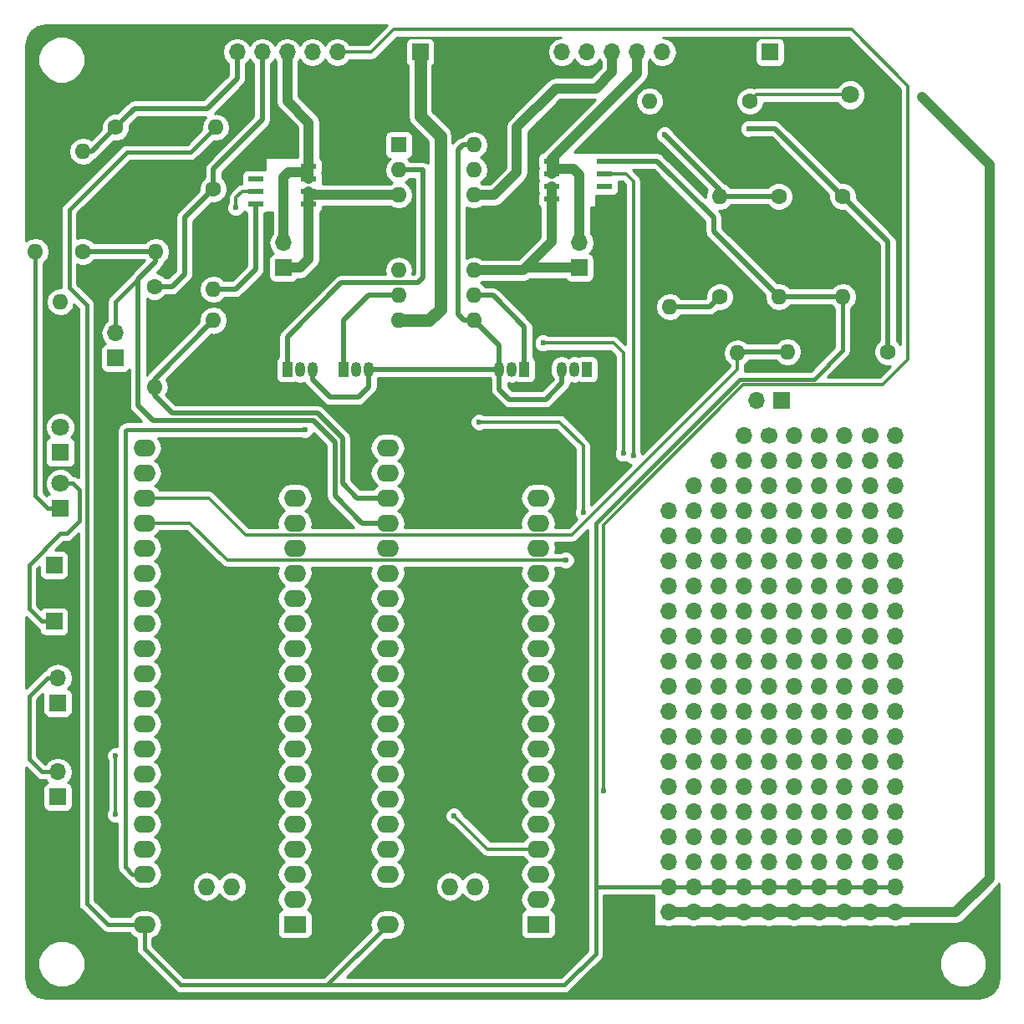
<source format=gtl>
G04 #@! TF.FileFunction,Copper,L1,Top,Signal*
%FSLAX46Y46*%
G04 Gerber Fmt 4.6, Leading zero omitted, Abs format (unit mm)*
G04 Created by KiCad (PCBNEW 4.0.2-stable) date 12/13/2018 9:00:56 AM*
%MOMM*%
G01*
G04 APERTURE LIST*
%ADD10C,0.100000*%
%ADD11R,1.700000X1.700000*%
%ADD12O,1.700000X1.700000*%
%ADD13C,1.700000*%
%ADD14C,1.600000*%
%ADD15O,1.600000X1.600000*%
%ADD16R,1.800000X1.800000*%
%ADD17C,1.800000*%
%ADD18R,1.600000X1.600000*%
%ADD19O,1.050000X1.500000*%
%ADD20R,1.050000X1.500000*%
%ADD21R,2.250000X1.727200*%
%ADD22O,2.250000X1.727200*%
%ADD23O,1.727200X1.727200*%
%ADD24R,1.550000X0.600000*%
%ADD25C,0.600000*%
%ADD26C,0.400000*%
%ADD27C,0.300000*%
%ADD28C,0.500000*%
%ADD29C,1.000000*%
%ADD30C,1.250000*%
%ADD31C,0.254000*%
G04 APERTURE END LIST*
D10*
D11*
X108966000Y-63246000D03*
D12*
X108966000Y-60706000D03*
D11*
X134620000Y-41402000D03*
D12*
X137160000Y-41402000D03*
X139700000Y-41402000D03*
X142240000Y-41402000D03*
X144780000Y-41402000D03*
X147320000Y-41402000D03*
X150495000Y-85344000D03*
X147955000Y-87884000D03*
X150495000Y-87884000D03*
X147955000Y-90424000D03*
X150495000Y-90424000D03*
X147955000Y-92964000D03*
X150495000Y-92964000D03*
X147955000Y-95504000D03*
X150495000Y-95504000D03*
X147955000Y-98044000D03*
X150495000Y-98044000D03*
X147955000Y-100584000D03*
X150495000Y-100584000D03*
X147955000Y-103124000D03*
X150495000Y-103124000D03*
X147955000Y-105664000D03*
X150495000Y-105664000D03*
X147955000Y-108204000D03*
X150495000Y-108204000D03*
X147955000Y-110744000D03*
X150495000Y-110744000D03*
X147955000Y-113284000D03*
X150495000Y-113284000D03*
X147955000Y-115824000D03*
X150495000Y-115824000D03*
X147955000Y-118364000D03*
X150495000Y-118364000D03*
X147955000Y-120904000D03*
X150495000Y-120904000D03*
X147955000Y-123444000D03*
X150495000Y-123444000D03*
X147955000Y-125984000D03*
X150495000Y-125984000D03*
X147955000Y-128524000D03*
X150495000Y-128524000D03*
X147955000Y-131064000D03*
X150495000Y-131064000D03*
D13*
X168402000Y-80264000D03*
D12*
X170942000Y-80264000D03*
X168402000Y-82804000D03*
X170942000Y-82804000D03*
X168402000Y-85344000D03*
X170942000Y-85344000D03*
X168402000Y-87884000D03*
X170942000Y-87884000D03*
X168402000Y-90424000D03*
X170942000Y-90424000D03*
X168402000Y-92964000D03*
X170942000Y-92964000D03*
X168402000Y-95504000D03*
X170942000Y-95504000D03*
X168402000Y-98044000D03*
X170942000Y-98044000D03*
X168402000Y-100584000D03*
X170942000Y-100584000D03*
X168402000Y-103124000D03*
X170942000Y-103124000D03*
X168402000Y-105664000D03*
X170942000Y-105664000D03*
X168402000Y-108204000D03*
X170942000Y-108204000D03*
X168402000Y-110744000D03*
X170942000Y-110744000D03*
X168402000Y-113284000D03*
X170942000Y-113284000D03*
X168402000Y-115824000D03*
X170942000Y-115824000D03*
X168402000Y-118364000D03*
X170942000Y-118364000D03*
X168402000Y-120904000D03*
X170942000Y-120904000D03*
X168402000Y-123444000D03*
X170942000Y-123444000D03*
X168402000Y-125984000D03*
X170942000Y-125984000D03*
X168402000Y-128524000D03*
X170942000Y-128524000D03*
X168402000Y-131064000D03*
X155575000Y-80264000D03*
X153035000Y-82804000D03*
X155575000Y-82804000D03*
X153035000Y-85344000D03*
X155575000Y-85344000D03*
X153035000Y-87884000D03*
X155575000Y-87884000D03*
X153035000Y-90424000D03*
X155575000Y-90424000D03*
X153035000Y-92964000D03*
X155575000Y-92964000D03*
X153035000Y-95504000D03*
X155575000Y-95504000D03*
X153035000Y-98044000D03*
X155575000Y-98044000D03*
X153035000Y-100584000D03*
X155575000Y-100584000D03*
X153035000Y-103124000D03*
X155575000Y-103124000D03*
X153035000Y-105664000D03*
X155575000Y-105664000D03*
X153035000Y-108204000D03*
X155575000Y-108204000D03*
X153035000Y-110744000D03*
X155575000Y-110744000D03*
X153035000Y-113284000D03*
X155575000Y-113284000D03*
X153035000Y-115824000D03*
X155575000Y-115824000D03*
X153035000Y-118364000D03*
X155575000Y-118364000D03*
X153035000Y-120904000D03*
X155575000Y-120904000D03*
X153035000Y-123444000D03*
X155575000Y-123444000D03*
X153035000Y-125984000D03*
X155575000Y-125984000D03*
X153035000Y-128524000D03*
X155575000Y-128524000D03*
X153035000Y-131064000D03*
X155575000Y-131064000D03*
D13*
X163195000Y-80264000D03*
D12*
X165735000Y-80264000D03*
X163195000Y-82804000D03*
X165735000Y-82804000D03*
X163195000Y-85344000D03*
X165735000Y-85344000D03*
X163195000Y-87884000D03*
X165735000Y-87884000D03*
X163195000Y-90424000D03*
X165735000Y-90424000D03*
X163195000Y-92964000D03*
X165735000Y-92964000D03*
X163195000Y-95504000D03*
X165735000Y-95504000D03*
X163195000Y-98044000D03*
X165735000Y-98044000D03*
X163195000Y-100584000D03*
X165735000Y-100584000D03*
X163195000Y-103124000D03*
X165735000Y-103124000D03*
X163195000Y-105664000D03*
X165735000Y-105664000D03*
X163195000Y-108204000D03*
X165735000Y-108204000D03*
X163195000Y-110744000D03*
X165735000Y-110744000D03*
X163195000Y-113284000D03*
X165735000Y-113284000D03*
X163195000Y-115824000D03*
X165735000Y-115824000D03*
X163195000Y-118364000D03*
X165735000Y-118364000D03*
X163195000Y-120904000D03*
X165735000Y-120904000D03*
X163195000Y-123444000D03*
X165735000Y-123444000D03*
X163195000Y-125984000D03*
X165735000Y-125984000D03*
X163195000Y-128524000D03*
X165735000Y-128524000D03*
X163195000Y-131064000D03*
X165735000Y-131064000D03*
D13*
X158115000Y-80264000D03*
D12*
X160655000Y-80264000D03*
X158115000Y-82804000D03*
X160655000Y-82804000D03*
X158115000Y-85344000D03*
X160655000Y-85344000D03*
X158115000Y-87884000D03*
X160655000Y-87884000D03*
X158115000Y-90424000D03*
X160655000Y-90424000D03*
X158115000Y-92964000D03*
X160655000Y-92964000D03*
X158115000Y-95504000D03*
X160655000Y-95504000D03*
X158115000Y-98044000D03*
X160655000Y-98044000D03*
X158115000Y-100584000D03*
X160655000Y-100584000D03*
X158115000Y-103124000D03*
X160655000Y-103124000D03*
X158115000Y-105664000D03*
X160655000Y-105664000D03*
X158115000Y-108204000D03*
X160655000Y-108204000D03*
X158115000Y-110744000D03*
X160655000Y-110744000D03*
X158115000Y-113284000D03*
X160655000Y-113284000D03*
X158115000Y-115824000D03*
X160655000Y-115824000D03*
X158115000Y-118364000D03*
X160655000Y-118364000D03*
X158115000Y-120904000D03*
X160655000Y-120904000D03*
X158115000Y-123444000D03*
X160655000Y-123444000D03*
X158115000Y-125984000D03*
X160655000Y-125984000D03*
X158115000Y-128524000D03*
X160655000Y-128524000D03*
X158115000Y-131064000D03*
X160655000Y-131064000D03*
D11*
X101727000Y-41402000D03*
D12*
X104267000Y-41402000D03*
X106807000Y-41402000D03*
X109347000Y-41402000D03*
X111887000Y-41402000D03*
X114427000Y-41402000D03*
D14*
X148082000Y-59690000D03*
D15*
X148082000Y-67190000D03*
D14*
X147447000Y-71882000D03*
D15*
X154947000Y-71882000D03*
D14*
X96012000Y-54102000D03*
D15*
X96012000Y-61602000D03*
D14*
X101854000Y-76073000D03*
D15*
X101854000Y-68573000D03*
D16*
X166370000Y-43180000D03*
D17*
X166370000Y-45720000D03*
D16*
X86360000Y-87630000D03*
D17*
X86360000Y-85090000D03*
D16*
X86360000Y-81915000D03*
D17*
X86360000Y-79375000D03*
D18*
X120650000Y-50800000D03*
D15*
X128270000Y-68580000D03*
X120650000Y-53340000D03*
X128270000Y-66040000D03*
X120650000Y-55880000D03*
X128270000Y-63500000D03*
X120650000Y-58420000D03*
X128270000Y-60960000D03*
X120650000Y-60960000D03*
X128270000Y-58420000D03*
X120650000Y-63500000D03*
X128270000Y-55880000D03*
X120650000Y-66040000D03*
X128270000Y-53340000D03*
X120650000Y-68580000D03*
X128270000Y-50800000D03*
D11*
X85725000Y-99060000D03*
X86106000Y-116840000D03*
D12*
X86106000Y-114300000D03*
D11*
X122809000Y-41402000D03*
D12*
X125349000Y-41402000D03*
D11*
X158242000Y-41402000D03*
D12*
X155702000Y-41402000D03*
D11*
X85725000Y-93345000D03*
X86106000Y-107315000D03*
D12*
X86106000Y-104775000D03*
D19*
X132080000Y-73533000D03*
X130810000Y-73533000D03*
D20*
X133350000Y-73533000D03*
D19*
X138430000Y-73533000D03*
X137160000Y-73533000D03*
D20*
X139700000Y-73533000D03*
D19*
X116332000Y-73533000D03*
X117602000Y-73533000D03*
D20*
X115062000Y-73533000D03*
D19*
X110617000Y-73533000D03*
X111887000Y-73533000D03*
D20*
X109347000Y-73533000D03*
D14*
X156210000Y-46355000D03*
D15*
X146050000Y-46355000D03*
D14*
X159131000Y-56007000D03*
D15*
X159131000Y-66167000D03*
D14*
X165608000Y-56007000D03*
D15*
X165608000Y-66167000D03*
D14*
X153162000Y-66167000D03*
D15*
X153162000Y-56007000D03*
D14*
X170180000Y-71755000D03*
D15*
X160020000Y-71755000D03*
D14*
X83820000Y-51435000D03*
D15*
X83820000Y-61595000D03*
D14*
X91948000Y-49022000D03*
D15*
X102108000Y-49022000D03*
D14*
X101854000Y-55245000D03*
D15*
X101854000Y-65405000D03*
D14*
X88646000Y-61595000D03*
D15*
X88646000Y-51435000D03*
D14*
X95885000Y-65151000D03*
D15*
X95885000Y-75311000D03*
D14*
X86360000Y-76835000D03*
D15*
X86360000Y-66675000D03*
D21*
X110109000Y-129717800D03*
D22*
X110109000Y-127177800D03*
X110109000Y-124637800D03*
X110109000Y-122097800D03*
X110109000Y-119557800D03*
X110109000Y-117017800D03*
X110109000Y-114477800D03*
X110109000Y-111937800D03*
X110109000Y-109397800D03*
X110109000Y-106857800D03*
X110109000Y-104317800D03*
X110109000Y-101777800D03*
X110109000Y-99237800D03*
X110109000Y-96697800D03*
X110109000Y-94157800D03*
X110109000Y-91617800D03*
X110109000Y-89077800D03*
X110109000Y-86537800D03*
X110109000Y-83997800D03*
X110109000Y-81457800D03*
X94869000Y-81457800D03*
X94869000Y-83997800D03*
X94869000Y-86537800D03*
X94869000Y-89077800D03*
X94869000Y-91617800D03*
X94869000Y-94157800D03*
X94869000Y-96697800D03*
X94869000Y-99237800D03*
X94869000Y-101777800D03*
X94869000Y-104317800D03*
X94869000Y-106857800D03*
X94869000Y-109397800D03*
X94869000Y-111937800D03*
X94869000Y-114477800D03*
X94869000Y-117017800D03*
X94869000Y-119557800D03*
X94869000Y-122097800D03*
X94869000Y-124637800D03*
X94869000Y-127177800D03*
X94869000Y-129768600D03*
D23*
X101209000Y-125907800D03*
X103749000Y-125907800D03*
D21*
X134747000Y-129717800D03*
D22*
X134747000Y-127177800D03*
X134747000Y-124637800D03*
X134747000Y-122097800D03*
X134747000Y-119557800D03*
X134747000Y-117017800D03*
X134747000Y-114477800D03*
X134747000Y-111937800D03*
X134747000Y-109397800D03*
X134747000Y-106857800D03*
X134747000Y-104317800D03*
X134747000Y-101777800D03*
X134747000Y-99237800D03*
X134747000Y-96697800D03*
X134747000Y-94157800D03*
X134747000Y-91617800D03*
X134747000Y-89077800D03*
X134747000Y-86537800D03*
X134747000Y-83997800D03*
X134747000Y-81457800D03*
X119507000Y-81457800D03*
X119507000Y-83997800D03*
X119507000Y-86537800D03*
X119507000Y-89077800D03*
X119507000Y-91617800D03*
X119507000Y-94157800D03*
X119507000Y-96697800D03*
X119507000Y-99237800D03*
X119507000Y-101777800D03*
X119507000Y-104317800D03*
X119507000Y-106857800D03*
X119507000Y-109397800D03*
X119507000Y-111937800D03*
X119507000Y-114477800D03*
X119507000Y-117017800D03*
X119507000Y-119557800D03*
X119507000Y-122097800D03*
X119507000Y-124637800D03*
X119507000Y-127177800D03*
X119507000Y-129768600D03*
D23*
X125847000Y-125907800D03*
X128387000Y-125907800D03*
D24*
X111539000Y-56769000D03*
X111539000Y-55499000D03*
X111539000Y-54229000D03*
X111539000Y-52959000D03*
X106139000Y-52959000D03*
X106139000Y-54229000D03*
X106139000Y-55499000D03*
X106139000Y-56769000D03*
X136111000Y-52451000D03*
X136111000Y-53721000D03*
X136111000Y-54991000D03*
X136111000Y-56261000D03*
X141511000Y-56261000D03*
X141511000Y-54991000D03*
X141511000Y-53721000D03*
X141511000Y-52451000D03*
D11*
X138938000Y-63246000D03*
D12*
X138938000Y-60706000D03*
D11*
X159385000Y-76708000D03*
D12*
X156845000Y-76708000D03*
D11*
X91948000Y-72390000D03*
D12*
X91948000Y-69850000D03*
D25*
X170434000Y-50800000D03*
X169291000Y-44831000D03*
X169545000Y-50038000D03*
X169545000Y-50800000D03*
X170434000Y-50038000D03*
X134239000Y-49530000D03*
X135255000Y-49530000D03*
X136271000Y-49530000D03*
X137160000Y-48895000D03*
X135890000Y-48768000D03*
X134747000Y-48768000D03*
X135763000Y-47879000D03*
X136779000Y-47879000D03*
X137541000Y-48260000D03*
X129667000Y-57531000D03*
X130937000Y-57531000D03*
X130937000Y-58801000D03*
X129667000Y-58801000D03*
X129667000Y-60071000D03*
X130937000Y-60071000D03*
X130937000Y-61341000D03*
X129667000Y-61341000D03*
X119126000Y-59563000D03*
X118110000Y-59563000D03*
X117094000Y-59563000D03*
X116078000Y-59563000D03*
X115062000Y-59563000D03*
X119126000Y-58674000D03*
X118110000Y-58674000D03*
X117094000Y-58674000D03*
X116078000Y-58674000D03*
X115062000Y-58674000D03*
X115062000Y-57658000D03*
X116078000Y-57658000D03*
X117094000Y-57658000D03*
X118110000Y-57658000D03*
X119126000Y-57658000D03*
X116078000Y-61595000D03*
X117094000Y-61595000D03*
X118110000Y-61595000D03*
X119126000Y-61595000D03*
X119126000Y-60452000D03*
X118110000Y-60452000D03*
X117094000Y-60452000D03*
X116078000Y-60452000D03*
X115062000Y-60452000D03*
X141478000Y-58293000D03*
X126873000Y-128905000D03*
X106680000Y-83947000D03*
X137541000Y-92837000D03*
X91948000Y-118618000D03*
X91948000Y-112649000D03*
X126238000Y-118745000D03*
X173609000Y-45974000D03*
X111125000Y-79629000D03*
X147574000Y-49784000D03*
X156083000Y-49149000D03*
X141351000Y-116205000D03*
X139319000Y-88011000D03*
X128778000Y-78867000D03*
X144399000Y-82296000D03*
X104140000Y-57150000D03*
X135255000Y-70866000D03*
X143383000Y-82042000D03*
D26*
X169291000Y-50165000D02*
X169926000Y-50800000D01*
X169926000Y-50800000D02*
X170434000Y-50800000D01*
X166370000Y-43180000D02*
X167640000Y-43180000D01*
X167640000Y-43180000D02*
X169291000Y-44831000D01*
X169291000Y-44831000D02*
X169291000Y-50165000D01*
D27*
X170434000Y-50038000D02*
X169545000Y-50800000D01*
D26*
X136779000Y-47879000D02*
X137160000Y-48260000D01*
X131826000Y-57531000D02*
X134239000Y-55118000D01*
X134239000Y-55118000D02*
X134239000Y-49530000D01*
X135255000Y-49530000D02*
X136271000Y-49530000D01*
X137160000Y-48895000D02*
X137033000Y-48768000D01*
X137033000Y-48768000D02*
X135890000Y-48768000D01*
X134747000Y-48768000D02*
X134874000Y-48768000D01*
X134874000Y-48768000D02*
X135763000Y-47879000D01*
X130937000Y-57531000D02*
X131826000Y-57531000D01*
X137160000Y-48260000D02*
X137541000Y-48260000D01*
X128270000Y-58420000D02*
X128778000Y-58420000D01*
X128778000Y-58420000D02*
X129667000Y-57531000D01*
X130937000Y-57531000D02*
X130937000Y-58801000D01*
X129667000Y-58801000D02*
X129667000Y-60071000D01*
X130937000Y-60071000D02*
X130937000Y-61341000D01*
X119126000Y-59563000D02*
X118110000Y-59563000D01*
X117094000Y-59563000D02*
X116078000Y-59563000D01*
X117094000Y-58674000D02*
X118110000Y-58674000D01*
X115062000Y-58674000D02*
X116078000Y-58674000D01*
X116078000Y-57658000D02*
X115062000Y-57658000D01*
X118110000Y-57658000D02*
X117094000Y-57658000D01*
X119888000Y-58420000D02*
X119126000Y-57658000D01*
X118110000Y-61595000D02*
X117094000Y-61595000D01*
X119126000Y-60452000D02*
X119126000Y-61595000D01*
X117094000Y-60452000D02*
X118110000Y-60452000D01*
X115062000Y-60452000D02*
X116078000Y-60452000D01*
X120650000Y-58420000D02*
X119888000Y-58420000D01*
D27*
X141511000Y-56261000D02*
X141511000Y-58260000D01*
X141511000Y-58260000D02*
X141478000Y-58293000D01*
X119507000Y-127177800D02*
X120827800Y-127177800D01*
X122555000Y-128905000D02*
X126873000Y-128905000D01*
X120827800Y-127177800D02*
X122555000Y-128905000D01*
X110109000Y-83997800D02*
X106730800Y-83997800D01*
X106730800Y-83997800D02*
X106680000Y-83947000D01*
X99491800Y-89077800D02*
X94869000Y-89077800D01*
X103251000Y-92837000D02*
X99491800Y-89077800D01*
X137541000Y-92837000D02*
X103251000Y-92837000D01*
D28*
X153162000Y-66167000D02*
X152139000Y-67190000D01*
X152139000Y-67190000D02*
X148082000Y-67190000D01*
D27*
X154947000Y-71882000D02*
X154947000Y-73526000D01*
X101396800Y-86537800D02*
X94869000Y-86537800D01*
X105156000Y-90297000D02*
X101396800Y-86537800D01*
X138176000Y-90297000D02*
X105156000Y-90297000D01*
X154947000Y-73526000D02*
X138176000Y-90297000D01*
D28*
X154947000Y-71882000D02*
X155074000Y-71755000D01*
X155074000Y-71755000D02*
X160020000Y-71755000D01*
D26*
X91948000Y-69850000D02*
X91948000Y-66675000D01*
X91948000Y-66675000D02*
X94234000Y-64389000D01*
D28*
X96012000Y-61602000D02*
X96012000Y-62611000D01*
X116890800Y-89077800D02*
X119507000Y-89077800D01*
X114173000Y-86360000D02*
X116890800Y-89077800D01*
X114173000Y-80899000D02*
X114173000Y-86360000D01*
X112014000Y-78740000D02*
X114173000Y-80899000D01*
X95758000Y-78740000D02*
X112014000Y-78740000D01*
X94234000Y-77216000D02*
X95758000Y-78740000D01*
X94234000Y-64389000D02*
X94234000Y-77216000D01*
X96012000Y-62611000D02*
X94234000Y-64389000D01*
X88646000Y-61595000D02*
X96005000Y-61595000D01*
X96005000Y-61595000D02*
X96012000Y-61602000D01*
X95885000Y-75311000D02*
X95885000Y-76200000D01*
X116382800Y-86537800D02*
X119507000Y-86537800D01*
X114935000Y-85090000D02*
X116382800Y-86537800D01*
X114935000Y-80518000D02*
X114935000Y-85090000D01*
X112395000Y-77978000D02*
X114935000Y-80518000D01*
X97663000Y-77978000D02*
X112395000Y-77978000D01*
X95885000Y-76200000D02*
X97663000Y-77978000D01*
X95885000Y-75311000D02*
X95885000Y-74542000D01*
X95885000Y-74542000D02*
X101854000Y-68573000D01*
D27*
X166370000Y-45720000D02*
X156845000Y-45720000D01*
X156845000Y-45720000D02*
X156210000Y-46355000D01*
D26*
X83820000Y-61595000D02*
X83820000Y-86360000D01*
X85090000Y-87630000D02*
X86360000Y-87630000D01*
X83820000Y-86360000D02*
X85090000Y-87630000D01*
D27*
X91948000Y-112649000D02*
X91948000Y-118618000D01*
D26*
X85725000Y-99060000D02*
X84455000Y-99060000D01*
X87630000Y-85090000D02*
X86360000Y-85090000D01*
X88265000Y-85725000D02*
X87630000Y-85090000D01*
X88265000Y-88900000D02*
X88265000Y-85725000D01*
X86995000Y-90170000D02*
X88265000Y-88900000D01*
X86360000Y-90170000D02*
X86995000Y-90170000D01*
X83185000Y-93345000D02*
X86360000Y-90170000D01*
X83185000Y-97790000D02*
X83185000Y-93345000D01*
X84455000Y-99060000D02*
X83185000Y-97790000D01*
D27*
X129590800Y-122097800D02*
X134747000Y-122097800D01*
X126238000Y-118745000D02*
X129590800Y-122097800D01*
D29*
X177038000Y-128524000D02*
X180467000Y-125095000D01*
X180467000Y-125095000D02*
X180467000Y-52832000D01*
X180467000Y-52832000D02*
X173609000Y-45974000D01*
X170942000Y-128524000D02*
X177038000Y-128524000D01*
X147955000Y-128524000D02*
X150495000Y-128524000D01*
X150495000Y-128524000D02*
X153035000Y-128524000D01*
X153035000Y-128524000D02*
X155575000Y-128524000D01*
X155575000Y-128524000D02*
X158115000Y-128524000D01*
X158115000Y-128524000D02*
X160655000Y-128524000D01*
X160655000Y-128524000D02*
X163195000Y-128524000D01*
X163195000Y-128524000D02*
X165735000Y-128524000D01*
X165735000Y-128524000D02*
X168402000Y-128524000D01*
X168402000Y-128524000D02*
X170942000Y-128524000D01*
D26*
X94869000Y-124637800D02*
X93649800Y-124637800D01*
X93091000Y-79629000D02*
X111125000Y-79629000D01*
X92964000Y-79756000D02*
X93091000Y-79629000D01*
X92964000Y-123952000D02*
X92964000Y-79756000D01*
X93649800Y-124637800D02*
X92964000Y-123952000D01*
D28*
X128270000Y-68580000D02*
X127254000Y-68580000D01*
X127127000Y-50800000D02*
X128270000Y-50800000D01*
X126619000Y-51308000D02*
X127127000Y-50800000D01*
X126619000Y-67945000D02*
X126619000Y-51308000D01*
X127254000Y-68580000D02*
X126619000Y-67945000D01*
X111887000Y-73533000D02*
X111887000Y-74549000D01*
X111887000Y-74549000D02*
X113665000Y-76327000D01*
X113665000Y-76327000D02*
X116586000Y-76327000D01*
X116586000Y-76327000D02*
X117602000Y-75311000D01*
X117602000Y-75311000D02*
X117602000Y-73533000D01*
X117602000Y-73533000D02*
X130810000Y-73533000D01*
X130810000Y-73533000D02*
X130810000Y-71120000D01*
X130810000Y-71120000D02*
X128270000Y-68580000D01*
X137160000Y-73533000D02*
X137160000Y-74930000D01*
X130810000Y-75565000D02*
X130810000Y-73533000D01*
X131826000Y-76581000D02*
X130810000Y-75565000D01*
X135509000Y-76581000D02*
X131826000Y-76581000D01*
X137160000Y-74930000D02*
X135509000Y-76581000D01*
X109347000Y-73533000D02*
X109347000Y-70231000D01*
X123063000Y-53340000D02*
X120650000Y-53340000D01*
X123128998Y-53405998D02*
X123063000Y-53340000D01*
X123128998Y-64196002D02*
X123128998Y-53405998D01*
X122555000Y-64770000D02*
X123128998Y-64196002D01*
X114808000Y-64770000D02*
X122555000Y-64770000D01*
X109347000Y-70231000D02*
X114808000Y-64770000D01*
X133350000Y-73533000D02*
X133350000Y-69215000D01*
X130175000Y-66040000D02*
X128270000Y-66040000D01*
X133350000Y-69215000D02*
X130175000Y-66040000D01*
D29*
X108966000Y-63246000D02*
X110617000Y-63246000D01*
X111539000Y-62324000D02*
X111539000Y-56769000D01*
X110617000Y-63246000D02*
X111539000Y-62324000D01*
X111539000Y-56769000D02*
X111539000Y-55499000D01*
X111539000Y-55499000D02*
X111920000Y-55880000D01*
X111920000Y-55880000D02*
X120650000Y-55880000D01*
X138938000Y-63246000D02*
X133477000Y-63246000D01*
X133477000Y-63246000D02*
X133223000Y-63500000D01*
X136111000Y-56261000D02*
X136111000Y-60612000D01*
X128270000Y-63500000D02*
X133223000Y-63500000D01*
X136111000Y-60612000D02*
X136111000Y-54991000D01*
X133223000Y-63500000D02*
X136111000Y-60612000D01*
X128270000Y-55880000D02*
X130302000Y-55880000D01*
X142240000Y-43434000D02*
X142240000Y-41402000D01*
X140589000Y-45085000D02*
X142240000Y-43434000D01*
X136525000Y-45085000D02*
X140589000Y-45085000D01*
X132588000Y-49022000D02*
X136525000Y-45085000D01*
X132588000Y-53594000D02*
X132588000Y-49022000D01*
X130302000Y-55880000D02*
X132588000Y-53594000D01*
D28*
X120650000Y-66040000D02*
X117602000Y-66040000D01*
X115062000Y-68580000D02*
X115062000Y-73533000D01*
X117602000Y-66040000D02*
X115062000Y-68580000D01*
D30*
X123698000Y-68580000D02*
X120650000Y-68580000D01*
X124841000Y-67437000D02*
X123698000Y-68580000D01*
X124841000Y-49911000D02*
X124841000Y-67437000D01*
X122809000Y-47879000D02*
X124841000Y-49911000D01*
X122809000Y-41402000D02*
X122809000Y-47879000D01*
D28*
X153162000Y-56007000D02*
X159131000Y-56007000D01*
X147574000Y-49784000D02*
X153162000Y-55372000D01*
X153162000Y-55372000D02*
X153162000Y-56007000D01*
X165608000Y-56007000D02*
X170180000Y-60579000D01*
X170180000Y-60579000D02*
X170180000Y-71755000D01*
X158750000Y-49149000D02*
X165608000Y-56007000D01*
X156083000Y-49149000D02*
X158750000Y-49149000D01*
D29*
X138938000Y-60706000D02*
X138938000Y-53848000D01*
X138303000Y-53213000D02*
X136111000Y-53213000D01*
X138938000Y-53848000D02*
X138303000Y-53213000D01*
X144780000Y-41402000D02*
X144780000Y-43561000D01*
X144780000Y-43561000D02*
X136111000Y-52230000D01*
X136111000Y-52230000D02*
X136111000Y-53213000D01*
X136111000Y-53213000D02*
X136111000Y-53721000D01*
D26*
X86106000Y-104775000D02*
X85090000Y-104775000D01*
X84455000Y-114300000D02*
X86106000Y-114300000D01*
X83185000Y-113030000D02*
X84455000Y-114300000D01*
X83185000Y-106680000D02*
X83185000Y-113030000D01*
X85090000Y-104775000D02*
X83185000Y-106680000D01*
D28*
X88646000Y-51435000D02*
X89535000Y-51435000D01*
X89535000Y-51435000D02*
X91948000Y-49022000D01*
X104267000Y-41402000D02*
X104267000Y-44069000D01*
X93853000Y-47117000D02*
X91948000Y-49022000D01*
X101219000Y-47117000D02*
X93853000Y-47117000D01*
X104267000Y-44069000D02*
X101219000Y-47117000D01*
X95885000Y-65151000D02*
X97663000Y-65151000D01*
X98933000Y-58166000D02*
X101854000Y-55245000D01*
X98933000Y-63881000D02*
X98933000Y-58166000D01*
X97663000Y-65151000D02*
X98933000Y-63881000D01*
X106807000Y-41402000D02*
X106807000Y-48260000D01*
X101854000Y-53213000D02*
X101854000Y-55245000D01*
X106807000Y-48260000D02*
X101854000Y-53213000D01*
D29*
X108966000Y-60706000D02*
X108966000Y-54102000D01*
X109474000Y-53594000D02*
X111539000Y-53594000D01*
X108966000Y-54102000D02*
X109474000Y-53594000D01*
X111539000Y-54229000D02*
X111539000Y-53594000D01*
X111539000Y-53594000D02*
X111539000Y-52959000D01*
X109347000Y-41402000D02*
X109347000Y-46355000D01*
X111539000Y-48547000D02*
X111539000Y-54229000D01*
X109347000Y-46355000D02*
X111539000Y-48547000D01*
D27*
X114427000Y-41402000D02*
X117856000Y-41402000D01*
X141351000Y-89281000D02*
X141351000Y-116205000D01*
X155532998Y-75099002D02*
X141351000Y-89281000D01*
X169629998Y-75099002D02*
X155532998Y-75099002D01*
X172212000Y-72517000D02*
X169629998Y-75099002D01*
X172212000Y-44831000D02*
X172212000Y-72517000D01*
X166497000Y-39116000D02*
X172212000Y-44831000D01*
X120142000Y-39116000D02*
X166497000Y-39116000D01*
X117856000Y-41402000D02*
X120142000Y-39116000D01*
X139319000Y-81280000D02*
X139319000Y-88011000D01*
X136906000Y-78867000D02*
X139319000Y-81280000D01*
X128778000Y-78867000D02*
X136906000Y-78867000D01*
D26*
X163195000Y-125984000D02*
X165735000Y-125984000D01*
X147955000Y-125984000D02*
X150495000Y-125984000D01*
X150495000Y-125984000D02*
X153035000Y-125984000D01*
X153035000Y-125984000D02*
X155575000Y-125984000D01*
X155575000Y-125984000D02*
X158115000Y-125984000D01*
X158115000Y-125984000D02*
X160655000Y-125984000D01*
X160655000Y-125984000D02*
X165735000Y-125984000D01*
X165735000Y-125984000D02*
X168402000Y-125984000D01*
X168402000Y-125984000D02*
X170942000Y-125984000D01*
X147955000Y-125984000D02*
X140589000Y-125984000D01*
X113385600Y-135890000D02*
X137414000Y-135890000D01*
X165608000Y-71628000D02*
X165608000Y-66167000D01*
X162687000Y-74549000D02*
X165608000Y-71628000D01*
X155194000Y-74549000D02*
X162687000Y-74549000D01*
X140589000Y-89154000D02*
X155194000Y-74549000D01*
X140589000Y-132715000D02*
X140589000Y-125984000D01*
X140589000Y-125984000D02*
X140589000Y-89154000D01*
X137414000Y-135890000D02*
X140589000Y-132715000D01*
X94869000Y-129768600D02*
X94869000Y-132207000D01*
X113385600Y-135890000D02*
X119507000Y-129768600D01*
X98552000Y-135890000D02*
X113385600Y-135890000D01*
X94869000Y-132207000D02*
X98552000Y-135890000D01*
X94869000Y-129768600D02*
X91160600Y-129768600D01*
X99568000Y-51562000D02*
X102108000Y-49022000D01*
X93091000Y-51562000D02*
X99568000Y-51562000D01*
X87249000Y-57404000D02*
X93091000Y-51562000D01*
X87249000Y-65278000D02*
X87249000Y-57404000D01*
X89027000Y-67056000D02*
X87249000Y-65278000D01*
X89027000Y-127635000D02*
X89027000Y-67056000D01*
X91160600Y-129768600D02*
X89027000Y-127635000D01*
D28*
X159131000Y-66167000D02*
X152527000Y-59563000D01*
X146812000Y-52451000D02*
X141511000Y-52451000D01*
X152527000Y-58166000D02*
X146812000Y-52451000D01*
X152527000Y-59563000D02*
X152527000Y-58166000D01*
X165608000Y-66167000D02*
X159131000Y-66167000D01*
X101854000Y-65405000D02*
X104140000Y-65405000D01*
X106139000Y-63406000D02*
X106139000Y-56769000D01*
X104140000Y-65405000D02*
X106139000Y-63406000D01*
D27*
X141511000Y-53721000D02*
X143637000Y-53721000D01*
X144399000Y-54483000D02*
X144399000Y-82296000D01*
X143637000Y-53721000D02*
X144399000Y-54483000D01*
X104775000Y-55499000D02*
X106139000Y-55499000D01*
X104140000Y-56134000D02*
X104775000Y-55499000D01*
X104140000Y-57150000D02*
X104140000Y-56134000D01*
X142367000Y-70866000D02*
X135255000Y-70866000D01*
X143383000Y-71882000D02*
X142367000Y-70866000D01*
X143383000Y-82042000D02*
X143383000Y-71882000D01*
D31*
G36*
X88192000Y-127635000D02*
X88255561Y-127954541D01*
X88424088Y-128206760D01*
X88436566Y-128225434D01*
X90570166Y-130359034D01*
X90841059Y-130540039D01*
X91160600Y-130603600D01*
X93363330Y-130603600D01*
X93513450Y-130828270D01*
X93999631Y-131153126D01*
X94034000Y-131159962D01*
X94034000Y-132207000D01*
X94097561Y-132526541D01*
X94278566Y-132797434D01*
X97961566Y-136480434D01*
X98232460Y-136661440D01*
X98552000Y-136725000D01*
X137414000Y-136725000D01*
X137733541Y-136661439D01*
X138004434Y-136480434D01*
X140281543Y-134203325D01*
X175414587Y-134203325D01*
X175776916Y-135080229D01*
X176447242Y-135751726D01*
X177323513Y-136115585D01*
X178272325Y-136116413D01*
X179149229Y-135754084D01*
X179820726Y-135083758D01*
X180184585Y-134207487D01*
X180185413Y-133258675D01*
X179823084Y-132381771D01*
X179152758Y-131710274D01*
X178276487Y-131346415D01*
X177327675Y-131345587D01*
X176450771Y-131707916D01*
X175779274Y-132378242D01*
X175415415Y-133254513D01*
X175414587Y-134203325D01*
X140281543Y-134203325D01*
X141179434Y-133305434D01*
X141213458Y-133254513D01*
X141360439Y-133034541D01*
X141424000Y-132715000D01*
X141424000Y-126819000D01*
X146431000Y-126819000D01*
X146431000Y-129794000D01*
X146439685Y-129840159D01*
X146466965Y-129882553D01*
X146508590Y-129910994D01*
X146558000Y-129921000D01*
X147483501Y-129921000D01*
X147925907Y-130009000D01*
X147984093Y-130009000D01*
X148426499Y-129921000D01*
X150023501Y-129921000D01*
X150465907Y-130009000D01*
X150524093Y-130009000D01*
X150966499Y-129921000D01*
X152563501Y-129921000D01*
X153005907Y-130009000D01*
X153064093Y-130009000D01*
X153506499Y-129921000D01*
X155103501Y-129921000D01*
X155545907Y-130009000D01*
X155604093Y-130009000D01*
X156046499Y-129921000D01*
X157643501Y-129921000D01*
X158085907Y-130009000D01*
X158144093Y-130009000D01*
X158586499Y-129921000D01*
X160183501Y-129921000D01*
X160625907Y-130009000D01*
X160684093Y-130009000D01*
X161126499Y-129921000D01*
X162723501Y-129921000D01*
X163165907Y-130009000D01*
X163224093Y-130009000D01*
X163666499Y-129921000D01*
X165263501Y-129921000D01*
X165705907Y-130009000D01*
X165764093Y-130009000D01*
X166206499Y-129921000D01*
X167930501Y-129921000D01*
X168372907Y-130009000D01*
X168431093Y-130009000D01*
X168873499Y-129921000D01*
X170470501Y-129921000D01*
X170912907Y-130009000D01*
X170971093Y-130009000D01*
X171413499Y-129921000D01*
X172339000Y-129921000D01*
X172385159Y-129912315D01*
X172427553Y-129885035D01*
X172455994Y-129843410D01*
X172466000Y-129794000D01*
X172466000Y-129659000D01*
X177038000Y-129659000D01*
X177472346Y-129572603D01*
X177840566Y-129326566D01*
X181269566Y-125897566D01*
X181433000Y-125652970D01*
X181433000Y-135187533D01*
X181269731Y-136008342D01*
X180842995Y-136646997D01*
X180204343Y-137073731D01*
X179383533Y-137237000D01*
X84903467Y-137237000D01*
X84082658Y-137073731D01*
X83444003Y-136646995D01*
X83017269Y-136008343D01*
X82854000Y-135187533D01*
X82854000Y-134203325D01*
X84101587Y-134203325D01*
X84463916Y-135080229D01*
X85134242Y-135751726D01*
X86010513Y-136115585D01*
X86959325Y-136116413D01*
X87836229Y-135754084D01*
X88507726Y-135083758D01*
X88871585Y-134207487D01*
X88872413Y-133258675D01*
X88510084Y-132381771D01*
X87839758Y-131710274D01*
X86963487Y-131346415D01*
X86014675Y-131345587D01*
X85137771Y-131707916D01*
X84466274Y-132378242D01*
X84102415Y-133254513D01*
X84101587Y-134203325D01*
X82854000Y-134203325D01*
X82854000Y-113879868D01*
X83864566Y-114890434D01*
X84135459Y-115071439D01*
X84455000Y-115135000D01*
X84883159Y-115135000D01*
X85026853Y-115350054D01*
X85068452Y-115377850D01*
X85020683Y-115386838D01*
X84804559Y-115525910D01*
X84659569Y-115738110D01*
X84608560Y-115990000D01*
X84608560Y-117690000D01*
X84652838Y-117925317D01*
X84791910Y-118141441D01*
X85004110Y-118286431D01*
X85256000Y-118337440D01*
X86956000Y-118337440D01*
X87191317Y-118293162D01*
X87407441Y-118154090D01*
X87552431Y-117941890D01*
X87603440Y-117690000D01*
X87603440Y-115990000D01*
X87559162Y-115754683D01*
X87420090Y-115538559D01*
X87207890Y-115393569D01*
X87140459Y-115379914D01*
X87185147Y-115350054D01*
X87507054Y-114868285D01*
X87620093Y-114300000D01*
X87507054Y-113731715D01*
X87185147Y-113249946D01*
X86703378Y-112928039D01*
X86135093Y-112815000D01*
X86076907Y-112815000D01*
X85508622Y-112928039D01*
X85026853Y-113249946D01*
X84883159Y-113465000D01*
X84800868Y-113465000D01*
X84020000Y-112684132D01*
X84020000Y-107025868D01*
X84615592Y-106430276D01*
X84608560Y-106465000D01*
X84608560Y-108165000D01*
X84652838Y-108400317D01*
X84791910Y-108616441D01*
X85004110Y-108761431D01*
X85256000Y-108812440D01*
X86956000Y-108812440D01*
X87191317Y-108768162D01*
X87407441Y-108629090D01*
X87552431Y-108416890D01*
X87603440Y-108165000D01*
X87603440Y-106465000D01*
X87559162Y-106229683D01*
X87420090Y-106013559D01*
X87207890Y-105868569D01*
X87140459Y-105854914D01*
X87185147Y-105825054D01*
X87507054Y-105343285D01*
X87620093Y-104775000D01*
X87507054Y-104206715D01*
X87185147Y-103724946D01*
X86703378Y-103403039D01*
X86135093Y-103290000D01*
X86076907Y-103290000D01*
X85508622Y-103403039D01*
X85026853Y-103724946D01*
X84851454Y-103987450D01*
X84770459Y-104003561D01*
X84515298Y-104174054D01*
X84499566Y-104184566D01*
X82854000Y-105830132D01*
X82854000Y-98639868D01*
X83864566Y-99650434D01*
X84135459Y-99831439D01*
X84227560Y-99849759D01*
X84227560Y-99910000D01*
X84271838Y-100145317D01*
X84410910Y-100361441D01*
X84623110Y-100506431D01*
X84875000Y-100557440D01*
X86575000Y-100557440D01*
X86810317Y-100513162D01*
X87026441Y-100374090D01*
X87171431Y-100161890D01*
X87222440Y-99910000D01*
X87222440Y-98210000D01*
X87178162Y-97974683D01*
X87039090Y-97758559D01*
X86826890Y-97613569D01*
X86575000Y-97562560D01*
X84875000Y-97562560D01*
X84639683Y-97606838D01*
X84423559Y-97745910D01*
X84382244Y-97806376D01*
X84020000Y-97444132D01*
X84020000Y-93690868D01*
X84227560Y-93483308D01*
X84227560Y-94195000D01*
X84271838Y-94430317D01*
X84410910Y-94646441D01*
X84623110Y-94791431D01*
X84875000Y-94842440D01*
X86575000Y-94842440D01*
X86810317Y-94798162D01*
X87026441Y-94659090D01*
X87171431Y-94446890D01*
X87222440Y-94195000D01*
X87222440Y-92495000D01*
X87178162Y-92259683D01*
X87039090Y-92043559D01*
X86826890Y-91898569D01*
X86575000Y-91847560D01*
X85863308Y-91847560D01*
X86705868Y-91005000D01*
X86995000Y-91005000D01*
X87314541Y-90941439D01*
X87585434Y-90760434D01*
X88192000Y-90153868D01*
X88192000Y-127635000D01*
X88192000Y-127635000D01*
G37*
X88192000Y-127635000D02*
X88255561Y-127954541D01*
X88424088Y-128206760D01*
X88436566Y-128225434D01*
X90570166Y-130359034D01*
X90841059Y-130540039D01*
X91160600Y-130603600D01*
X93363330Y-130603600D01*
X93513450Y-130828270D01*
X93999631Y-131153126D01*
X94034000Y-131159962D01*
X94034000Y-132207000D01*
X94097561Y-132526541D01*
X94278566Y-132797434D01*
X97961566Y-136480434D01*
X98232460Y-136661440D01*
X98552000Y-136725000D01*
X137414000Y-136725000D01*
X137733541Y-136661439D01*
X138004434Y-136480434D01*
X140281543Y-134203325D01*
X175414587Y-134203325D01*
X175776916Y-135080229D01*
X176447242Y-135751726D01*
X177323513Y-136115585D01*
X178272325Y-136116413D01*
X179149229Y-135754084D01*
X179820726Y-135083758D01*
X180184585Y-134207487D01*
X180185413Y-133258675D01*
X179823084Y-132381771D01*
X179152758Y-131710274D01*
X178276487Y-131346415D01*
X177327675Y-131345587D01*
X176450771Y-131707916D01*
X175779274Y-132378242D01*
X175415415Y-133254513D01*
X175414587Y-134203325D01*
X140281543Y-134203325D01*
X141179434Y-133305434D01*
X141213458Y-133254513D01*
X141360439Y-133034541D01*
X141424000Y-132715000D01*
X141424000Y-126819000D01*
X146431000Y-126819000D01*
X146431000Y-129794000D01*
X146439685Y-129840159D01*
X146466965Y-129882553D01*
X146508590Y-129910994D01*
X146558000Y-129921000D01*
X147483501Y-129921000D01*
X147925907Y-130009000D01*
X147984093Y-130009000D01*
X148426499Y-129921000D01*
X150023501Y-129921000D01*
X150465907Y-130009000D01*
X150524093Y-130009000D01*
X150966499Y-129921000D01*
X152563501Y-129921000D01*
X153005907Y-130009000D01*
X153064093Y-130009000D01*
X153506499Y-129921000D01*
X155103501Y-129921000D01*
X155545907Y-130009000D01*
X155604093Y-130009000D01*
X156046499Y-129921000D01*
X157643501Y-129921000D01*
X158085907Y-130009000D01*
X158144093Y-130009000D01*
X158586499Y-129921000D01*
X160183501Y-129921000D01*
X160625907Y-130009000D01*
X160684093Y-130009000D01*
X161126499Y-129921000D01*
X162723501Y-129921000D01*
X163165907Y-130009000D01*
X163224093Y-130009000D01*
X163666499Y-129921000D01*
X165263501Y-129921000D01*
X165705907Y-130009000D01*
X165764093Y-130009000D01*
X166206499Y-129921000D01*
X167930501Y-129921000D01*
X168372907Y-130009000D01*
X168431093Y-130009000D01*
X168873499Y-129921000D01*
X170470501Y-129921000D01*
X170912907Y-130009000D01*
X170971093Y-130009000D01*
X171413499Y-129921000D01*
X172339000Y-129921000D01*
X172385159Y-129912315D01*
X172427553Y-129885035D01*
X172455994Y-129843410D01*
X172466000Y-129794000D01*
X172466000Y-129659000D01*
X177038000Y-129659000D01*
X177472346Y-129572603D01*
X177840566Y-129326566D01*
X181269566Y-125897566D01*
X181433000Y-125652970D01*
X181433000Y-135187533D01*
X181269731Y-136008342D01*
X180842995Y-136646997D01*
X180204343Y-137073731D01*
X179383533Y-137237000D01*
X84903467Y-137237000D01*
X84082658Y-137073731D01*
X83444003Y-136646995D01*
X83017269Y-136008343D01*
X82854000Y-135187533D01*
X82854000Y-134203325D01*
X84101587Y-134203325D01*
X84463916Y-135080229D01*
X85134242Y-135751726D01*
X86010513Y-136115585D01*
X86959325Y-136116413D01*
X87836229Y-135754084D01*
X88507726Y-135083758D01*
X88871585Y-134207487D01*
X88872413Y-133258675D01*
X88510084Y-132381771D01*
X87839758Y-131710274D01*
X86963487Y-131346415D01*
X86014675Y-131345587D01*
X85137771Y-131707916D01*
X84466274Y-132378242D01*
X84102415Y-133254513D01*
X84101587Y-134203325D01*
X82854000Y-134203325D01*
X82854000Y-113879868D01*
X83864566Y-114890434D01*
X84135459Y-115071439D01*
X84455000Y-115135000D01*
X84883159Y-115135000D01*
X85026853Y-115350054D01*
X85068452Y-115377850D01*
X85020683Y-115386838D01*
X84804559Y-115525910D01*
X84659569Y-115738110D01*
X84608560Y-115990000D01*
X84608560Y-117690000D01*
X84652838Y-117925317D01*
X84791910Y-118141441D01*
X85004110Y-118286431D01*
X85256000Y-118337440D01*
X86956000Y-118337440D01*
X87191317Y-118293162D01*
X87407441Y-118154090D01*
X87552431Y-117941890D01*
X87603440Y-117690000D01*
X87603440Y-115990000D01*
X87559162Y-115754683D01*
X87420090Y-115538559D01*
X87207890Y-115393569D01*
X87140459Y-115379914D01*
X87185147Y-115350054D01*
X87507054Y-114868285D01*
X87620093Y-114300000D01*
X87507054Y-113731715D01*
X87185147Y-113249946D01*
X86703378Y-112928039D01*
X86135093Y-112815000D01*
X86076907Y-112815000D01*
X85508622Y-112928039D01*
X85026853Y-113249946D01*
X84883159Y-113465000D01*
X84800868Y-113465000D01*
X84020000Y-112684132D01*
X84020000Y-107025868D01*
X84615592Y-106430276D01*
X84608560Y-106465000D01*
X84608560Y-108165000D01*
X84652838Y-108400317D01*
X84791910Y-108616441D01*
X85004110Y-108761431D01*
X85256000Y-108812440D01*
X86956000Y-108812440D01*
X87191317Y-108768162D01*
X87407441Y-108629090D01*
X87552431Y-108416890D01*
X87603440Y-108165000D01*
X87603440Y-106465000D01*
X87559162Y-106229683D01*
X87420090Y-106013559D01*
X87207890Y-105868569D01*
X87140459Y-105854914D01*
X87185147Y-105825054D01*
X87507054Y-105343285D01*
X87620093Y-104775000D01*
X87507054Y-104206715D01*
X87185147Y-103724946D01*
X86703378Y-103403039D01*
X86135093Y-103290000D01*
X86076907Y-103290000D01*
X85508622Y-103403039D01*
X85026853Y-103724946D01*
X84851454Y-103987450D01*
X84770459Y-104003561D01*
X84515298Y-104174054D01*
X84499566Y-104184566D01*
X82854000Y-105830132D01*
X82854000Y-98639868D01*
X83864566Y-99650434D01*
X84135459Y-99831439D01*
X84227560Y-99849759D01*
X84227560Y-99910000D01*
X84271838Y-100145317D01*
X84410910Y-100361441D01*
X84623110Y-100506431D01*
X84875000Y-100557440D01*
X86575000Y-100557440D01*
X86810317Y-100513162D01*
X87026441Y-100374090D01*
X87171431Y-100161890D01*
X87222440Y-99910000D01*
X87222440Y-98210000D01*
X87178162Y-97974683D01*
X87039090Y-97758559D01*
X86826890Y-97613569D01*
X86575000Y-97562560D01*
X84875000Y-97562560D01*
X84639683Y-97606838D01*
X84423559Y-97745910D01*
X84382244Y-97806376D01*
X84020000Y-97444132D01*
X84020000Y-93690868D01*
X84227560Y-93483308D01*
X84227560Y-94195000D01*
X84271838Y-94430317D01*
X84410910Y-94646441D01*
X84623110Y-94791431D01*
X84875000Y-94842440D01*
X86575000Y-94842440D01*
X86810317Y-94798162D01*
X87026441Y-94659090D01*
X87171431Y-94446890D01*
X87222440Y-94195000D01*
X87222440Y-92495000D01*
X87178162Y-92259683D01*
X87039090Y-92043559D01*
X86826890Y-91898569D01*
X86575000Y-91847560D01*
X85863308Y-91847560D01*
X86705868Y-91005000D01*
X86995000Y-91005000D01*
X87314541Y-90941439D01*
X87585434Y-90760434D01*
X88192000Y-90153868D01*
X88192000Y-127635000D01*
G36*
X94888878Y-62482543D02*
X93608210Y-63763210D01*
X93465822Y-63976310D01*
X91357566Y-66084566D01*
X91176561Y-66355459D01*
X91113000Y-66675000D01*
X91113000Y-68636813D01*
X90868853Y-68799946D01*
X90546946Y-69281715D01*
X90433907Y-69850000D01*
X90546946Y-70418285D01*
X90868853Y-70900054D01*
X90910452Y-70927850D01*
X90862683Y-70936838D01*
X90646559Y-71075910D01*
X90501569Y-71288110D01*
X90450560Y-71540000D01*
X90450560Y-73240000D01*
X90494838Y-73475317D01*
X90633910Y-73691441D01*
X90846110Y-73836431D01*
X91098000Y-73887440D01*
X92798000Y-73887440D01*
X93033317Y-73843162D01*
X93249441Y-73704090D01*
X93349000Y-73558381D01*
X93349000Y-77215995D01*
X93348999Y-77216000D01*
X93405190Y-77498484D01*
X93416367Y-77554675D01*
X93418589Y-77558000D01*
X93608210Y-77841790D01*
X94560421Y-78794000D01*
X93091000Y-78794000D01*
X92771459Y-78857561D01*
X92581390Y-78984561D01*
X92500566Y-79038566D01*
X92373566Y-79165566D01*
X92192561Y-79436459D01*
X92129000Y-79756000D01*
X92129000Y-111714157D01*
X91762833Y-111713838D01*
X91419057Y-111855883D01*
X91155808Y-112118673D01*
X91013162Y-112462201D01*
X91012838Y-112834167D01*
X91154883Y-113177943D01*
X91163000Y-113186074D01*
X91163000Y-118080494D01*
X91155808Y-118087673D01*
X91013162Y-118431201D01*
X91012838Y-118803167D01*
X91154883Y-119146943D01*
X91417673Y-119410192D01*
X91761201Y-119552838D01*
X92129000Y-119553158D01*
X92129000Y-123952000D01*
X92192561Y-124271541D01*
X92223778Y-124318260D01*
X92373566Y-124542434D01*
X93059366Y-125228234D01*
X93313280Y-125397894D01*
X93513450Y-125697470D01*
X93999631Y-126022326D01*
X94573120Y-126136400D01*
X95164880Y-126136400D01*
X95738369Y-126022326D01*
X95953707Y-125878441D01*
X99710400Y-125878441D01*
X99710400Y-125937159D01*
X99824474Y-126510648D01*
X100149330Y-126996829D01*
X100635511Y-127321685D01*
X101209000Y-127435759D01*
X101782489Y-127321685D01*
X102268670Y-126996829D01*
X102479000Y-126682048D01*
X102689330Y-126996829D01*
X103175511Y-127321685D01*
X103749000Y-127435759D01*
X104322489Y-127321685D01*
X104808670Y-126996829D01*
X105133526Y-126510648D01*
X105247600Y-125937159D01*
X105247600Y-125878441D01*
X105133526Y-125304952D01*
X104808670Y-124818771D01*
X104322489Y-124493915D01*
X103749000Y-124379841D01*
X103175511Y-124493915D01*
X102689330Y-124818771D01*
X102479000Y-125133552D01*
X102268670Y-124818771D01*
X101782489Y-124493915D01*
X101209000Y-124379841D01*
X100635511Y-124493915D01*
X100149330Y-124818771D01*
X99824474Y-125304952D01*
X99710400Y-125878441D01*
X95953707Y-125878441D01*
X96224550Y-125697470D01*
X96549406Y-125211289D01*
X96663480Y-124637800D01*
X96549406Y-124064311D01*
X96224550Y-123578130D01*
X95909769Y-123367800D01*
X96224550Y-123157470D01*
X96549406Y-122671289D01*
X96663480Y-122097800D01*
X96549406Y-121524311D01*
X96224550Y-121038130D01*
X95909769Y-120827800D01*
X96224550Y-120617470D01*
X96549406Y-120131289D01*
X96663480Y-119557800D01*
X96549406Y-118984311D01*
X96224550Y-118498130D01*
X95909769Y-118287800D01*
X96224550Y-118077470D01*
X96549406Y-117591289D01*
X96663480Y-117017800D01*
X96549406Y-116444311D01*
X96224550Y-115958130D01*
X95909769Y-115747800D01*
X96224550Y-115537470D01*
X96549406Y-115051289D01*
X96663480Y-114477800D01*
X96549406Y-113904311D01*
X96224550Y-113418130D01*
X95909769Y-113207800D01*
X96224550Y-112997470D01*
X96549406Y-112511289D01*
X96663480Y-111937800D01*
X96549406Y-111364311D01*
X96224550Y-110878130D01*
X95909769Y-110667800D01*
X96224550Y-110457470D01*
X96549406Y-109971289D01*
X96663480Y-109397800D01*
X96549406Y-108824311D01*
X96224550Y-108338130D01*
X95909769Y-108127800D01*
X96224550Y-107917470D01*
X96549406Y-107431289D01*
X96663480Y-106857800D01*
X96549406Y-106284311D01*
X96224550Y-105798130D01*
X95909769Y-105587800D01*
X96224550Y-105377470D01*
X96549406Y-104891289D01*
X96663480Y-104317800D01*
X96549406Y-103744311D01*
X96224550Y-103258130D01*
X95909769Y-103047800D01*
X96224550Y-102837470D01*
X96549406Y-102351289D01*
X96663480Y-101777800D01*
X96549406Y-101204311D01*
X96224550Y-100718130D01*
X95909769Y-100507800D01*
X96224550Y-100297470D01*
X96549406Y-99811289D01*
X96663480Y-99237800D01*
X96549406Y-98664311D01*
X96224550Y-98178130D01*
X95909769Y-97967800D01*
X96224550Y-97757470D01*
X96549406Y-97271289D01*
X96663480Y-96697800D01*
X96549406Y-96124311D01*
X96224550Y-95638130D01*
X95909769Y-95427800D01*
X96224550Y-95217470D01*
X96549406Y-94731289D01*
X96663480Y-94157800D01*
X96549406Y-93584311D01*
X96224550Y-93098130D01*
X95909769Y-92887800D01*
X96224550Y-92677470D01*
X96549406Y-92191289D01*
X96663480Y-91617800D01*
X96549406Y-91044311D01*
X96224550Y-90558130D01*
X95909769Y-90347800D01*
X96224550Y-90137470D01*
X96408079Y-89862800D01*
X99166642Y-89862800D01*
X102695921Y-93392079D01*
X102950594Y-93562245D01*
X103251000Y-93622001D01*
X103251005Y-93622000D01*
X108421097Y-93622000D01*
X108314520Y-94157800D01*
X108428594Y-94731289D01*
X108753450Y-95217470D01*
X109068231Y-95427800D01*
X108753450Y-95638130D01*
X108428594Y-96124311D01*
X108314520Y-96697800D01*
X108428594Y-97271289D01*
X108753450Y-97757470D01*
X109068231Y-97967800D01*
X108753450Y-98178130D01*
X108428594Y-98664311D01*
X108314520Y-99237800D01*
X108428594Y-99811289D01*
X108753450Y-100297470D01*
X109068231Y-100507800D01*
X108753450Y-100718130D01*
X108428594Y-101204311D01*
X108314520Y-101777800D01*
X108428594Y-102351289D01*
X108753450Y-102837470D01*
X109068231Y-103047800D01*
X108753450Y-103258130D01*
X108428594Y-103744311D01*
X108314520Y-104317800D01*
X108428594Y-104891289D01*
X108753450Y-105377470D01*
X109068231Y-105587800D01*
X108753450Y-105798130D01*
X108428594Y-106284311D01*
X108314520Y-106857800D01*
X108428594Y-107431289D01*
X108753450Y-107917470D01*
X109068231Y-108127800D01*
X108753450Y-108338130D01*
X108428594Y-108824311D01*
X108314520Y-109397800D01*
X108428594Y-109971289D01*
X108753450Y-110457470D01*
X109068231Y-110667800D01*
X108753450Y-110878130D01*
X108428594Y-111364311D01*
X108314520Y-111937800D01*
X108428594Y-112511289D01*
X108753450Y-112997470D01*
X109068231Y-113207800D01*
X108753450Y-113418130D01*
X108428594Y-113904311D01*
X108314520Y-114477800D01*
X108428594Y-115051289D01*
X108753450Y-115537470D01*
X109068231Y-115747800D01*
X108753450Y-115958130D01*
X108428594Y-116444311D01*
X108314520Y-117017800D01*
X108428594Y-117591289D01*
X108753450Y-118077470D01*
X109068231Y-118287800D01*
X108753450Y-118498130D01*
X108428594Y-118984311D01*
X108314520Y-119557800D01*
X108428594Y-120131289D01*
X108753450Y-120617470D01*
X109068231Y-120827800D01*
X108753450Y-121038130D01*
X108428594Y-121524311D01*
X108314520Y-122097800D01*
X108428594Y-122671289D01*
X108753450Y-123157470D01*
X109068231Y-123367800D01*
X108753450Y-123578130D01*
X108428594Y-124064311D01*
X108314520Y-124637800D01*
X108428594Y-125211289D01*
X108753450Y-125697470D01*
X109068231Y-125907800D01*
X108753450Y-126118130D01*
X108428594Y-126604311D01*
X108314520Y-127177800D01*
X108428594Y-127751289D01*
X108753450Y-128237470D01*
X108768247Y-128247357D01*
X108748683Y-128251038D01*
X108532559Y-128390110D01*
X108387569Y-128602310D01*
X108336560Y-128854200D01*
X108336560Y-130581400D01*
X108380838Y-130816717D01*
X108519910Y-131032841D01*
X108732110Y-131177831D01*
X108984000Y-131228840D01*
X111234000Y-131228840D01*
X111469317Y-131184562D01*
X111685441Y-131045490D01*
X111830431Y-130833290D01*
X111881440Y-130581400D01*
X111881440Y-128854200D01*
X111837162Y-128618883D01*
X111698090Y-128402759D01*
X111485890Y-128257769D01*
X111446199Y-128249731D01*
X111464550Y-128237470D01*
X111789406Y-127751289D01*
X111903480Y-127177800D01*
X111789406Y-126604311D01*
X111464550Y-126118130D01*
X111149769Y-125907800D01*
X111464550Y-125697470D01*
X111789406Y-125211289D01*
X111903480Y-124637800D01*
X111789406Y-124064311D01*
X111464550Y-123578130D01*
X111149769Y-123367800D01*
X111464550Y-123157470D01*
X111789406Y-122671289D01*
X111903480Y-122097800D01*
X111789406Y-121524311D01*
X111464550Y-121038130D01*
X111149769Y-120827800D01*
X111464550Y-120617470D01*
X111789406Y-120131289D01*
X111903480Y-119557800D01*
X111789406Y-118984311D01*
X111464550Y-118498130D01*
X111149769Y-118287800D01*
X111464550Y-118077470D01*
X111789406Y-117591289D01*
X111903480Y-117017800D01*
X111789406Y-116444311D01*
X111464550Y-115958130D01*
X111149769Y-115747800D01*
X111464550Y-115537470D01*
X111789406Y-115051289D01*
X111903480Y-114477800D01*
X111789406Y-113904311D01*
X111464550Y-113418130D01*
X111149769Y-113207800D01*
X111464550Y-112997470D01*
X111789406Y-112511289D01*
X111903480Y-111937800D01*
X111789406Y-111364311D01*
X111464550Y-110878130D01*
X111149769Y-110667800D01*
X111464550Y-110457470D01*
X111789406Y-109971289D01*
X111903480Y-109397800D01*
X111789406Y-108824311D01*
X111464550Y-108338130D01*
X111149769Y-108127800D01*
X111464550Y-107917470D01*
X111789406Y-107431289D01*
X111903480Y-106857800D01*
X111789406Y-106284311D01*
X111464550Y-105798130D01*
X111149769Y-105587800D01*
X111464550Y-105377470D01*
X111789406Y-104891289D01*
X111903480Y-104317800D01*
X111789406Y-103744311D01*
X111464550Y-103258130D01*
X111149769Y-103047800D01*
X111464550Y-102837470D01*
X111789406Y-102351289D01*
X111903480Y-101777800D01*
X111789406Y-101204311D01*
X111464550Y-100718130D01*
X111149769Y-100507800D01*
X111464550Y-100297470D01*
X111789406Y-99811289D01*
X111903480Y-99237800D01*
X111789406Y-98664311D01*
X111464550Y-98178130D01*
X111149769Y-97967800D01*
X111464550Y-97757470D01*
X111789406Y-97271289D01*
X111903480Y-96697800D01*
X111789406Y-96124311D01*
X111464550Y-95638130D01*
X111149769Y-95427800D01*
X111464550Y-95217470D01*
X111789406Y-94731289D01*
X111903480Y-94157800D01*
X111796903Y-93622000D01*
X117819097Y-93622000D01*
X117712520Y-94157800D01*
X117826594Y-94731289D01*
X118151450Y-95217470D01*
X118466231Y-95427800D01*
X118151450Y-95638130D01*
X117826594Y-96124311D01*
X117712520Y-96697800D01*
X117826594Y-97271289D01*
X118151450Y-97757470D01*
X118466231Y-97967800D01*
X118151450Y-98178130D01*
X117826594Y-98664311D01*
X117712520Y-99237800D01*
X117826594Y-99811289D01*
X118151450Y-100297470D01*
X118466231Y-100507800D01*
X118151450Y-100718130D01*
X117826594Y-101204311D01*
X117712520Y-101777800D01*
X117826594Y-102351289D01*
X118151450Y-102837470D01*
X118466231Y-103047800D01*
X118151450Y-103258130D01*
X117826594Y-103744311D01*
X117712520Y-104317800D01*
X117826594Y-104891289D01*
X118151450Y-105377470D01*
X118466231Y-105587800D01*
X118151450Y-105798130D01*
X117826594Y-106284311D01*
X117712520Y-106857800D01*
X117826594Y-107431289D01*
X118151450Y-107917470D01*
X118466231Y-108127800D01*
X118151450Y-108338130D01*
X117826594Y-108824311D01*
X117712520Y-109397800D01*
X117826594Y-109971289D01*
X118151450Y-110457470D01*
X118466231Y-110667800D01*
X118151450Y-110878130D01*
X117826594Y-111364311D01*
X117712520Y-111937800D01*
X117826594Y-112511289D01*
X118151450Y-112997470D01*
X118466231Y-113207800D01*
X118151450Y-113418130D01*
X117826594Y-113904311D01*
X117712520Y-114477800D01*
X117826594Y-115051289D01*
X118151450Y-115537470D01*
X118466231Y-115747800D01*
X118151450Y-115958130D01*
X117826594Y-116444311D01*
X117712520Y-117017800D01*
X117826594Y-117591289D01*
X118151450Y-118077470D01*
X118466231Y-118287800D01*
X118151450Y-118498130D01*
X117826594Y-118984311D01*
X117712520Y-119557800D01*
X117826594Y-120131289D01*
X118151450Y-120617470D01*
X118466231Y-120827800D01*
X118151450Y-121038130D01*
X117826594Y-121524311D01*
X117712520Y-122097800D01*
X117826594Y-122671289D01*
X118151450Y-123157470D01*
X118466231Y-123367800D01*
X118151450Y-123578130D01*
X117826594Y-124064311D01*
X117712520Y-124637800D01*
X117826594Y-125211289D01*
X118151450Y-125697470D01*
X118637631Y-126022326D01*
X119211120Y-126136400D01*
X119802880Y-126136400D01*
X120376369Y-126022326D01*
X120591707Y-125878441D01*
X124348400Y-125878441D01*
X124348400Y-125937159D01*
X124462474Y-126510648D01*
X124787330Y-126996829D01*
X125273511Y-127321685D01*
X125847000Y-127435759D01*
X126420489Y-127321685D01*
X126906670Y-126996829D01*
X127117000Y-126682048D01*
X127327330Y-126996829D01*
X127813511Y-127321685D01*
X128387000Y-127435759D01*
X128960489Y-127321685D01*
X129446670Y-126996829D01*
X129771526Y-126510648D01*
X129885600Y-125937159D01*
X129885600Y-125878441D01*
X129771526Y-125304952D01*
X129446670Y-124818771D01*
X128960489Y-124493915D01*
X128387000Y-124379841D01*
X127813511Y-124493915D01*
X127327330Y-124818771D01*
X127117000Y-125133552D01*
X126906670Y-124818771D01*
X126420489Y-124493915D01*
X125847000Y-124379841D01*
X125273511Y-124493915D01*
X124787330Y-124818771D01*
X124462474Y-125304952D01*
X124348400Y-125878441D01*
X120591707Y-125878441D01*
X120862550Y-125697470D01*
X121187406Y-125211289D01*
X121301480Y-124637800D01*
X121187406Y-124064311D01*
X120862550Y-123578130D01*
X120547769Y-123367800D01*
X120862550Y-123157470D01*
X121187406Y-122671289D01*
X121301480Y-122097800D01*
X121187406Y-121524311D01*
X120862550Y-121038130D01*
X120547769Y-120827800D01*
X120862550Y-120617470D01*
X121187406Y-120131289D01*
X121301480Y-119557800D01*
X121187406Y-118984311D01*
X120862550Y-118498130D01*
X120547769Y-118287800D01*
X120862550Y-118077470D01*
X121187406Y-117591289D01*
X121301480Y-117017800D01*
X121187406Y-116444311D01*
X120862550Y-115958130D01*
X120547769Y-115747800D01*
X120862550Y-115537470D01*
X121187406Y-115051289D01*
X121301480Y-114477800D01*
X121187406Y-113904311D01*
X120862550Y-113418130D01*
X120547769Y-113207800D01*
X120862550Y-112997470D01*
X121187406Y-112511289D01*
X121301480Y-111937800D01*
X121187406Y-111364311D01*
X120862550Y-110878130D01*
X120547769Y-110667800D01*
X120862550Y-110457470D01*
X121187406Y-109971289D01*
X121301480Y-109397800D01*
X121187406Y-108824311D01*
X120862550Y-108338130D01*
X120547769Y-108127800D01*
X120862550Y-107917470D01*
X121187406Y-107431289D01*
X121301480Y-106857800D01*
X121187406Y-106284311D01*
X120862550Y-105798130D01*
X120547769Y-105587800D01*
X120862550Y-105377470D01*
X121187406Y-104891289D01*
X121301480Y-104317800D01*
X121187406Y-103744311D01*
X120862550Y-103258130D01*
X120547769Y-103047800D01*
X120862550Y-102837470D01*
X121187406Y-102351289D01*
X121301480Y-101777800D01*
X121187406Y-101204311D01*
X120862550Y-100718130D01*
X120547769Y-100507800D01*
X120862550Y-100297470D01*
X121187406Y-99811289D01*
X121301480Y-99237800D01*
X121187406Y-98664311D01*
X120862550Y-98178130D01*
X120547769Y-97967800D01*
X120862550Y-97757470D01*
X121187406Y-97271289D01*
X121301480Y-96697800D01*
X121187406Y-96124311D01*
X120862550Y-95638130D01*
X120547769Y-95427800D01*
X120862550Y-95217470D01*
X121187406Y-94731289D01*
X121301480Y-94157800D01*
X121194903Y-93622000D01*
X133059097Y-93622000D01*
X132952520Y-94157800D01*
X133066594Y-94731289D01*
X133391450Y-95217470D01*
X133706231Y-95427800D01*
X133391450Y-95638130D01*
X133066594Y-96124311D01*
X132952520Y-96697800D01*
X133066594Y-97271289D01*
X133391450Y-97757470D01*
X133706231Y-97967800D01*
X133391450Y-98178130D01*
X133066594Y-98664311D01*
X132952520Y-99237800D01*
X133066594Y-99811289D01*
X133391450Y-100297470D01*
X133706231Y-100507800D01*
X133391450Y-100718130D01*
X133066594Y-101204311D01*
X132952520Y-101777800D01*
X133066594Y-102351289D01*
X133391450Y-102837470D01*
X133706231Y-103047800D01*
X133391450Y-103258130D01*
X133066594Y-103744311D01*
X132952520Y-104317800D01*
X133066594Y-104891289D01*
X133391450Y-105377470D01*
X133706231Y-105587800D01*
X133391450Y-105798130D01*
X133066594Y-106284311D01*
X132952520Y-106857800D01*
X133066594Y-107431289D01*
X133391450Y-107917470D01*
X133706231Y-108127800D01*
X133391450Y-108338130D01*
X133066594Y-108824311D01*
X132952520Y-109397800D01*
X133066594Y-109971289D01*
X133391450Y-110457470D01*
X133706231Y-110667800D01*
X133391450Y-110878130D01*
X133066594Y-111364311D01*
X132952520Y-111937800D01*
X133066594Y-112511289D01*
X133391450Y-112997470D01*
X133706231Y-113207800D01*
X133391450Y-113418130D01*
X133066594Y-113904311D01*
X132952520Y-114477800D01*
X133066594Y-115051289D01*
X133391450Y-115537470D01*
X133706231Y-115747800D01*
X133391450Y-115958130D01*
X133066594Y-116444311D01*
X132952520Y-117017800D01*
X133066594Y-117591289D01*
X133391450Y-118077470D01*
X133706231Y-118287800D01*
X133391450Y-118498130D01*
X133066594Y-118984311D01*
X132952520Y-119557800D01*
X133066594Y-120131289D01*
X133391450Y-120617470D01*
X133706231Y-120827800D01*
X133391450Y-121038130D01*
X133207921Y-121312800D01*
X129915958Y-121312800D01*
X127173153Y-118569995D01*
X127173162Y-118559833D01*
X127031117Y-118216057D01*
X126768327Y-117952808D01*
X126424799Y-117810162D01*
X126052833Y-117809838D01*
X125709057Y-117951883D01*
X125445808Y-118214673D01*
X125303162Y-118558201D01*
X125302838Y-118930167D01*
X125444883Y-119273943D01*
X125707673Y-119537192D01*
X126051201Y-119679838D01*
X126062690Y-119679848D01*
X129035721Y-122652879D01*
X129290393Y-122823045D01*
X129590800Y-122882800D01*
X133207921Y-122882800D01*
X133391450Y-123157470D01*
X133706231Y-123367800D01*
X133391450Y-123578130D01*
X133066594Y-124064311D01*
X132952520Y-124637800D01*
X133066594Y-125211289D01*
X133391450Y-125697470D01*
X133706231Y-125907800D01*
X133391450Y-126118130D01*
X133066594Y-126604311D01*
X132952520Y-127177800D01*
X133066594Y-127751289D01*
X133391450Y-128237470D01*
X133406247Y-128247357D01*
X133386683Y-128251038D01*
X133170559Y-128390110D01*
X133025569Y-128602310D01*
X132974560Y-128854200D01*
X132974560Y-130581400D01*
X133018838Y-130816717D01*
X133157910Y-131032841D01*
X133370110Y-131177831D01*
X133622000Y-131228840D01*
X135872000Y-131228840D01*
X136107317Y-131184562D01*
X136323441Y-131045490D01*
X136468431Y-130833290D01*
X136519440Y-130581400D01*
X136519440Y-128854200D01*
X136475162Y-128618883D01*
X136336090Y-128402759D01*
X136123890Y-128257769D01*
X136084199Y-128249731D01*
X136102550Y-128237470D01*
X136427406Y-127751289D01*
X136541480Y-127177800D01*
X136427406Y-126604311D01*
X136102550Y-126118130D01*
X135787769Y-125907800D01*
X136102550Y-125697470D01*
X136427406Y-125211289D01*
X136541480Y-124637800D01*
X136427406Y-124064311D01*
X136102550Y-123578130D01*
X135787769Y-123367800D01*
X136102550Y-123157470D01*
X136427406Y-122671289D01*
X136541480Y-122097800D01*
X136427406Y-121524311D01*
X136102550Y-121038130D01*
X135787769Y-120827800D01*
X136102550Y-120617470D01*
X136427406Y-120131289D01*
X136541480Y-119557800D01*
X136427406Y-118984311D01*
X136102550Y-118498130D01*
X135787769Y-118287800D01*
X136102550Y-118077470D01*
X136427406Y-117591289D01*
X136541480Y-117017800D01*
X136427406Y-116444311D01*
X136102550Y-115958130D01*
X135787769Y-115747800D01*
X136102550Y-115537470D01*
X136427406Y-115051289D01*
X136541480Y-114477800D01*
X136427406Y-113904311D01*
X136102550Y-113418130D01*
X135787769Y-113207800D01*
X136102550Y-112997470D01*
X136427406Y-112511289D01*
X136541480Y-111937800D01*
X136427406Y-111364311D01*
X136102550Y-110878130D01*
X135787769Y-110667800D01*
X136102550Y-110457470D01*
X136427406Y-109971289D01*
X136541480Y-109397800D01*
X136427406Y-108824311D01*
X136102550Y-108338130D01*
X135787769Y-108127800D01*
X136102550Y-107917470D01*
X136427406Y-107431289D01*
X136541480Y-106857800D01*
X136427406Y-106284311D01*
X136102550Y-105798130D01*
X135787769Y-105587800D01*
X136102550Y-105377470D01*
X136427406Y-104891289D01*
X136541480Y-104317800D01*
X136427406Y-103744311D01*
X136102550Y-103258130D01*
X135787769Y-103047800D01*
X136102550Y-102837470D01*
X136427406Y-102351289D01*
X136541480Y-101777800D01*
X136427406Y-101204311D01*
X136102550Y-100718130D01*
X135787769Y-100507800D01*
X136102550Y-100297470D01*
X136427406Y-99811289D01*
X136541480Y-99237800D01*
X136427406Y-98664311D01*
X136102550Y-98178130D01*
X135787769Y-97967800D01*
X136102550Y-97757470D01*
X136427406Y-97271289D01*
X136541480Y-96697800D01*
X136427406Y-96124311D01*
X136102550Y-95638130D01*
X135787769Y-95427800D01*
X136102550Y-95217470D01*
X136427406Y-94731289D01*
X136541480Y-94157800D01*
X136434903Y-93622000D01*
X137003494Y-93622000D01*
X137010673Y-93629192D01*
X137354201Y-93771838D01*
X137726167Y-93772162D01*
X138069943Y-93630117D01*
X138333192Y-93367327D01*
X138475838Y-93023799D01*
X138476162Y-92651833D01*
X138334117Y-92308057D01*
X138071327Y-92044808D01*
X137727799Y-91902162D01*
X137355833Y-91901838D01*
X137012057Y-92043883D01*
X137003926Y-92052000D01*
X136455112Y-92052000D01*
X136541480Y-91617800D01*
X136434903Y-91082000D01*
X138176000Y-91082000D01*
X138476407Y-91022245D01*
X138731079Y-90852079D01*
X139754000Y-89829158D01*
X139754000Y-132369132D01*
X137068132Y-135055000D01*
X115401468Y-135055000D01*
X119192893Y-131263575D01*
X119211120Y-131267200D01*
X119802880Y-131267200D01*
X120376369Y-131153126D01*
X120862550Y-130828270D01*
X121187406Y-130342089D01*
X121301480Y-129768600D01*
X121187406Y-129195111D01*
X120862550Y-128708930D01*
X120376369Y-128384074D01*
X119802880Y-128270000D01*
X119211120Y-128270000D01*
X118637631Y-128384074D01*
X118151450Y-128708930D01*
X117826594Y-129195111D01*
X117712520Y-129768600D01*
X117814325Y-130280407D01*
X113039732Y-135055000D01*
X98897868Y-135055000D01*
X95704000Y-131861132D01*
X95704000Y-131159962D01*
X95738369Y-131153126D01*
X96224550Y-130828270D01*
X96549406Y-130342089D01*
X96663480Y-129768600D01*
X96549406Y-129195111D01*
X96224550Y-128708930D01*
X95738369Y-128384074D01*
X95164880Y-128270000D01*
X94573120Y-128270000D01*
X93999631Y-128384074D01*
X93513450Y-128708930D01*
X93363330Y-128933600D01*
X91506468Y-128933600D01*
X89862000Y-127289132D01*
X89862000Y-67056000D01*
X89841874Y-66954819D01*
X89798440Y-66736460D01*
X89617434Y-66465566D01*
X88084000Y-64932132D01*
X88084000Y-62915432D01*
X88359309Y-63029750D01*
X88930187Y-63030248D01*
X89457800Y-62812243D01*
X89790623Y-62480000D01*
X94887179Y-62480000D01*
X94888878Y-62482543D01*
X94888878Y-62482543D01*
G37*
X94888878Y-62482543D02*
X93608210Y-63763210D01*
X93465822Y-63976310D01*
X91357566Y-66084566D01*
X91176561Y-66355459D01*
X91113000Y-66675000D01*
X91113000Y-68636813D01*
X90868853Y-68799946D01*
X90546946Y-69281715D01*
X90433907Y-69850000D01*
X90546946Y-70418285D01*
X90868853Y-70900054D01*
X90910452Y-70927850D01*
X90862683Y-70936838D01*
X90646559Y-71075910D01*
X90501569Y-71288110D01*
X90450560Y-71540000D01*
X90450560Y-73240000D01*
X90494838Y-73475317D01*
X90633910Y-73691441D01*
X90846110Y-73836431D01*
X91098000Y-73887440D01*
X92798000Y-73887440D01*
X93033317Y-73843162D01*
X93249441Y-73704090D01*
X93349000Y-73558381D01*
X93349000Y-77215995D01*
X93348999Y-77216000D01*
X93405190Y-77498484D01*
X93416367Y-77554675D01*
X93418589Y-77558000D01*
X93608210Y-77841790D01*
X94560421Y-78794000D01*
X93091000Y-78794000D01*
X92771459Y-78857561D01*
X92581390Y-78984561D01*
X92500566Y-79038566D01*
X92373566Y-79165566D01*
X92192561Y-79436459D01*
X92129000Y-79756000D01*
X92129000Y-111714157D01*
X91762833Y-111713838D01*
X91419057Y-111855883D01*
X91155808Y-112118673D01*
X91013162Y-112462201D01*
X91012838Y-112834167D01*
X91154883Y-113177943D01*
X91163000Y-113186074D01*
X91163000Y-118080494D01*
X91155808Y-118087673D01*
X91013162Y-118431201D01*
X91012838Y-118803167D01*
X91154883Y-119146943D01*
X91417673Y-119410192D01*
X91761201Y-119552838D01*
X92129000Y-119553158D01*
X92129000Y-123952000D01*
X92192561Y-124271541D01*
X92223778Y-124318260D01*
X92373566Y-124542434D01*
X93059366Y-125228234D01*
X93313280Y-125397894D01*
X93513450Y-125697470D01*
X93999631Y-126022326D01*
X94573120Y-126136400D01*
X95164880Y-126136400D01*
X95738369Y-126022326D01*
X95953707Y-125878441D01*
X99710400Y-125878441D01*
X99710400Y-125937159D01*
X99824474Y-126510648D01*
X100149330Y-126996829D01*
X100635511Y-127321685D01*
X101209000Y-127435759D01*
X101782489Y-127321685D01*
X102268670Y-126996829D01*
X102479000Y-126682048D01*
X102689330Y-126996829D01*
X103175511Y-127321685D01*
X103749000Y-127435759D01*
X104322489Y-127321685D01*
X104808670Y-126996829D01*
X105133526Y-126510648D01*
X105247600Y-125937159D01*
X105247600Y-125878441D01*
X105133526Y-125304952D01*
X104808670Y-124818771D01*
X104322489Y-124493915D01*
X103749000Y-124379841D01*
X103175511Y-124493915D01*
X102689330Y-124818771D01*
X102479000Y-125133552D01*
X102268670Y-124818771D01*
X101782489Y-124493915D01*
X101209000Y-124379841D01*
X100635511Y-124493915D01*
X100149330Y-124818771D01*
X99824474Y-125304952D01*
X99710400Y-125878441D01*
X95953707Y-125878441D01*
X96224550Y-125697470D01*
X96549406Y-125211289D01*
X96663480Y-124637800D01*
X96549406Y-124064311D01*
X96224550Y-123578130D01*
X95909769Y-123367800D01*
X96224550Y-123157470D01*
X96549406Y-122671289D01*
X96663480Y-122097800D01*
X96549406Y-121524311D01*
X96224550Y-121038130D01*
X95909769Y-120827800D01*
X96224550Y-120617470D01*
X96549406Y-120131289D01*
X96663480Y-119557800D01*
X96549406Y-118984311D01*
X96224550Y-118498130D01*
X95909769Y-118287800D01*
X96224550Y-118077470D01*
X96549406Y-117591289D01*
X96663480Y-117017800D01*
X96549406Y-116444311D01*
X96224550Y-115958130D01*
X95909769Y-115747800D01*
X96224550Y-115537470D01*
X96549406Y-115051289D01*
X96663480Y-114477800D01*
X96549406Y-113904311D01*
X96224550Y-113418130D01*
X95909769Y-113207800D01*
X96224550Y-112997470D01*
X96549406Y-112511289D01*
X96663480Y-111937800D01*
X96549406Y-111364311D01*
X96224550Y-110878130D01*
X95909769Y-110667800D01*
X96224550Y-110457470D01*
X96549406Y-109971289D01*
X96663480Y-109397800D01*
X96549406Y-108824311D01*
X96224550Y-108338130D01*
X95909769Y-108127800D01*
X96224550Y-107917470D01*
X96549406Y-107431289D01*
X96663480Y-106857800D01*
X96549406Y-106284311D01*
X96224550Y-105798130D01*
X95909769Y-105587800D01*
X96224550Y-105377470D01*
X96549406Y-104891289D01*
X96663480Y-104317800D01*
X96549406Y-103744311D01*
X96224550Y-103258130D01*
X95909769Y-103047800D01*
X96224550Y-102837470D01*
X96549406Y-102351289D01*
X96663480Y-101777800D01*
X96549406Y-101204311D01*
X96224550Y-100718130D01*
X95909769Y-100507800D01*
X96224550Y-100297470D01*
X96549406Y-99811289D01*
X96663480Y-99237800D01*
X96549406Y-98664311D01*
X96224550Y-98178130D01*
X95909769Y-97967800D01*
X96224550Y-97757470D01*
X96549406Y-97271289D01*
X96663480Y-96697800D01*
X96549406Y-96124311D01*
X96224550Y-95638130D01*
X95909769Y-95427800D01*
X96224550Y-95217470D01*
X96549406Y-94731289D01*
X96663480Y-94157800D01*
X96549406Y-93584311D01*
X96224550Y-93098130D01*
X95909769Y-92887800D01*
X96224550Y-92677470D01*
X96549406Y-92191289D01*
X96663480Y-91617800D01*
X96549406Y-91044311D01*
X96224550Y-90558130D01*
X95909769Y-90347800D01*
X96224550Y-90137470D01*
X96408079Y-89862800D01*
X99166642Y-89862800D01*
X102695921Y-93392079D01*
X102950594Y-93562245D01*
X103251000Y-93622001D01*
X103251005Y-93622000D01*
X108421097Y-93622000D01*
X108314520Y-94157800D01*
X108428594Y-94731289D01*
X108753450Y-95217470D01*
X109068231Y-95427800D01*
X108753450Y-95638130D01*
X108428594Y-96124311D01*
X108314520Y-96697800D01*
X108428594Y-97271289D01*
X108753450Y-97757470D01*
X109068231Y-97967800D01*
X108753450Y-98178130D01*
X108428594Y-98664311D01*
X108314520Y-99237800D01*
X108428594Y-99811289D01*
X108753450Y-100297470D01*
X109068231Y-100507800D01*
X108753450Y-100718130D01*
X108428594Y-101204311D01*
X108314520Y-101777800D01*
X108428594Y-102351289D01*
X108753450Y-102837470D01*
X109068231Y-103047800D01*
X108753450Y-103258130D01*
X108428594Y-103744311D01*
X108314520Y-104317800D01*
X108428594Y-104891289D01*
X108753450Y-105377470D01*
X109068231Y-105587800D01*
X108753450Y-105798130D01*
X108428594Y-106284311D01*
X108314520Y-106857800D01*
X108428594Y-107431289D01*
X108753450Y-107917470D01*
X109068231Y-108127800D01*
X108753450Y-108338130D01*
X108428594Y-108824311D01*
X108314520Y-109397800D01*
X108428594Y-109971289D01*
X108753450Y-110457470D01*
X109068231Y-110667800D01*
X108753450Y-110878130D01*
X108428594Y-111364311D01*
X108314520Y-111937800D01*
X108428594Y-112511289D01*
X108753450Y-112997470D01*
X109068231Y-113207800D01*
X108753450Y-113418130D01*
X108428594Y-113904311D01*
X108314520Y-114477800D01*
X108428594Y-115051289D01*
X108753450Y-115537470D01*
X109068231Y-115747800D01*
X108753450Y-115958130D01*
X108428594Y-116444311D01*
X108314520Y-117017800D01*
X108428594Y-117591289D01*
X108753450Y-118077470D01*
X109068231Y-118287800D01*
X108753450Y-118498130D01*
X108428594Y-118984311D01*
X108314520Y-119557800D01*
X108428594Y-120131289D01*
X108753450Y-120617470D01*
X109068231Y-120827800D01*
X108753450Y-121038130D01*
X108428594Y-121524311D01*
X108314520Y-122097800D01*
X108428594Y-122671289D01*
X108753450Y-123157470D01*
X109068231Y-123367800D01*
X108753450Y-123578130D01*
X108428594Y-124064311D01*
X108314520Y-124637800D01*
X108428594Y-125211289D01*
X108753450Y-125697470D01*
X109068231Y-125907800D01*
X108753450Y-126118130D01*
X108428594Y-126604311D01*
X108314520Y-127177800D01*
X108428594Y-127751289D01*
X108753450Y-128237470D01*
X108768247Y-128247357D01*
X108748683Y-128251038D01*
X108532559Y-128390110D01*
X108387569Y-128602310D01*
X108336560Y-128854200D01*
X108336560Y-130581400D01*
X108380838Y-130816717D01*
X108519910Y-131032841D01*
X108732110Y-131177831D01*
X108984000Y-131228840D01*
X111234000Y-131228840D01*
X111469317Y-131184562D01*
X111685441Y-131045490D01*
X111830431Y-130833290D01*
X111881440Y-130581400D01*
X111881440Y-128854200D01*
X111837162Y-128618883D01*
X111698090Y-128402759D01*
X111485890Y-128257769D01*
X111446199Y-128249731D01*
X111464550Y-128237470D01*
X111789406Y-127751289D01*
X111903480Y-127177800D01*
X111789406Y-126604311D01*
X111464550Y-126118130D01*
X111149769Y-125907800D01*
X111464550Y-125697470D01*
X111789406Y-125211289D01*
X111903480Y-124637800D01*
X111789406Y-124064311D01*
X111464550Y-123578130D01*
X111149769Y-123367800D01*
X111464550Y-123157470D01*
X111789406Y-122671289D01*
X111903480Y-122097800D01*
X111789406Y-121524311D01*
X111464550Y-121038130D01*
X111149769Y-120827800D01*
X111464550Y-120617470D01*
X111789406Y-120131289D01*
X111903480Y-119557800D01*
X111789406Y-118984311D01*
X111464550Y-118498130D01*
X111149769Y-118287800D01*
X111464550Y-118077470D01*
X111789406Y-117591289D01*
X111903480Y-117017800D01*
X111789406Y-116444311D01*
X111464550Y-115958130D01*
X111149769Y-115747800D01*
X111464550Y-115537470D01*
X111789406Y-115051289D01*
X111903480Y-114477800D01*
X111789406Y-113904311D01*
X111464550Y-113418130D01*
X111149769Y-113207800D01*
X111464550Y-112997470D01*
X111789406Y-112511289D01*
X111903480Y-111937800D01*
X111789406Y-111364311D01*
X111464550Y-110878130D01*
X111149769Y-110667800D01*
X111464550Y-110457470D01*
X111789406Y-109971289D01*
X111903480Y-109397800D01*
X111789406Y-108824311D01*
X111464550Y-108338130D01*
X111149769Y-108127800D01*
X111464550Y-107917470D01*
X111789406Y-107431289D01*
X111903480Y-106857800D01*
X111789406Y-106284311D01*
X111464550Y-105798130D01*
X111149769Y-105587800D01*
X111464550Y-105377470D01*
X111789406Y-104891289D01*
X111903480Y-104317800D01*
X111789406Y-103744311D01*
X111464550Y-103258130D01*
X111149769Y-103047800D01*
X111464550Y-102837470D01*
X111789406Y-102351289D01*
X111903480Y-101777800D01*
X111789406Y-101204311D01*
X111464550Y-100718130D01*
X111149769Y-100507800D01*
X111464550Y-100297470D01*
X111789406Y-99811289D01*
X111903480Y-99237800D01*
X111789406Y-98664311D01*
X111464550Y-98178130D01*
X111149769Y-97967800D01*
X111464550Y-97757470D01*
X111789406Y-97271289D01*
X111903480Y-96697800D01*
X111789406Y-96124311D01*
X111464550Y-95638130D01*
X111149769Y-95427800D01*
X111464550Y-95217470D01*
X111789406Y-94731289D01*
X111903480Y-94157800D01*
X111796903Y-93622000D01*
X117819097Y-93622000D01*
X117712520Y-94157800D01*
X117826594Y-94731289D01*
X118151450Y-95217470D01*
X118466231Y-95427800D01*
X118151450Y-95638130D01*
X117826594Y-96124311D01*
X117712520Y-96697800D01*
X117826594Y-97271289D01*
X118151450Y-97757470D01*
X118466231Y-97967800D01*
X118151450Y-98178130D01*
X117826594Y-98664311D01*
X117712520Y-99237800D01*
X117826594Y-99811289D01*
X118151450Y-100297470D01*
X118466231Y-100507800D01*
X118151450Y-100718130D01*
X117826594Y-101204311D01*
X117712520Y-101777800D01*
X117826594Y-102351289D01*
X118151450Y-102837470D01*
X118466231Y-103047800D01*
X118151450Y-103258130D01*
X117826594Y-103744311D01*
X117712520Y-104317800D01*
X117826594Y-104891289D01*
X118151450Y-105377470D01*
X118466231Y-105587800D01*
X118151450Y-105798130D01*
X117826594Y-106284311D01*
X117712520Y-106857800D01*
X117826594Y-107431289D01*
X118151450Y-107917470D01*
X118466231Y-108127800D01*
X118151450Y-108338130D01*
X117826594Y-108824311D01*
X117712520Y-109397800D01*
X117826594Y-109971289D01*
X118151450Y-110457470D01*
X118466231Y-110667800D01*
X118151450Y-110878130D01*
X117826594Y-111364311D01*
X117712520Y-111937800D01*
X117826594Y-112511289D01*
X118151450Y-112997470D01*
X118466231Y-113207800D01*
X118151450Y-113418130D01*
X117826594Y-113904311D01*
X117712520Y-114477800D01*
X117826594Y-115051289D01*
X118151450Y-115537470D01*
X118466231Y-115747800D01*
X118151450Y-115958130D01*
X117826594Y-116444311D01*
X117712520Y-117017800D01*
X117826594Y-117591289D01*
X118151450Y-118077470D01*
X118466231Y-118287800D01*
X118151450Y-118498130D01*
X117826594Y-118984311D01*
X117712520Y-119557800D01*
X117826594Y-120131289D01*
X118151450Y-120617470D01*
X118466231Y-120827800D01*
X118151450Y-121038130D01*
X117826594Y-121524311D01*
X117712520Y-122097800D01*
X117826594Y-122671289D01*
X118151450Y-123157470D01*
X118466231Y-123367800D01*
X118151450Y-123578130D01*
X117826594Y-124064311D01*
X117712520Y-124637800D01*
X117826594Y-125211289D01*
X118151450Y-125697470D01*
X118637631Y-126022326D01*
X119211120Y-126136400D01*
X119802880Y-126136400D01*
X120376369Y-126022326D01*
X120591707Y-125878441D01*
X124348400Y-125878441D01*
X124348400Y-125937159D01*
X124462474Y-126510648D01*
X124787330Y-126996829D01*
X125273511Y-127321685D01*
X125847000Y-127435759D01*
X126420489Y-127321685D01*
X126906670Y-126996829D01*
X127117000Y-126682048D01*
X127327330Y-126996829D01*
X127813511Y-127321685D01*
X128387000Y-127435759D01*
X128960489Y-127321685D01*
X129446670Y-126996829D01*
X129771526Y-126510648D01*
X129885600Y-125937159D01*
X129885600Y-125878441D01*
X129771526Y-125304952D01*
X129446670Y-124818771D01*
X128960489Y-124493915D01*
X128387000Y-124379841D01*
X127813511Y-124493915D01*
X127327330Y-124818771D01*
X127117000Y-125133552D01*
X126906670Y-124818771D01*
X126420489Y-124493915D01*
X125847000Y-124379841D01*
X125273511Y-124493915D01*
X124787330Y-124818771D01*
X124462474Y-125304952D01*
X124348400Y-125878441D01*
X120591707Y-125878441D01*
X120862550Y-125697470D01*
X121187406Y-125211289D01*
X121301480Y-124637800D01*
X121187406Y-124064311D01*
X120862550Y-123578130D01*
X120547769Y-123367800D01*
X120862550Y-123157470D01*
X121187406Y-122671289D01*
X121301480Y-122097800D01*
X121187406Y-121524311D01*
X120862550Y-121038130D01*
X120547769Y-120827800D01*
X120862550Y-120617470D01*
X121187406Y-120131289D01*
X121301480Y-119557800D01*
X121187406Y-118984311D01*
X120862550Y-118498130D01*
X120547769Y-118287800D01*
X120862550Y-118077470D01*
X121187406Y-117591289D01*
X121301480Y-117017800D01*
X121187406Y-116444311D01*
X120862550Y-115958130D01*
X120547769Y-115747800D01*
X120862550Y-115537470D01*
X121187406Y-115051289D01*
X121301480Y-114477800D01*
X121187406Y-113904311D01*
X120862550Y-113418130D01*
X120547769Y-113207800D01*
X120862550Y-112997470D01*
X121187406Y-112511289D01*
X121301480Y-111937800D01*
X121187406Y-111364311D01*
X120862550Y-110878130D01*
X120547769Y-110667800D01*
X120862550Y-110457470D01*
X121187406Y-109971289D01*
X121301480Y-109397800D01*
X121187406Y-108824311D01*
X120862550Y-108338130D01*
X120547769Y-108127800D01*
X120862550Y-107917470D01*
X121187406Y-107431289D01*
X121301480Y-106857800D01*
X121187406Y-106284311D01*
X120862550Y-105798130D01*
X120547769Y-105587800D01*
X120862550Y-105377470D01*
X121187406Y-104891289D01*
X121301480Y-104317800D01*
X121187406Y-103744311D01*
X120862550Y-103258130D01*
X120547769Y-103047800D01*
X120862550Y-102837470D01*
X121187406Y-102351289D01*
X121301480Y-101777800D01*
X121187406Y-101204311D01*
X120862550Y-100718130D01*
X120547769Y-100507800D01*
X120862550Y-100297470D01*
X121187406Y-99811289D01*
X121301480Y-99237800D01*
X121187406Y-98664311D01*
X120862550Y-98178130D01*
X120547769Y-97967800D01*
X120862550Y-97757470D01*
X121187406Y-97271289D01*
X121301480Y-96697800D01*
X121187406Y-96124311D01*
X120862550Y-95638130D01*
X120547769Y-95427800D01*
X120862550Y-95217470D01*
X121187406Y-94731289D01*
X121301480Y-94157800D01*
X121194903Y-93622000D01*
X133059097Y-93622000D01*
X132952520Y-94157800D01*
X133066594Y-94731289D01*
X133391450Y-95217470D01*
X133706231Y-95427800D01*
X133391450Y-95638130D01*
X133066594Y-96124311D01*
X132952520Y-96697800D01*
X133066594Y-97271289D01*
X133391450Y-97757470D01*
X133706231Y-97967800D01*
X133391450Y-98178130D01*
X133066594Y-98664311D01*
X132952520Y-99237800D01*
X133066594Y-99811289D01*
X133391450Y-100297470D01*
X133706231Y-100507800D01*
X133391450Y-100718130D01*
X133066594Y-101204311D01*
X132952520Y-101777800D01*
X133066594Y-102351289D01*
X133391450Y-102837470D01*
X133706231Y-103047800D01*
X133391450Y-103258130D01*
X133066594Y-103744311D01*
X132952520Y-104317800D01*
X133066594Y-104891289D01*
X133391450Y-105377470D01*
X133706231Y-105587800D01*
X133391450Y-105798130D01*
X133066594Y-106284311D01*
X132952520Y-106857800D01*
X133066594Y-107431289D01*
X133391450Y-107917470D01*
X133706231Y-108127800D01*
X133391450Y-108338130D01*
X133066594Y-108824311D01*
X132952520Y-109397800D01*
X133066594Y-109971289D01*
X133391450Y-110457470D01*
X133706231Y-110667800D01*
X133391450Y-110878130D01*
X133066594Y-111364311D01*
X132952520Y-111937800D01*
X133066594Y-112511289D01*
X133391450Y-112997470D01*
X133706231Y-113207800D01*
X133391450Y-113418130D01*
X133066594Y-113904311D01*
X132952520Y-114477800D01*
X133066594Y-115051289D01*
X133391450Y-115537470D01*
X133706231Y-115747800D01*
X133391450Y-115958130D01*
X133066594Y-116444311D01*
X132952520Y-117017800D01*
X133066594Y-117591289D01*
X133391450Y-118077470D01*
X133706231Y-118287800D01*
X133391450Y-118498130D01*
X133066594Y-118984311D01*
X132952520Y-119557800D01*
X133066594Y-120131289D01*
X133391450Y-120617470D01*
X133706231Y-120827800D01*
X133391450Y-121038130D01*
X133207921Y-121312800D01*
X129915958Y-121312800D01*
X127173153Y-118569995D01*
X127173162Y-118559833D01*
X127031117Y-118216057D01*
X126768327Y-117952808D01*
X126424799Y-117810162D01*
X126052833Y-117809838D01*
X125709057Y-117951883D01*
X125445808Y-118214673D01*
X125303162Y-118558201D01*
X125302838Y-118930167D01*
X125444883Y-119273943D01*
X125707673Y-119537192D01*
X126051201Y-119679838D01*
X126062690Y-119679848D01*
X129035721Y-122652879D01*
X129290393Y-122823045D01*
X129590800Y-122882800D01*
X133207921Y-122882800D01*
X133391450Y-123157470D01*
X133706231Y-123367800D01*
X133391450Y-123578130D01*
X133066594Y-124064311D01*
X132952520Y-124637800D01*
X133066594Y-125211289D01*
X133391450Y-125697470D01*
X133706231Y-125907800D01*
X133391450Y-126118130D01*
X133066594Y-126604311D01*
X132952520Y-127177800D01*
X133066594Y-127751289D01*
X133391450Y-128237470D01*
X133406247Y-128247357D01*
X133386683Y-128251038D01*
X133170559Y-128390110D01*
X133025569Y-128602310D01*
X132974560Y-128854200D01*
X132974560Y-130581400D01*
X133018838Y-130816717D01*
X133157910Y-131032841D01*
X133370110Y-131177831D01*
X133622000Y-131228840D01*
X135872000Y-131228840D01*
X136107317Y-131184562D01*
X136323441Y-131045490D01*
X136468431Y-130833290D01*
X136519440Y-130581400D01*
X136519440Y-128854200D01*
X136475162Y-128618883D01*
X136336090Y-128402759D01*
X136123890Y-128257769D01*
X136084199Y-128249731D01*
X136102550Y-128237470D01*
X136427406Y-127751289D01*
X136541480Y-127177800D01*
X136427406Y-126604311D01*
X136102550Y-126118130D01*
X135787769Y-125907800D01*
X136102550Y-125697470D01*
X136427406Y-125211289D01*
X136541480Y-124637800D01*
X136427406Y-124064311D01*
X136102550Y-123578130D01*
X135787769Y-123367800D01*
X136102550Y-123157470D01*
X136427406Y-122671289D01*
X136541480Y-122097800D01*
X136427406Y-121524311D01*
X136102550Y-121038130D01*
X135787769Y-120827800D01*
X136102550Y-120617470D01*
X136427406Y-120131289D01*
X136541480Y-119557800D01*
X136427406Y-118984311D01*
X136102550Y-118498130D01*
X135787769Y-118287800D01*
X136102550Y-118077470D01*
X136427406Y-117591289D01*
X136541480Y-117017800D01*
X136427406Y-116444311D01*
X136102550Y-115958130D01*
X135787769Y-115747800D01*
X136102550Y-115537470D01*
X136427406Y-115051289D01*
X136541480Y-114477800D01*
X136427406Y-113904311D01*
X136102550Y-113418130D01*
X135787769Y-113207800D01*
X136102550Y-112997470D01*
X136427406Y-112511289D01*
X136541480Y-111937800D01*
X136427406Y-111364311D01*
X136102550Y-110878130D01*
X135787769Y-110667800D01*
X136102550Y-110457470D01*
X136427406Y-109971289D01*
X136541480Y-109397800D01*
X136427406Y-108824311D01*
X136102550Y-108338130D01*
X135787769Y-108127800D01*
X136102550Y-107917470D01*
X136427406Y-107431289D01*
X136541480Y-106857800D01*
X136427406Y-106284311D01*
X136102550Y-105798130D01*
X135787769Y-105587800D01*
X136102550Y-105377470D01*
X136427406Y-104891289D01*
X136541480Y-104317800D01*
X136427406Y-103744311D01*
X136102550Y-103258130D01*
X135787769Y-103047800D01*
X136102550Y-102837470D01*
X136427406Y-102351289D01*
X136541480Y-101777800D01*
X136427406Y-101204311D01*
X136102550Y-100718130D01*
X135787769Y-100507800D01*
X136102550Y-100297470D01*
X136427406Y-99811289D01*
X136541480Y-99237800D01*
X136427406Y-98664311D01*
X136102550Y-98178130D01*
X135787769Y-97967800D01*
X136102550Y-97757470D01*
X136427406Y-97271289D01*
X136541480Y-96697800D01*
X136427406Y-96124311D01*
X136102550Y-95638130D01*
X135787769Y-95427800D01*
X136102550Y-95217470D01*
X136427406Y-94731289D01*
X136541480Y-94157800D01*
X136434903Y-93622000D01*
X137003494Y-93622000D01*
X137010673Y-93629192D01*
X137354201Y-93771838D01*
X137726167Y-93772162D01*
X138069943Y-93630117D01*
X138333192Y-93367327D01*
X138475838Y-93023799D01*
X138476162Y-92651833D01*
X138334117Y-92308057D01*
X138071327Y-92044808D01*
X137727799Y-91902162D01*
X137355833Y-91901838D01*
X137012057Y-92043883D01*
X137003926Y-92052000D01*
X136455112Y-92052000D01*
X136541480Y-91617800D01*
X136434903Y-91082000D01*
X138176000Y-91082000D01*
X138476407Y-91022245D01*
X138731079Y-90852079D01*
X139754000Y-89829158D01*
X139754000Y-132369132D01*
X137068132Y-135055000D01*
X115401468Y-135055000D01*
X119192893Y-131263575D01*
X119211120Y-131267200D01*
X119802880Y-131267200D01*
X120376369Y-131153126D01*
X120862550Y-130828270D01*
X121187406Y-130342089D01*
X121301480Y-129768600D01*
X121187406Y-129195111D01*
X120862550Y-128708930D01*
X120376369Y-128384074D01*
X119802880Y-128270000D01*
X119211120Y-128270000D01*
X118637631Y-128384074D01*
X118151450Y-128708930D01*
X117826594Y-129195111D01*
X117712520Y-129768600D01*
X117814325Y-130280407D01*
X113039732Y-135055000D01*
X98897868Y-135055000D01*
X95704000Y-131861132D01*
X95704000Y-131159962D01*
X95738369Y-131153126D01*
X96224550Y-130828270D01*
X96549406Y-130342089D01*
X96663480Y-129768600D01*
X96549406Y-129195111D01*
X96224550Y-128708930D01*
X95738369Y-128384074D01*
X95164880Y-128270000D01*
X94573120Y-128270000D01*
X93999631Y-128384074D01*
X93513450Y-128708930D01*
X93363330Y-128933600D01*
X91506468Y-128933600D01*
X89862000Y-127289132D01*
X89862000Y-67056000D01*
X89841874Y-66954819D01*
X89798440Y-66736460D01*
X89617434Y-66465566D01*
X88084000Y-64932132D01*
X88084000Y-62915432D01*
X88359309Y-63029750D01*
X88930187Y-63030248D01*
X89457800Y-62812243D01*
X89790623Y-62480000D01*
X94887179Y-62480000D01*
X94888878Y-62482543D01*
G36*
X108212000Y-42354016D02*
X108212000Y-46355000D01*
X108298397Y-46789346D01*
X108453897Y-47022068D01*
X108544434Y-47157566D01*
X110404000Y-49017132D01*
X110404000Y-52070000D01*
X107188000Y-52070000D01*
X107141841Y-52078685D01*
X107099447Y-52105965D01*
X107071006Y-52147590D01*
X107061000Y-52197000D01*
X107061000Y-53311328D01*
X106914000Y-53281560D01*
X105364000Y-53281560D01*
X105128683Y-53325838D01*
X104912559Y-53464910D01*
X104767569Y-53677110D01*
X104716560Y-53929000D01*
X104716560Y-54529000D01*
X104752223Y-54718530D01*
X104474594Y-54773755D01*
X104219921Y-54943921D01*
X103584921Y-55578921D01*
X103414755Y-55833593D01*
X103404046Y-55887431D01*
X103355000Y-56134000D01*
X103355000Y-56612494D01*
X103347808Y-56619673D01*
X103205162Y-56963201D01*
X103204838Y-57335167D01*
X103346883Y-57678943D01*
X103609673Y-57942192D01*
X103953201Y-58084838D01*
X104325167Y-58085162D01*
X104668943Y-57943117D01*
X104932192Y-57680327D01*
X104976775Y-57572960D01*
X105112110Y-57665431D01*
X105254000Y-57694164D01*
X105254000Y-63039421D01*
X103773420Y-64520000D01*
X102974144Y-64520000D01*
X102868698Y-64362189D01*
X102403151Y-64051120D01*
X101854000Y-63941887D01*
X101304849Y-64051120D01*
X100839302Y-64362189D01*
X100528233Y-64827736D01*
X100419000Y-65376887D01*
X100419000Y-65433113D01*
X100528233Y-65982264D01*
X100839302Y-66447811D01*
X101304849Y-66758880D01*
X101854000Y-66868113D01*
X102403151Y-66758880D01*
X102868698Y-66447811D01*
X102974144Y-66290000D01*
X104139995Y-66290000D01*
X104140000Y-66290001D01*
X104422484Y-66233810D01*
X104478675Y-66222633D01*
X104765790Y-66030790D01*
X106764787Y-64031792D01*
X106764790Y-64031790D01*
X106956633Y-63744675D01*
X106981918Y-63617561D01*
X107024001Y-63406000D01*
X107024000Y-63405995D01*
X107024000Y-57695742D01*
X107149317Y-57672162D01*
X107175317Y-57655432D01*
X107188000Y-57658000D01*
X107831000Y-57658000D01*
X107831000Y-59739536D01*
X107564946Y-60137715D01*
X107451907Y-60706000D01*
X107564946Y-61274285D01*
X107886853Y-61756054D01*
X107928452Y-61783850D01*
X107880683Y-61792838D01*
X107664559Y-61931910D01*
X107519569Y-62144110D01*
X107468560Y-62396000D01*
X107468560Y-64096000D01*
X107512838Y-64331317D01*
X107651910Y-64547441D01*
X107864110Y-64692431D01*
X108116000Y-64743440D01*
X109816000Y-64743440D01*
X110051317Y-64699162D01*
X110267441Y-64560090D01*
X110389808Y-64381000D01*
X110617000Y-64381000D01*
X111051346Y-64294603D01*
X111419566Y-64048566D01*
X112341566Y-63126566D01*
X112459761Y-62949675D01*
X112587603Y-62758346D01*
X112674000Y-62324000D01*
X112674000Y-57591931D01*
X112765441Y-57533090D01*
X112910431Y-57320890D01*
X112961440Y-57069000D01*
X112961440Y-57015000D01*
X119787233Y-57015000D01*
X120072736Y-57205767D01*
X120621887Y-57315000D01*
X120678113Y-57315000D01*
X121227264Y-57205767D01*
X121692811Y-56894698D01*
X122003880Y-56429151D01*
X122113113Y-55880000D01*
X122003880Y-55330849D01*
X121692811Y-54865302D01*
X121310725Y-54610000D01*
X121692811Y-54354698D01*
X121779473Y-54225000D01*
X122243998Y-54225000D01*
X122243998Y-63829423D01*
X122188420Y-63885000D01*
X122036532Y-63885000D01*
X122113113Y-63500000D01*
X122003880Y-62950849D01*
X121692811Y-62485302D01*
X121227264Y-62174233D01*
X120678113Y-62065000D01*
X120621887Y-62065000D01*
X120072736Y-62174233D01*
X119607189Y-62485302D01*
X119296120Y-62950849D01*
X119186887Y-63500000D01*
X119263468Y-63885000D01*
X114808005Y-63885000D01*
X114808000Y-63884999D01*
X114469325Y-63952367D01*
X114182210Y-64144210D01*
X114182208Y-64144213D01*
X108721210Y-69605210D01*
X108529367Y-69892325D01*
X108529367Y-69892326D01*
X108461999Y-70231000D01*
X108462000Y-70231005D01*
X108462000Y-72260069D01*
X108370559Y-72318910D01*
X108225569Y-72531110D01*
X108174560Y-72783000D01*
X108174560Y-74283000D01*
X108218838Y-74518317D01*
X108357910Y-74734441D01*
X108570110Y-74879431D01*
X108822000Y-74930440D01*
X109872000Y-74930440D01*
X110107317Y-74886162D01*
X110163181Y-74850215D01*
X110173087Y-74856834D01*
X110617000Y-74945134D01*
X111060913Y-74856834D01*
X111062960Y-74855466D01*
X111069367Y-74887675D01*
X111237586Y-75139434D01*
X111261210Y-75174790D01*
X113039208Y-76952787D01*
X113039210Y-76952790D01*
X113326325Y-77144633D01*
X113382516Y-77155810D01*
X113665000Y-77212001D01*
X113665005Y-77212000D01*
X116585995Y-77212000D01*
X116586000Y-77212001D01*
X116868484Y-77155810D01*
X116924675Y-77144633D01*
X117211790Y-76952790D01*
X118227787Y-75936792D01*
X118227790Y-75936790D01*
X118419633Y-75649675D01*
X118447542Y-75509367D01*
X118487001Y-75311000D01*
X118487000Y-75310995D01*
X118487000Y-74508464D01*
X118547446Y-74418000D01*
X129864554Y-74418000D01*
X129925000Y-74508464D01*
X129925000Y-75564995D01*
X129924999Y-75565000D01*
X129952094Y-75701211D01*
X129992367Y-75903675D01*
X130048928Y-75988325D01*
X130184210Y-76190790D01*
X131200208Y-77206787D01*
X131200210Y-77206790D01*
X131487325Y-77398633D01*
X131543516Y-77409810D01*
X131826000Y-77466001D01*
X131826005Y-77466000D01*
X135508995Y-77466000D01*
X135509000Y-77466001D01*
X135791484Y-77409810D01*
X135847675Y-77398633D01*
X136134790Y-77206790D01*
X137785787Y-75555792D01*
X137785790Y-75555790D01*
X137943046Y-75320439D01*
X137977634Y-75268674D01*
X138045001Y-74930000D01*
X138045000Y-74929995D01*
X138045000Y-74868553D01*
X138430000Y-74945134D01*
X138873913Y-74856834D01*
X138882066Y-74851387D01*
X138923110Y-74879431D01*
X139175000Y-74930440D01*
X140225000Y-74930440D01*
X140460317Y-74886162D01*
X140676441Y-74747090D01*
X140821431Y-74534890D01*
X140872440Y-74283000D01*
X140872440Y-72783000D01*
X140828162Y-72547683D01*
X140689090Y-72331559D01*
X140476890Y-72186569D01*
X140225000Y-72135560D01*
X139175000Y-72135560D01*
X138939683Y-72179838D01*
X138883819Y-72215785D01*
X138873913Y-72209166D01*
X138430000Y-72120866D01*
X137986087Y-72209166D01*
X137795000Y-72336846D01*
X137603913Y-72209166D01*
X137160000Y-72120866D01*
X136716087Y-72209166D01*
X136339756Y-72460622D01*
X136088300Y-72836953D01*
X136000000Y-73280866D01*
X136000000Y-73785134D01*
X136088300Y-74229047D01*
X136275000Y-74508464D01*
X136275000Y-74563421D01*
X135142420Y-75696000D01*
X132192579Y-75696000D01*
X131695000Y-75198420D01*
X131695000Y-74868553D01*
X132080000Y-74945134D01*
X132523913Y-74856834D01*
X132532066Y-74851387D01*
X132573110Y-74879431D01*
X132825000Y-74930440D01*
X133875000Y-74930440D01*
X134110317Y-74886162D01*
X134326441Y-74747090D01*
X134471431Y-74534890D01*
X134522440Y-74283000D01*
X134522440Y-72783000D01*
X134478162Y-72547683D01*
X134339090Y-72331559D01*
X134235000Y-72260437D01*
X134235000Y-69215005D01*
X134235001Y-69215000D01*
X134167633Y-68876326D01*
X134167633Y-68876325D01*
X133975790Y-68589210D01*
X133975787Y-68589208D01*
X130800790Y-65414210D01*
X130744932Y-65376887D01*
X130513675Y-65222367D01*
X130457484Y-65211190D01*
X130175000Y-65154999D01*
X130174995Y-65155000D01*
X129399473Y-65155000D01*
X129312811Y-65025302D01*
X128930725Y-64770000D01*
X129132767Y-64635000D01*
X133223000Y-64635000D01*
X133657346Y-64548603D01*
X133908181Y-64381000D01*
X137516808Y-64381000D01*
X137623910Y-64547441D01*
X137836110Y-64692431D01*
X138088000Y-64743440D01*
X139788000Y-64743440D01*
X140023317Y-64699162D01*
X140239441Y-64560090D01*
X140384431Y-64347890D01*
X140435440Y-64096000D01*
X140435440Y-62396000D01*
X140391162Y-62160683D01*
X140252090Y-61944559D01*
X140039890Y-61799569D01*
X139972459Y-61785914D01*
X140017147Y-61756054D01*
X140339054Y-61274285D01*
X140452093Y-60706000D01*
X140339054Y-60137715D01*
X140073000Y-59739536D01*
X140073000Y-57150000D01*
X140462000Y-57150000D01*
X140508159Y-57141315D01*
X140550553Y-57114035D01*
X140578994Y-57072410D01*
X140589000Y-57023000D01*
X140589000Y-55908672D01*
X140736000Y-55938440D01*
X142286000Y-55938440D01*
X142521317Y-55894162D01*
X142737441Y-55755090D01*
X142882431Y-55542890D01*
X142933440Y-55291000D01*
X142933440Y-54691000D01*
X142898630Y-54506000D01*
X143311842Y-54506000D01*
X143614000Y-54808158D01*
X143614000Y-71002842D01*
X142922079Y-70310921D01*
X142667407Y-70140755D01*
X142367000Y-70081000D01*
X135792506Y-70081000D01*
X135785327Y-70073808D01*
X135441799Y-69931162D01*
X135069833Y-69930838D01*
X134726057Y-70072883D01*
X134462808Y-70335673D01*
X134320162Y-70679201D01*
X134319838Y-71051167D01*
X134461883Y-71394943D01*
X134724673Y-71658192D01*
X135068201Y-71800838D01*
X135440167Y-71801162D01*
X135783943Y-71659117D01*
X135792074Y-71651000D01*
X142041842Y-71651000D01*
X142598000Y-72207158D01*
X142598000Y-81504494D01*
X142590808Y-81511673D01*
X142448162Y-81855201D01*
X142447838Y-82227167D01*
X142589883Y-82570943D01*
X142852673Y-82834192D01*
X143196201Y-82976838D01*
X143568167Y-82977162D01*
X143702449Y-82921678D01*
X143868673Y-83088192D01*
X144155534Y-83207308D01*
X140104000Y-87258842D01*
X140104000Y-81280000D01*
X140044245Y-80979594D01*
X140044245Y-80979593D01*
X139874079Y-80724921D01*
X137461079Y-78311921D01*
X137206407Y-78141755D01*
X136906000Y-78082000D01*
X129315506Y-78082000D01*
X129308327Y-78074808D01*
X128964799Y-77932162D01*
X128592833Y-77931838D01*
X128249057Y-78073883D01*
X127985808Y-78336673D01*
X127843162Y-78680201D01*
X127842838Y-79052167D01*
X127984883Y-79395943D01*
X128247673Y-79659192D01*
X128591201Y-79801838D01*
X128963167Y-79802162D01*
X129306943Y-79660117D01*
X129315074Y-79652000D01*
X136580842Y-79652000D01*
X138534000Y-81605158D01*
X138534000Y-87473494D01*
X138526808Y-87480673D01*
X138384162Y-87824201D01*
X138383838Y-88196167D01*
X138525883Y-88539943D01*
X138674261Y-88688581D01*
X137850842Y-89512000D01*
X136455112Y-89512000D01*
X136541480Y-89077800D01*
X136427406Y-88504311D01*
X136102550Y-88018130D01*
X135787769Y-87807800D01*
X136102550Y-87597470D01*
X136427406Y-87111289D01*
X136541480Y-86537800D01*
X136427406Y-85964311D01*
X136102550Y-85478130D01*
X135616369Y-85153274D01*
X135042880Y-85039200D01*
X134451120Y-85039200D01*
X133877631Y-85153274D01*
X133391450Y-85478130D01*
X133066594Y-85964311D01*
X132952520Y-86537800D01*
X133066594Y-87111289D01*
X133391450Y-87597470D01*
X133706231Y-87807800D01*
X133391450Y-88018130D01*
X133066594Y-88504311D01*
X132952520Y-89077800D01*
X133038888Y-89512000D01*
X121215112Y-89512000D01*
X121301480Y-89077800D01*
X121187406Y-88504311D01*
X120862550Y-88018130D01*
X120547769Y-87807800D01*
X120862550Y-87597470D01*
X121187406Y-87111289D01*
X121301480Y-86537800D01*
X121187406Y-85964311D01*
X120862550Y-85478130D01*
X120547769Y-85267800D01*
X120862550Y-85057470D01*
X121187406Y-84571289D01*
X121301480Y-83997800D01*
X121187406Y-83424311D01*
X120862550Y-82938130D01*
X120547769Y-82727800D01*
X120862550Y-82517470D01*
X121187406Y-82031289D01*
X121301480Y-81457800D01*
X121187406Y-80884311D01*
X120862550Y-80398130D01*
X120376369Y-80073274D01*
X119802880Y-79959200D01*
X119211120Y-79959200D01*
X118637631Y-80073274D01*
X118151450Y-80398130D01*
X117826594Y-80884311D01*
X117712520Y-81457800D01*
X117826594Y-82031289D01*
X118151450Y-82517470D01*
X118466231Y-82727800D01*
X118151450Y-82938130D01*
X117826594Y-83424311D01*
X117712520Y-83997800D01*
X117826594Y-84571289D01*
X118151450Y-85057470D01*
X118466231Y-85267800D01*
X118151450Y-85478130D01*
X118034739Y-85652800D01*
X116749379Y-85652800D01*
X115820000Y-84723420D01*
X115820000Y-80518000D01*
X115752633Y-80179325D01*
X115560790Y-79892210D01*
X115560787Y-79892208D01*
X113020790Y-77352210D01*
X112733675Y-77160367D01*
X112677484Y-77149190D01*
X112395000Y-77092999D01*
X112394995Y-77093000D01*
X98029579Y-77093000D01*
X97056188Y-76119608D01*
X97210767Y-75888264D01*
X97320000Y-75339113D01*
X97320000Y-75282887D01*
X97210767Y-74733736D01*
X97104253Y-74574327D01*
X101677562Y-70001017D01*
X101854000Y-70036113D01*
X102403151Y-69926880D01*
X102868698Y-69615811D01*
X103179767Y-69150264D01*
X103289000Y-68601113D01*
X103289000Y-68544887D01*
X103179767Y-67995736D01*
X102868698Y-67530189D01*
X102403151Y-67219120D01*
X101854000Y-67109887D01*
X101304849Y-67219120D01*
X100839302Y-67530189D01*
X100528233Y-67995736D01*
X100419000Y-68544887D01*
X100419000Y-68601113D01*
X100444767Y-68730654D01*
X95259210Y-73916210D01*
X95148014Y-74082627D01*
X95119000Y-74102014D01*
X95119000Y-66386723D01*
X95598309Y-66585750D01*
X96169187Y-66586248D01*
X96696800Y-66368243D01*
X97029623Y-66036000D01*
X97662995Y-66036000D01*
X97663000Y-66036001D01*
X97945484Y-65979810D01*
X98001675Y-65968633D01*
X98288790Y-65776790D01*
X99558787Y-64506792D01*
X99558790Y-64506790D01*
X99750633Y-64219675D01*
X99788006Y-64031790D01*
X99818001Y-63881000D01*
X99818000Y-63880995D01*
X99818000Y-58532580D01*
X101670739Y-56679840D01*
X102138187Y-56680248D01*
X102665800Y-56462243D01*
X103069824Y-56058923D01*
X103288750Y-55531691D01*
X103289248Y-54960813D01*
X103071243Y-54433200D01*
X102739000Y-54100377D01*
X102739000Y-53579580D01*
X107432787Y-48885792D01*
X107432790Y-48885790D01*
X107624633Y-48598675D01*
X107639644Y-48523210D01*
X107692001Y-48260000D01*
X107692000Y-48259995D01*
X107692000Y-42591432D01*
X107857054Y-42481147D01*
X108077000Y-42151974D01*
X108212000Y-42354016D01*
X108212000Y-42354016D01*
G37*
X108212000Y-42354016D02*
X108212000Y-46355000D01*
X108298397Y-46789346D01*
X108453897Y-47022068D01*
X108544434Y-47157566D01*
X110404000Y-49017132D01*
X110404000Y-52070000D01*
X107188000Y-52070000D01*
X107141841Y-52078685D01*
X107099447Y-52105965D01*
X107071006Y-52147590D01*
X107061000Y-52197000D01*
X107061000Y-53311328D01*
X106914000Y-53281560D01*
X105364000Y-53281560D01*
X105128683Y-53325838D01*
X104912559Y-53464910D01*
X104767569Y-53677110D01*
X104716560Y-53929000D01*
X104716560Y-54529000D01*
X104752223Y-54718530D01*
X104474594Y-54773755D01*
X104219921Y-54943921D01*
X103584921Y-55578921D01*
X103414755Y-55833593D01*
X103404046Y-55887431D01*
X103355000Y-56134000D01*
X103355000Y-56612494D01*
X103347808Y-56619673D01*
X103205162Y-56963201D01*
X103204838Y-57335167D01*
X103346883Y-57678943D01*
X103609673Y-57942192D01*
X103953201Y-58084838D01*
X104325167Y-58085162D01*
X104668943Y-57943117D01*
X104932192Y-57680327D01*
X104976775Y-57572960D01*
X105112110Y-57665431D01*
X105254000Y-57694164D01*
X105254000Y-63039421D01*
X103773420Y-64520000D01*
X102974144Y-64520000D01*
X102868698Y-64362189D01*
X102403151Y-64051120D01*
X101854000Y-63941887D01*
X101304849Y-64051120D01*
X100839302Y-64362189D01*
X100528233Y-64827736D01*
X100419000Y-65376887D01*
X100419000Y-65433113D01*
X100528233Y-65982264D01*
X100839302Y-66447811D01*
X101304849Y-66758880D01*
X101854000Y-66868113D01*
X102403151Y-66758880D01*
X102868698Y-66447811D01*
X102974144Y-66290000D01*
X104139995Y-66290000D01*
X104140000Y-66290001D01*
X104422484Y-66233810D01*
X104478675Y-66222633D01*
X104765790Y-66030790D01*
X106764787Y-64031792D01*
X106764790Y-64031790D01*
X106956633Y-63744675D01*
X106981918Y-63617561D01*
X107024001Y-63406000D01*
X107024000Y-63405995D01*
X107024000Y-57695742D01*
X107149317Y-57672162D01*
X107175317Y-57655432D01*
X107188000Y-57658000D01*
X107831000Y-57658000D01*
X107831000Y-59739536D01*
X107564946Y-60137715D01*
X107451907Y-60706000D01*
X107564946Y-61274285D01*
X107886853Y-61756054D01*
X107928452Y-61783850D01*
X107880683Y-61792838D01*
X107664559Y-61931910D01*
X107519569Y-62144110D01*
X107468560Y-62396000D01*
X107468560Y-64096000D01*
X107512838Y-64331317D01*
X107651910Y-64547441D01*
X107864110Y-64692431D01*
X108116000Y-64743440D01*
X109816000Y-64743440D01*
X110051317Y-64699162D01*
X110267441Y-64560090D01*
X110389808Y-64381000D01*
X110617000Y-64381000D01*
X111051346Y-64294603D01*
X111419566Y-64048566D01*
X112341566Y-63126566D01*
X112459761Y-62949675D01*
X112587603Y-62758346D01*
X112674000Y-62324000D01*
X112674000Y-57591931D01*
X112765441Y-57533090D01*
X112910431Y-57320890D01*
X112961440Y-57069000D01*
X112961440Y-57015000D01*
X119787233Y-57015000D01*
X120072736Y-57205767D01*
X120621887Y-57315000D01*
X120678113Y-57315000D01*
X121227264Y-57205767D01*
X121692811Y-56894698D01*
X122003880Y-56429151D01*
X122113113Y-55880000D01*
X122003880Y-55330849D01*
X121692811Y-54865302D01*
X121310725Y-54610000D01*
X121692811Y-54354698D01*
X121779473Y-54225000D01*
X122243998Y-54225000D01*
X122243998Y-63829423D01*
X122188420Y-63885000D01*
X122036532Y-63885000D01*
X122113113Y-63500000D01*
X122003880Y-62950849D01*
X121692811Y-62485302D01*
X121227264Y-62174233D01*
X120678113Y-62065000D01*
X120621887Y-62065000D01*
X120072736Y-62174233D01*
X119607189Y-62485302D01*
X119296120Y-62950849D01*
X119186887Y-63500000D01*
X119263468Y-63885000D01*
X114808005Y-63885000D01*
X114808000Y-63884999D01*
X114469325Y-63952367D01*
X114182210Y-64144210D01*
X114182208Y-64144213D01*
X108721210Y-69605210D01*
X108529367Y-69892325D01*
X108529367Y-69892326D01*
X108461999Y-70231000D01*
X108462000Y-70231005D01*
X108462000Y-72260069D01*
X108370559Y-72318910D01*
X108225569Y-72531110D01*
X108174560Y-72783000D01*
X108174560Y-74283000D01*
X108218838Y-74518317D01*
X108357910Y-74734441D01*
X108570110Y-74879431D01*
X108822000Y-74930440D01*
X109872000Y-74930440D01*
X110107317Y-74886162D01*
X110163181Y-74850215D01*
X110173087Y-74856834D01*
X110617000Y-74945134D01*
X111060913Y-74856834D01*
X111062960Y-74855466D01*
X111069367Y-74887675D01*
X111237586Y-75139434D01*
X111261210Y-75174790D01*
X113039208Y-76952787D01*
X113039210Y-76952790D01*
X113326325Y-77144633D01*
X113382516Y-77155810D01*
X113665000Y-77212001D01*
X113665005Y-77212000D01*
X116585995Y-77212000D01*
X116586000Y-77212001D01*
X116868484Y-77155810D01*
X116924675Y-77144633D01*
X117211790Y-76952790D01*
X118227787Y-75936792D01*
X118227790Y-75936790D01*
X118419633Y-75649675D01*
X118447542Y-75509367D01*
X118487001Y-75311000D01*
X118487000Y-75310995D01*
X118487000Y-74508464D01*
X118547446Y-74418000D01*
X129864554Y-74418000D01*
X129925000Y-74508464D01*
X129925000Y-75564995D01*
X129924999Y-75565000D01*
X129952094Y-75701211D01*
X129992367Y-75903675D01*
X130048928Y-75988325D01*
X130184210Y-76190790D01*
X131200208Y-77206787D01*
X131200210Y-77206790D01*
X131487325Y-77398633D01*
X131543516Y-77409810D01*
X131826000Y-77466001D01*
X131826005Y-77466000D01*
X135508995Y-77466000D01*
X135509000Y-77466001D01*
X135791484Y-77409810D01*
X135847675Y-77398633D01*
X136134790Y-77206790D01*
X137785787Y-75555792D01*
X137785790Y-75555790D01*
X137943046Y-75320439D01*
X137977634Y-75268674D01*
X138045001Y-74930000D01*
X138045000Y-74929995D01*
X138045000Y-74868553D01*
X138430000Y-74945134D01*
X138873913Y-74856834D01*
X138882066Y-74851387D01*
X138923110Y-74879431D01*
X139175000Y-74930440D01*
X140225000Y-74930440D01*
X140460317Y-74886162D01*
X140676441Y-74747090D01*
X140821431Y-74534890D01*
X140872440Y-74283000D01*
X140872440Y-72783000D01*
X140828162Y-72547683D01*
X140689090Y-72331559D01*
X140476890Y-72186569D01*
X140225000Y-72135560D01*
X139175000Y-72135560D01*
X138939683Y-72179838D01*
X138883819Y-72215785D01*
X138873913Y-72209166D01*
X138430000Y-72120866D01*
X137986087Y-72209166D01*
X137795000Y-72336846D01*
X137603913Y-72209166D01*
X137160000Y-72120866D01*
X136716087Y-72209166D01*
X136339756Y-72460622D01*
X136088300Y-72836953D01*
X136000000Y-73280866D01*
X136000000Y-73785134D01*
X136088300Y-74229047D01*
X136275000Y-74508464D01*
X136275000Y-74563421D01*
X135142420Y-75696000D01*
X132192579Y-75696000D01*
X131695000Y-75198420D01*
X131695000Y-74868553D01*
X132080000Y-74945134D01*
X132523913Y-74856834D01*
X132532066Y-74851387D01*
X132573110Y-74879431D01*
X132825000Y-74930440D01*
X133875000Y-74930440D01*
X134110317Y-74886162D01*
X134326441Y-74747090D01*
X134471431Y-74534890D01*
X134522440Y-74283000D01*
X134522440Y-72783000D01*
X134478162Y-72547683D01*
X134339090Y-72331559D01*
X134235000Y-72260437D01*
X134235000Y-69215005D01*
X134235001Y-69215000D01*
X134167633Y-68876326D01*
X134167633Y-68876325D01*
X133975790Y-68589210D01*
X133975787Y-68589208D01*
X130800790Y-65414210D01*
X130744932Y-65376887D01*
X130513675Y-65222367D01*
X130457484Y-65211190D01*
X130175000Y-65154999D01*
X130174995Y-65155000D01*
X129399473Y-65155000D01*
X129312811Y-65025302D01*
X128930725Y-64770000D01*
X129132767Y-64635000D01*
X133223000Y-64635000D01*
X133657346Y-64548603D01*
X133908181Y-64381000D01*
X137516808Y-64381000D01*
X137623910Y-64547441D01*
X137836110Y-64692431D01*
X138088000Y-64743440D01*
X139788000Y-64743440D01*
X140023317Y-64699162D01*
X140239441Y-64560090D01*
X140384431Y-64347890D01*
X140435440Y-64096000D01*
X140435440Y-62396000D01*
X140391162Y-62160683D01*
X140252090Y-61944559D01*
X140039890Y-61799569D01*
X139972459Y-61785914D01*
X140017147Y-61756054D01*
X140339054Y-61274285D01*
X140452093Y-60706000D01*
X140339054Y-60137715D01*
X140073000Y-59739536D01*
X140073000Y-57150000D01*
X140462000Y-57150000D01*
X140508159Y-57141315D01*
X140550553Y-57114035D01*
X140578994Y-57072410D01*
X140589000Y-57023000D01*
X140589000Y-55908672D01*
X140736000Y-55938440D01*
X142286000Y-55938440D01*
X142521317Y-55894162D01*
X142737441Y-55755090D01*
X142882431Y-55542890D01*
X142933440Y-55291000D01*
X142933440Y-54691000D01*
X142898630Y-54506000D01*
X143311842Y-54506000D01*
X143614000Y-54808158D01*
X143614000Y-71002842D01*
X142922079Y-70310921D01*
X142667407Y-70140755D01*
X142367000Y-70081000D01*
X135792506Y-70081000D01*
X135785327Y-70073808D01*
X135441799Y-69931162D01*
X135069833Y-69930838D01*
X134726057Y-70072883D01*
X134462808Y-70335673D01*
X134320162Y-70679201D01*
X134319838Y-71051167D01*
X134461883Y-71394943D01*
X134724673Y-71658192D01*
X135068201Y-71800838D01*
X135440167Y-71801162D01*
X135783943Y-71659117D01*
X135792074Y-71651000D01*
X142041842Y-71651000D01*
X142598000Y-72207158D01*
X142598000Y-81504494D01*
X142590808Y-81511673D01*
X142448162Y-81855201D01*
X142447838Y-82227167D01*
X142589883Y-82570943D01*
X142852673Y-82834192D01*
X143196201Y-82976838D01*
X143568167Y-82977162D01*
X143702449Y-82921678D01*
X143868673Y-83088192D01*
X144155534Y-83207308D01*
X140104000Y-87258842D01*
X140104000Y-81280000D01*
X140044245Y-80979594D01*
X140044245Y-80979593D01*
X139874079Y-80724921D01*
X137461079Y-78311921D01*
X137206407Y-78141755D01*
X136906000Y-78082000D01*
X129315506Y-78082000D01*
X129308327Y-78074808D01*
X128964799Y-77932162D01*
X128592833Y-77931838D01*
X128249057Y-78073883D01*
X127985808Y-78336673D01*
X127843162Y-78680201D01*
X127842838Y-79052167D01*
X127984883Y-79395943D01*
X128247673Y-79659192D01*
X128591201Y-79801838D01*
X128963167Y-79802162D01*
X129306943Y-79660117D01*
X129315074Y-79652000D01*
X136580842Y-79652000D01*
X138534000Y-81605158D01*
X138534000Y-87473494D01*
X138526808Y-87480673D01*
X138384162Y-87824201D01*
X138383838Y-88196167D01*
X138525883Y-88539943D01*
X138674261Y-88688581D01*
X137850842Y-89512000D01*
X136455112Y-89512000D01*
X136541480Y-89077800D01*
X136427406Y-88504311D01*
X136102550Y-88018130D01*
X135787769Y-87807800D01*
X136102550Y-87597470D01*
X136427406Y-87111289D01*
X136541480Y-86537800D01*
X136427406Y-85964311D01*
X136102550Y-85478130D01*
X135616369Y-85153274D01*
X135042880Y-85039200D01*
X134451120Y-85039200D01*
X133877631Y-85153274D01*
X133391450Y-85478130D01*
X133066594Y-85964311D01*
X132952520Y-86537800D01*
X133066594Y-87111289D01*
X133391450Y-87597470D01*
X133706231Y-87807800D01*
X133391450Y-88018130D01*
X133066594Y-88504311D01*
X132952520Y-89077800D01*
X133038888Y-89512000D01*
X121215112Y-89512000D01*
X121301480Y-89077800D01*
X121187406Y-88504311D01*
X120862550Y-88018130D01*
X120547769Y-87807800D01*
X120862550Y-87597470D01*
X121187406Y-87111289D01*
X121301480Y-86537800D01*
X121187406Y-85964311D01*
X120862550Y-85478130D01*
X120547769Y-85267800D01*
X120862550Y-85057470D01*
X121187406Y-84571289D01*
X121301480Y-83997800D01*
X121187406Y-83424311D01*
X120862550Y-82938130D01*
X120547769Y-82727800D01*
X120862550Y-82517470D01*
X121187406Y-82031289D01*
X121301480Y-81457800D01*
X121187406Y-80884311D01*
X120862550Y-80398130D01*
X120376369Y-80073274D01*
X119802880Y-79959200D01*
X119211120Y-79959200D01*
X118637631Y-80073274D01*
X118151450Y-80398130D01*
X117826594Y-80884311D01*
X117712520Y-81457800D01*
X117826594Y-82031289D01*
X118151450Y-82517470D01*
X118466231Y-82727800D01*
X118151450Y-82938130D01*
X117826594Y-83424311D01*
X117712520Y-83997800D01*
X117826594Y-84571289D01*
X118151450Y-85057470D01*
X118466231Y-85267800D01*
X118151450Y-85478130D01*
X118034739Y-85652800D01*
X116749379Y-85652800D01*
X115820000Y-84723420D01*
X115820000Y-80518000D01*
X115752633Y-80179325D01*
X115560790Y-79892210D01*
X115560787Y-79892208D01*
X113020790Y-77352210D01*
X112733675Y-77160367D01*
X112677484Y-77149190D01*
X112395000Y-77092999D01*
X112394995Y-77093000D01*
X98029579Y-77093000D01*
X97056188Y-76119608D01*
X97210767Y-75888264D01*
X97320000Y-75339113D01*
X97320000Y-75282887D01*
X97210767Y-74733736D01*
X97104253Y-74574327D01*
X101677562Y-70001017D01*
X101854000Y-70036113D01*
X102403151Y-69926880D01*
X102868698Y-69615811D01*
X103179767Y-69150264D01*
X103289000Y-68601113D01*
X103289000Y-68544887D01*
X103179767Y-67995736D01*
X102868698Y-67530189D01*
X102403151Y-67219120D01*
X101854000Y-67109887D01*
X101304849Y-67219120D01*
X100839302Y-67530189D01*
X100528233Y-67995736D01*
X100419000Y-68544887D01*
X100419000Y-68601113D01*
X100444767Y-68730654D01*
X95259210Y-73916210D01*
X95148014Y-74082627D01*
X95119000Y-74102014D01*
X95119000Y-66386723D01*
X95598309Y-66585750D01*
X96169187Y-66586248D01*
X96696800Y-66368243D01*
X97029623Y-66036000D01*
X97662995Y-66036000D01*
X97663000Y-66036001D01*
X97945484Y-65979810D01*
X98001675Y-65968633D01*
X98288790Y-65776790D01*
X99558787Y-64506792D01*
X99558790Y-64506790D01*
X99750633Y-64219675D01*
X99788006Y-64031790D01*
X99818001Y-63881000D01*
X99818000Y-63880995D01*
X99818000Y-58532580D01*
X101670739Y-56679840D01*
X102138187Y-56680248D01*
X102665800Y-56462243D01*
X103069824Y-56058923D01*
X103288750Y-55531691D01*
X103289248Y-54960813D01*
X103071243Y-54433200D01*
X102739000Y-54100377D01*
X102739000Y-53579580D01*
X107432787Y-48885792D01*
X107432790Y-48885790D01*
X107624633Y-48598675D01*
X107639644Y-48523210D01*
X107692001Y-48260000D01*
X107692000Y-48259995D01*
X107692000Y-42591432D01*
X107857054Y-42481147D01*
X108077000Y-42151974D01*
X108212000Y-42354016D01*
G36*
X113288000Y-81265579D02*
X113288000Y-86359995D01*
X113287999Y-86360000D01*
X113340659Y-86624733D01*
X113355367Y-86698675D01*
X113523586Y-86950434D01*
X113547210Y-86985790D01*
X116073421Y-89512000D01*
X111817112Y-89512000D01*
X111903480Y-89077800D01*
X111789406Y-88504311D01*
X111464550Y-88018130D01*
X111149769Y-87807800D01*
X111464550Y-87597470D01*
X111789406Y-87111289D01*
X111903480Y-86537800D01*
X111789406Y-85964311D01*
X111464550Y-85478130D01*
X110978369Y-85153274D01*
X110404880Y-85039200D01*
X109813120Y-85039200D01*
X109239631Y-85153274D01*
X108753450Y-85478130D01*
X108428594Y-85964311D01*
X108314520Y-86537800D01*
X108428594Y-87111289D01*
X108753450Y-87597470D01*
X109068231Y-87807800D01*
X108753450Y-88018130D01*
X108428594Y-88504311D01*
X108314520Y-89077800D01*
X108400888Y-89512000D01*
X105481158Y-89512000D01*
X101951879Y-85982721D01*
X101697207Y-85812555D01*
X101396800Y-85752800D01*
X96408079Y-85752800D01*
X96224550Y-85478130D01*
X95909769Y-85267800D01*
X96224550Y-85057470D01*
X96549406Y-84571289D01*
X96663480Y-83997800D01*
X96549406Y-83424311D01*
X96224550Y-82938130D01*
X95909769Y-82727800D01*
X96224550Y-82517470D01*
X96549406Y-82031289D01*
X96663480Y-81457800D01*
X96549406Y-80884311D01*
X96268563Y-80464000D01*
X110697766Y-80464000D01*
X110938201Y-80563838D01*
X111310167Y-80564162D01*
X111653943Y-80422117D01*
X111917192Y-80159327D01*
X111994814Y-79972394D01*
X113288000Y-81265579D01*
X113288000Y-81265579D01*
G37*
X113288000Y-81265579D02*
X113288000Y-86359995D01*
X113287999Y-86360000D01*
X113340659Y-86624733D01*
X113355367Y-86698675D01*
X113523586Y-86950434D01*
X113547210Y-86985790D01*
X116073421Y-89512000D01*
X111817112Y-89512000D01*
X111903480Y-89077800D01*
X111789406Y-88504311D01*
X111464550Y-88018130D01*
X111149769Y-87807800D01*
X111464550Y-87597470D01*
X111789406Y-87111289D01*
X111903480Y-86537800D01*
X111789406Y-85964311D01*
X111464550Y-85478130D01*
X110978369Y-85153274D01*
X110404880Y-85039200D01*
X109813120Y-85039200D01*
X109239631Y-85153274D01*
X108753450Y-85478130D01*
X108428594Y-85964311D01*
X108314520Y-86537800D01*
X108428594Y-87111289D01*
X108753450Y-87597470D01*
X109068231Y-87807800D01*
X108753450Y-88018130D01*
X108428594Y-88504311D01*
X108314520Y-89077800D01*
X108400888Y-89512000D01*
X105481158Y-89512000D01*
X101951879Y-85982721D01*
X101697207Y-85812555D01*
X101396800Y-85752800D01*
X96408079Y-85752800D01*
X96224550Y-85478130D01*
X95909769Y-85267800D01*
X96224550Y-85057470D01*
X96549406Y-84571289D01*
X96663480Y-83997800D01*
X96549406Y-83424311D01*
X96224550Y-82938130D01*
X95909769Y-82727800D01*
X96224550Y-82517470D01*
X96549406Y-82031289D01*
X96663480Y-81457800D01*
X96549406Y-80884311D01*
X96268563Y-80464000D01*
X110697766Y-80464000D01*
X110938201Y-80563838D01*
X111310167Y-80564162D01*
X111653943Y-80422117D01*
X111917192Y-80159327D01*
X111994814Y-79972394D01*
X113288000Y-81265579D01*
G36*
X117530842Y-40617000D02*
X115673596Y-40617000D01*
X115477054Y-40322853D01*
X114995285Y-40000946D01*
X114427000Y-39887907D01*
X113858715Y-40000946D01*
X113376946Y-40322853D01*
X113157000Y-40652026D01*
X112937054Y-40322853D01*
X112455285Y-40000946D01*
X111887000Y-39887907D01*
X111318715Y-40000946D01*
X110836946Y-40322853D01*
X110617000Y-40652026D01*
X110397054Y-40322853D01*
X109915285Y-40000946D01*
X109347000Y-39887907D01*
X108778715Y-40000946D01*
X108296946Y-40322853D01*
X108077000Y-40652026D01*
X107857054Y-40322853D01*
X107375285Y-40000946D01*
X106807000Y-39887907D01*
X106238715Y-40000946D01*
X105756946Y-40322853D01*
X105537000Y-40652026D01*
X105317054Y-40322853D01*
X104835285Y-40000946D01*
X104267000Y-39887907D01*
X103698715Y-40000946D01*
X103216946Y-40322853D01*
X102895039Y-40804622D01*
X102782000Y-41372907D01*
X102782000Y-41431093D01*
X102895039Y-41999378D01*
X103216946Y-42481147D01*
X103382000Y-42591432D01*
X103382000Y-43702421D01*
X100852420Y-46232000D01*
X93853005Y-46232000D01*
X93853000Y-46231999D01*
X93570516Y-46288190D01*
X93514325Y-46299367D01*
X93227210Y-46491210D01*
X93227208Y-46491213D01*
X92131261Y-47587160D01*
X91663813Y-47586752D01*
X91136200Y-47804757D01*
X90732176Y-48208077D01*
X90513250Y-48735309D01*
X90512840Y-49205581D01*
X89460200Y-50258220D01*
X89195151Y-50081120D01*
X88646000Y-49971887D01*
X88096849Y-50081120D01*
X87631302Y-50392189D01*
X87320233Y-50857736D01*
X87211000Y-51406887D01*
X87211000Y-51463113D01*
X87320233Y-52012264D01*
X87631302Y-52477811D01*
X88096849Y-52788880D01*
X88646000Y-52898113D01*
X89195151Y-52788880D01*
X89660698Y-52477811D01*
X89801574Y-52266975D01*
X89817484Y-52263810D01*
X89873675Y-52252633D01*
X90160790Y-52060790D01*
X91764739Y-50456840D01*
X92232187Y-50457248D01*
X92759800Y-50239243D01*
X93163824Y-49835923D01*
X93382750Y-49308691D01*
X93383160Y-48838419D01*
X94219579Y-48002000D01*
X101073124Y-48002000D01*
X101065189Y-48007302D01*
X100754120Y-48472849D01*
X100644887Y-49022000D01*
X100691714Y-49257418D01*
X99222132Y-50727000D01*
X93091000Y-50727000D01*
X92771460Y-50790560D01*
X92500566Y-50971566D01*
X86658566Y-56813566D01*
X86477561Y-57084459D01*
X86414000Y-57404000D01*
X86414000Y-65222628D01*
X86360000Y-65211887D01*
X85810849Y-65321120D01*
X85345302Y-65632189D01*
X85034233Y-66097736D01*
X84925000Y-66646887D01*
X84925000Y-66703113D01*
X85034233Y-67252264D01*
X85345302Y-67717811D01*
X85810849Y-68028880D01*
X86360000Y-68138113D01*
X86909151Y-68028880D01*
X87374698Y-67717811D01*
X87685767Y-67252264D01*
X87744936Y-66954804D01*
X88192000Y-67401868D01*
X88192000Y-84480567D01*
X88167520Y-84464210D01*
X87949541Y-84318561D01*
X87679963Y-84264938D01*
X87662068Y-84221629D01*
X87230643Y-83789449D01*
X86666670Y-83555267D01*
X86056009Y-83554735D01*
X85491629Y-83787932D01*
X85059449Y-84219357D01*
X84825267Y-84783330D01*
X84824735Y-85393991D01*
X85057932Y-85958371D01*
X85225880Y-86126613D01*
X85224683Y-86126838D01*
X85008559Y-86265910D01*
X84967244Y-86326376D01*
X84655000Y-86014132D01*
X84655000Y-81015000D01*
X84812560Y-81015000D01*
X84812560Y-82815000D01*
X84856838Y-83050317D01*
X84995910Y-83266441D01*
X85208110Y-83411431D01*
X85460000Y-83462440D01*
X87260000Y-83462440D01*
X87495317Y-83418162D01*
X87711441Y-83279090D01*
X87856431Y-83066890D01*
X87907440Y-82815000D01*
X87907440Y-81015000D01*
X87863162Y-80779683D01*
X87724090Y-80563559D01*
X87511890Y-80418569D01*
X87491466Y-80414433D01*
X87660551Y-80245643D01*
X87894733Y-79681670D01*
X87895265Y-79071009D01*
X87662068Y-78506629D01*
X87230643Y-78074449D01*
X86666670Y-77840267D01*
X86056009Y-77839735D01*
X85491629Y-78072932D01*
X85059449Y-78504357D01*
X84825267Y-79068330D01*
X84824735Y-79678991D01*
X85057932Y-80243371D01*
X85225880Y-80411613D01*
X85224683Y-80411838D01*
X85008559Y-80550910D01*
X84863569Y-80763110D01*
X84812560Y-81015000D01*
X84655000Y-81015000D01*
X84655000Y-62757882D01*
X84834698Y-62637811D01*
X85145767Y-62172264D01*
X85255000Y-61623113D01*
X85255000Y-61566887D01*
X85145767Y-61017736D01*
X84834698Y-60552189D01*
X84369151Y-60241120D01*
X83820000Y-60131887D01*
X83270849Y-60241120D01*
X82854000Y-60519650D01*
X82854000Y-42636325D01*
X84101587Y-42636325D01*
X84463916Y-43513229D01*
X85134242Y-44184726D01*
X86010513Y-44548585D01*
X86959325Y-44549413D01*
X87836229Y-44187084D01*
X88507726Y-43516758D01*
X88871585Y-42640487D01*
X88872413Y-41691675D01*
X88510084Y-40814771D01*
X87839758Y-40143274D01*
X86963487Y-39779415D01*
X86014675Y-39778587D01*
X85137771Y-40140916D01*
X84466274Y-40811242D01*
X84102415Y-41687513D01*
X84101587Y-42636325D01*
X82854000Y-42636325D01*
X82854000Y-40707467D01*
X83017269Y-39886657D01*
X83444003Y-39248005D01*
X84082658Y-38821269D01*
X84903467Y-38658000D01*
X119489842Y-38658000D01*
X117530842Y-40617000D01*
X117530842Y-40617000D01*
G37*
X117530842Y-40617000D02*
X115673596Y-40617000D01*
X115477054Y-40322853D01*
X114995285Y-40000946D01*
X114427000Y-39887907D01*
X113858715Y-40000946D01*
X113376946Y-40322853D01*
X113157000Y-40652026D01*
X112937054Y-40322853D01*
X112455285Y-40000946D01*
X111887000Y-39887907D01*
X111318715Y-40000946D01*
X110836946Y-40322853D01*
X110617000Y-40652026D01*
X110397054Y-40322853D01*
X109915285Y-40000946D01*
X109347000Y-39887907D01*
X108778715Y-40000946D01*
X108296946Y-40322853D01*
X108077000Y-40652026D01*
X107857054Y-40322853D01*
X107375285Y-40000946D01*
X106807000Y-39887907D01*
X106238715Y-40000946D01*
X105756946Y-40322853D01*
X105537000Y-40652026D01*
X105317054Y-40322853D01*
X104835285Y-40000946D01*
X104267000Y-39887907D01*
X103698715Y-40000946D01*
X103216946Y-40322853D01*
X102895039Y-40804622D01*
X102782000Y-41372907D01*
X102782000Y-41431093D01*
X102895039Y-41999378D01*
X103216946Y-42481147D01*
X103382000Y-42591432D01*
X103382000Y-43702421D01*
X100852420Y-46232000D01*
X93853005Y-46232000D01*
X93853000Y-46231999D01*
X93570516Y-46288190D01*
X93514325Y-46299367D01*
X93227210Y-46491210D01*
X93227208Y-46491213D01*
X92131261Y-47587160D01*
X91663813Y-47586752D01*
X91136200Y-47804757D01*
X90732176Y-48208077D01*
X90513250Y-48735309D01*
X90512840Y-49205581D01*
X89460200Y-50258220D01*
X89195151Y-50081120D01*
X88646000Y-49971887D01*
X88096849Y-50081120D01*
X87631302Y-50392189D01*
X87320233Y-50857736D01*
X87211000Y-51406887D01*
X87211000Y-51463113D01*
X87320233Y-52012264D01*
X87631302Y-52477811D01*
X88096849Y-52788880D01*
X88646000Y-52898113D01*
X89195151Y-52788880D01*
X89660698Y-52477811D01*
X89801574Y-52266975D01*
X89817484Y-52263810D01*
X89873675Y-52252633D01*
X90160790Y-52060790D01*
X91764739Y-50456840D01*
X92232187Y-50457248D01*
X92759800Y-50239243D01*
X93163824Y-49835923D01*
X93382750Y-49308691D01*
X93383160Y-48838419D01*
X94219579Y-48002000D01*
X101073124Y-48002000D01*
X101065189Y-48007302D01*
X100754120Y-48472849D01*
X100644887Y-49022000D01*
X100691714Y-49257418D01*
X99222132Y-50727000D01*
X93091000Y-50727000D01*
X92771460Y-50790560D01*
X92500566Y-50971566D01*
X86658566Y-56813566D01*
X86477561Y-57084459D01*
X86414000Y-57404000D01*
X86414000Y-65222628D01*
X86360000Y-65211887D01*
X85810849Y-65321120D01*
X85345302Y-65632189D01*
X85034233Y-66097736D01*
X84925000Y-66646887D01*
X84925000Y-66703113D01*
X85034233Y-67252264D01*
X85345302Y-67717811D01*
X85810849Y-68028880D01*
X86360000Y-68138113D01*
X86909151Y-68028880D01*
X87374698Y-67717811D01*
X87685767Y-67252264D01*
X87744936Y-66954804D01*
X88192000Y-67401868D01*
X88192000Y-84480567D01*
X88167520Y-84464210D01*
X87949541Y-84318561D01*
X87679963Y-84264938D01*
X87662068Y-84221629D01*
X87230643Y-83789449D01*
X86666670Y-83555267D01*
X86056009Y-83554735D01*
X85491629Y-83787932D01*
X85059449Y-84219357D01*
X84825267Y-84783330D01*
X84824735Y-85393991D01*
X85057932Y-85958371D01*
X85225880Y-86126613D01*
X85224683Y-86126838D01*
X85008559Y-86265910D01*
X84967244Y-86326376D01*
X84655000Y-86014132D01*
X84655000Y-81015000D01*
X84812560Y-81015000D01*
X84812560Y-82815000D01*
X84856838Y-83050317D01*
X84995910Y-83266441D01*
X85208110Y-83411431D01*
X85460000Y-83462440D01*
X87260000Y-83462440D01*
X87495317Y-83418162D01*
X87711441Y-83279090D01*
X87856431Y-83066890D01*
X87907440Y-82815000D01*
X87907440Y-81015000D01*
X87863162Y-80779683D01*
X87724090Y-80563559D01*
X87511890Y-80418569D01*
X87491466Y-80414433D01*
X87660551Y-80245643D01*
X87894733Y-79681670D01*
X87895265Y-79071009D01*
X87662068Y-78506629D01*
X87230643Y-78074449D01*
X86666670Y-77840267D01*
X86056009Y-77839735D01*
X85491629Y-78072932D01*
X85059449Y-78504357D01*
X84825267Y-79068330D01*
X84824735Y-79678991D01*
X85057932Y-80243371D01*
X85225880Y-80411613D01*
X85224683Y-80411838D01*
X85008559Y-80550910D01*
X84863569Y-80763110D01*
X84812560Y-81015000D01*
X84655000Y-81015000D01*
X84655000Y-62757882D01*
X84834698Y-62637811D01*
X85145767Y-62172264D01*
X85255000Y-61623113D01*
X85255000Y-61566887D01*
X85145767Y-61017736D01*
X84834698Y-60552189D01*
X84369151Y-60241120D01*
X83820000Y-60131887D01*
X83270849Y-60241120D01*
X82854000Y-60519650D01*
X82854000Y-42636325D01*
X84101587Y-42636325D01*
X84463916Y-43513229D01*
X85134242Y-44184726D01*
X86010513Y-44548585D01*
X86959325Y-44549413D01*
X87836229Y-44187084D01*
X88507726Y-43516758D01*
X88871585Y-42640487D01*
X88872413Y-41691675D01*
X88510084Y-40814771D01*
X87839758Y-40143274D01*
X86963487Y-39779415D01*
X86014675Y-39778587D01*
X85137771Y-40140916D01*
X84466274Y-40811242D01*
X84102415Y-41687513D01*
X84101587Y-42636325D01*
X82854000Y-42636325D01*
X82854000Y-40707467D01*
X83017269Y-39886657D01*
X83444003Y-39248005D01*
X84082658Y-38821269D01*
X84903467Y-38658000D01*
X119489842Y-38658000D01*
X117530842Y-40617000D01*
G36*
X151642000Y-58532579D02*
X151642000Y-59562995D01*
X151641999Y-59563000D01*
X151681458Y-59761367D01*
X151709367Y-59901675D01*
X151863189Y-60131887D01*
X151901210Y-60188790D01*
X157721767Y-66009346D01*
X157696000Y-66138887D01*
X157696000Y-66195113D01*
X157805233Y-66744264D01*
X158116302Y-67209811D01*
X158581849Y-67520880D01*
X159131000Y-67630113D01*
X159680151Y-67520880D01*
X160145698Y-67209811D01*
X160251144Y-67052000D01*
X164487856Y-67052000D01*
X164593302Y-67209811D01*
X164773000Y-67329882D01*
X164773000Y-71282132D01*
X162341132Y-73714000D01*
X155694604Y-73714000D01*
X155732000Y-73526000D01*
X155732000Y-73068962D01*
X155989811Y-72896698D01*
X156161331Y-72640000D01*
X158890527Y-72640000D01*
X158977189Y-72769698D01*
X159442736Y-73080767D01*
X159991887Y-73190000D01*
X160048113Y-73190000D01*
X160597264Y-73080767D01*
X161062811Y-72769698D01*
X161373880Y-72304151D01*
X161483113Y-71755000D01*
X161373880Y-71205849D01*
X161062811Y-70740302D01*
X160597264Y-70429233D01*
X160048113Y-70320000D01*
X159991887Y-70320000D01*
X159442736Y-70429233D01*
X158977189Y-70740302D01*
X158890527Y-70870000D01*
X155991614Y-70870000D01*
X155989811Y-70867302D01*
X155524264Y-70556233D01*
X154975113Y-70447000D01*
X154918887Y-70447000D01*
X154369736Y-70556233D01*
X153904189Y-70867302D01*
X153593120Y-71332849D01*
X153483887Y-71882000D01*
X153593120Y-72431151D01*
X153904189Y-72896698D01*
X154162000Y-73068962D01*
X154162000Y-73200842D01*
X145310142Y-82052700D01*
X145192117Y-81767057D01*
X145184000Y-81758926D01*
X145184000Y-67161887D01*
X146647000Y-67161887D01*
X146647000Y-67218113D01*
X146756233Y-67767264D01*
X147067302Y-68232811D01*
X147532849Y-68543880D01*
X148082000Y-68653113D01*
X148631151Y-68543880D01*
X149096698Y-68232811D01*
X149202144Y-68075000D01*
X152138995Y-68075000D01*
X152139000Y-68075001D01*
X152421484Y-68018810D01*
X152477675Y-68007633D01*
X152764790Y-67815790D01*
X152978740Y-67601840D01*
X153446187Y-67602248D01*
X153973800Y-67384243D01*
X154377824Y-66980923D01*
X154596750Y-66453691D01*
X154597248Y-65882813D01*
X154379243Y-65355200D01*
X153975923Y-64951176D01*
X153448691Y-64732250D01*
X152877813Y-64731752D01*
X152350200Y-64949757D01*
X151946176Y-65353077D01*
X151727250Y-65880309D01*
X151726880Y-66305000D01*
X149202144Y-66305000D01*
X149096698Y-66147189D01*
X148631151Y-65836120D01*
X148082000Y-65726887D01*
X147532849Y-65836120D01*
X147067302Y-66147189D01*
X146756233Y-66612736D01*
X146647000Y-67161887D01*
X145184000Y-67161887D01*
X145184000Y-54483000D01*
X145124245Y-54182594D01*
X144954079Y-53927921D01*
X144362158Y-53336000D01*
X146445420Y-53336000D01*
X151642000Y-58532579D01*
X151642000Y-58532579D01*
G37*
X151642000Y-58532579D02*
X151642000Y-59562995D01*
X151641999Y-59563000D01*
X151681458Y-59761367D01*
X151709367Y-59901675D01*
X151863189Y-60131887D01*
X151901210Y-60188790D01*
X157721767Y-66009346D01*
X157696000Y-66138887D01*
X157696000Y-66195113D01*
X157805233Y-66744264D01*
X158116302Y-67209811D01*
X158581849Y-67520880D01*
X159131000Y-67630113D01*
X159680151Y-67520880D01*
X160145698Y-67209811D01*
X160251144Y-67052000D01*
X164487856Y-67052000D01*
X164593302Y-67209811D01*
X164773000Y-67329882D01*
X164773000Y-71282132D01*
X162341132Y-73714000D01*
X155694604Y-73714000D01*
X155732000Y-73526000D01*
X155732000Y-73068962D01*
X155989811Y-72896698D01*
X156161331Y-72640000D01*
X158890527Y-72640000D01*
X158977189Y-72769698D01*
X159442736Y-73080767D01*
X159991887Y-73190000D01*
X160048113Y-73190000D01*
X160597264Y-73080767D01*
X161062811Y-72769698D01*
X161373880Y-72304151D01*
X161483113Y-71755000D01*
X161373880Y-71205849D01*
X161062811Y-70740302D01*
X160597264Y-70429233D01*
X160048113Y-70320000D01*
X159991887Y-70320000D01*
X159442736Y-70429233D01*
X158977189Y-70740302D01*
X158890527Y-70870000D01*
X155991614Y-70870000D01*
X155989811Y-70867302D01*
X155524264Y-70556233D01*
X154975113Y-70447000D01*
X154918887Y-70447000D01*
X154369736Y-70556233D01*
X153904189Y-70867302D01*
X153593120Y-71332849D01*
X153483887Y-71882000D01*
X153593120Y-72431151D01*
X153904189Y-72896698D01*
X154162000Y-73068962D01*
X154162000Y-73200842D01*
X145310142Y-82052700D01*
X145192117Y-81767057D01*
X145184000Y-81758926D01*
X145184000Y-67161887D01*
X146647000Y-67161887D01*
X146647000Y-67218113D01*
X146756233Y-67767264D01*
X147067302Y-68232811D01*
X147532849Y-68543880D01*
X148082000Y-68653113D01*
X148631151Y-68543880D01*
X149096698Y-68232811D01*
X149202144Y-68075000D01*
X152138995Y-68075000D01*
X152139000Y-68075001D01*
X152421484Y-68018810D01*
X152477675Y-68007633D01*
X152764790Y-67815790D01*
X152978740Y-67601840D01*
X153446187Y-67602248D01*
X153973800Y-67384243D01*
X154377824Y-66980923D01*
X154596750Y-66453691D01*
X154597248Y-65882813D01*
X154379243Y-65355200D01*
X153975923Y-64951176D01*
X153448691Y-64732250D01*
X152877813Y-64731752D01*
X152350200Y-64949757D01*
X151946176Y-65353077D01*
X151727250Y-65880309D01*
X151726880Y-66305000D01*
X149202144Y-66305000D01*
X149096698Y-66147189D01*
X148631151Y-65836120D01*
X148082000Y-65726887D01*
X147532849Y-65836120D01*
X147067302Y-66147189D01*
X146756233Y-66612736D01*
X146647000Y-67161887D01*
X145184000Y-67161887D01*
X145184000Y-54483000D01*
X145124245Y-54182594D01*
X144954079Y-53927921D01*
X144362158Y-53336000D01*
X146445420Y-53336000D01*
X151642000Y-58532579D01*
G36*
X171427000Y-45156157D02*
X171427000Y-71015218D01*
X171397243Y-70943200D01*
X171065000Y-70610377D01*
X171065000Y-60579000D01*
X170997633Y-60240325D01*
X170805790Y-59953210D01*
X170805787Y-59953208D01*
X167042840Y-56190260D01*
X167043248Y-55722813D01*
X166825243Y-55195200D01*
X166421923Y-54791176D01*
X165894691Y-54572250D01*
X165424419Y-54571840D01*
X159375790Y-48523210D01*
X159185721Y-48396211D01*
X159088675Y-48331367D01*
X159032484Y-48320190D01*
X158750000Y-48263999D01*
X158749995Y-48264000D01*
X156389822Y-48264000D01*
X156269799Y-48214162D01*
X155897833Y-48213838D01*
X155554057Y-48355883D01*
X155290808Y-48618673D01*
X155148162Y-48962201D01*
X155147838Y-49334167D01*
X155289883Y-49677943D01*
X155552673Y-49941192D01*
X155896201Y-50083838D01*
X156268167Y-50084162D01*
X156389569Y-50034000D01*
X158383420Y-50034000D01*
X164173160Y-55823739D01*
X164172752Y-56291187D01*
X164390757Y-56818800D01*
X164794077Y-57222824D01*
X165321309Y-57441750D01*
X165791580Y-57442160D01*
X169295000Y-60945579D01*
X169295000Y-70610829D01*
X168964176Y-70941077D01*
X168745250Y-71468309D01*
X168744752Y-72039187D01*
X168962757Y-72566800D01*
X169366077Y-72970824D01*
X169893309Y-73189750D01*
X170428625Y-73190217D01*
X169304840Y-74314002D01*
X164102866Y-74314002D01*
X166198434Y-72218434D01*
X166204627Y-72209166D01*
X166379439Y-71947541D01*
X166443000Y-71628000D01*
X166443000Y-67329882D01*
X166622698Y-67209811D01*
X166933767Y-66744264D01*
X167043000Y-66195113D01*
X167043000Y-66138887D01*
X166933767Y-65589736D01*
X166622698Y-65124189D01*
X166157151Y-64813120D01*
X165608000Y-64703887D01*
X165058849Y-64813120D01*
X164593302Y-65124189D01*
X164487856Y-65282000D01*
X160251144Y-65282000D01*
X160145698Y-65124189D01*
X159680151Y-64813120D01*
X159131000Y-64703887D01*
X158954562Y-64738983D01*
X153412000Y-59196420D01*
X153412000Y-58166005D01*
X153412001Y-58166000D01*
X153344634Y-57827326D01*
X153262951Y-57705079D01*
X153152790Y-57540210D01*
X153152787Y-57540208D01*
X153063000Y-57450421D01*
X153162000Y-57470113D01*
X153711151Y-57360880D01*
X154176698Y-57049811D01*
X154282144Y-56892000D01*
X157986829Y-56892000D01*
X158317077Y-57222824D01*
X158844309Y-57441750D01*
X159415187Y-57442248D01*
X159942800Y-57224243D01*
X160346824Y-56820923D01*
X160565750Y-56293691D01*
X160566248Y-55722813D01*
X160348243Y-55195200D01*
X159944923Y-54791176D01*
X159417691Y-54572250D01*
X158846813Y-54571752D01*
X158319200Y-54789757D01*
X157986377Y-55122000D01*
X154282144Y-55122000D01*
X154176698Y-54964189D01*
X153711151Y-54653120D01*
X153690614Y-54649035D01*
X148416744Y-49375164D01*
X148367117Y-49255057D01*
X148104327Y-48991808D01*
X147760799Y-48849162D01*
X147388833Y-48848838D01*
X147045057Y-48990883D01*
X146781808Y-49253673D01*
X146639162Y-49597201D01*
X146638838Y-49969167D01*
X146780883Y-50312943D01*
X147043673Y-50576192D01*
X147164986Y-50626566D01*
X151889074Y-55350653D01*
X151836233Y-55429736D01*
X151727000Y-55978887D01*
X151727000Y-56035113D01*
X151746692Y-56134113D01*
X147437790Y-51825210D01*
X147422058Y-51814698D01*
X147150675Y-51633367D01*
X147094484Y-51622190D01*
X146812000Y-51565999D01*
X146811995Y-51566000D01*
X142554620Y-51566000D01*
X142537890Y-51554569D01*
X142286000Y-51503560D01*
X140736000Y-51503560D01*
X140500683Y-51547838D01*
X140474683Y-51564568D01*
X140462000Y-51562000D01*
X138384132Y-51562000D01*
X143591132Y-46355000D01*
X144586887Y-46355000D01*
X144696120Y-46904151D01*
X145007189Y-47369698D01*
X145472736Y-47680767D01*
X146021887Y-47790000D01*
X146078113Y-47790000D01*
X146627264Y-47680767D01*
X147092811Y-47369698D01*
X147403880Y-46904151D01*
X147456584Y-46639187D01*
X154774752Y-46639187D01*
X154992757Y-47166800D01*
X155396077Y-47570824D01*
X155923309Y-47789750D01*
X156494187Y-47790248D01*
X157021800Y-47572243D01*
X157425824Y-47168923D01*
X157644750Y-46641691D01*
X157644869Y-46505000D01*
X165033484Y-46505000D01*
X165067932Y-46588371D01*
X165499357Y-47020551D01*
X166063330Y-47254733D01*
X166673991Y-47255265D01*
X167238371Y-47022068D01*
X167670551Y-46590643D01*
X167904733Y-46026670D01*
X167905265Y-45416009D01*
X167672068Y-44851629D01*
X167240643Y-44419449D01*
X166676670Y-44185267D01*
X166066009Y-44184735D01*
X165501629Y-44417932D01*
X165069449Y-44849357D01*
X165033887Y-44935000D01*
X156845005Y-44935000D01*
X156845000Y-44934999D01*
X156633519Y-44977066D01*
X156496691Y-44920250D01*
X155925813Y-44919752D01*
X155398200Y-45137757D01*
X154994176Y-45541077D01*
X154775250Y-46068309D01*
X154774752Y-46639187D01*
X147456584Y-46639187D01*
X147513113Y-46355000D01*
X147403880Y-45805849D01*
X147092811Y-45340302D01*
X146627264Y-45029233D01*
X146078113Y-44920000D01*
X146021887Y-44920000D01*
X145472736Y-45029233D01*
X145007189Y-45340302D01*
X144696120Y-45805849D01*
X144586887Y-46355000D01*
X143591132Y-46355000D01*
X145582566Y-44363566D01*
X145828603Y-43995346D01*
X145853865Y-43868345D01*
X145915000Y-43561000D01*
X145915000Y-42354016D01*
X146050000Y-42151974D01*
X146269946Y-42481147D01*
X146751715Y-42803054D01*
X147320000Y-42916093D01*
X147888285Y-42803054D01*
X148370054Y-42481147D01*
X148691961Y-41999378D01*
X148805000Y-41431093D01*
X148805000Y-41372907D01*
X148691961Y-40804622D01*
X148523165Y-40552000D01*
X156744560Y-40552000D01*
X156744560Y-42252000D01*
X156788838Y-42487317D01*
X156927910Y-42703441D01*
X157140110Y-42848431D01*
X157392000Y-42899440D01*
X159092000Y-42899440D01*
X159327317Y-42855162D01*
X159543441Y-42716090D01*
X159688431Y-42503890D01*
X159739440Y-42252000D01*
X159739440Y-40552000D01*
X159695162Y-40316683D01*
X159556090Y-40100559D01*
X159343890Y-39955569D01*
X159092000Y-39904560D01*
X157392000Y-39904560D01*
X157156683Y-39948838D01*
X156940559Y-40087910D01*
X156795569Y-40300110D01*
X156744560Y-40552000D01*
X148523165Y-40552000D01*
X148370054Y-40322853D01*
X147888285Y-40000946D01*
X147385823Y-39901000D01*
X166171842Y-39901000D01*
X171427000Y-45156157D01*
X171427000Y-45156157D01*
G37*
X171427000Y-45156157D02*
X171427000Y-71015218D01*
X171397243Y-70943200D01*
X171065000Y-70610377D01*
X171065000Y-60579000D01*
X170997633Y-60240325D01*
X170805790Y-59953210D01*
X170805787Y-59953208D01*
X167042840Y-56190260D01*
X167043248Y-55722813D01*
X166825243Y-55195200D01*
X166421923Y-54791176D01*
X165894691Y-54572250D01*
X165424419Y-54571840D01*
X159375790Y-48523210D01*
X159185721Y-48396211D01*
X159088675Y-48331367D01*
X159032484Y-48320190D01*
X158750000Y-48263999D01*
X158749995Y-48264000D01*
X156389822Y-48264000D01*
X156269799Y-48214162D01*
X155897833Y-48213838D01*
X155554057Y-48355883D01*
X155290808Y-48618673D01*
X155148162Y-48962201D01*
X155147838Y-49334167D01*
X155289883Y-49677943D01*
X155552673Y-49941192D01*
X155896201Y-50083838D01*
X156268167Y-50084162D01*
X156389569Y-50034000D01*
X158383420Y-50034000D01*
X164173160Y-55823739D01*
X164172752Y-56291187D01*
X164390757Y-56818800D01*
X164794077Y-57222824D01*
X165321309Y-57441750D01*
X165791580Y-57442160D01*
X169295000Y-60945579D01*
X169295000Y-70610829D01*
X168964176Y-70941077D01*
X168745250Y-71468309D01*
X168744752Y-72039187D01*
X168962757Y-72566800D01*
X169366077Y-72970824D01*
X169893309Y-73189750D01*
X170428625Y-73190217D01*
X169304840Y-74314002D01*
X164102866Y-74314002D01*
X166198434Y-72218434D01*
X166204627Y-72209166D01*
X166379439Y-71947541D01*
X166443000Y-71628000D01*
X166443000Y-67329882D01*
X166622698Y-67209811D01*
X166933767Y-66744264D01*
X167043000Y-66195113D01*
X167043000Y-66138887D01*
X166933767Y-65589736D01*
X166622698Y-65124189D01*
X166157151Y-64813120D01*
X165608000Y-64703887D01*
X165058849Y-64813120D01*
X164593302Y-65124189D01*
X164487856Y-65282000D01*
X160251144Y-65282000D01*
X160145698Y-65124189D01*
X159680151Y-64813120D01*
X159131000Y-64703887D01*
X158954562Y-64738983D01*
X153412000Y-59196420D01*
X153412000Y-58166005D01*
X153412001Y-58166000D01*
X153344634Y-57827326D01*
X153262951Y-57705079D01*
X153152790Y-57540210D01*
X153152787Y-57540208D01*
X153063000Y-57450421D01*
X153162000Y-57470113D01*
X153711151Y-57360880D01*
X154176698Y-57049811D01*
X154282144Y-56892000D01*
X157986829Y-56892000D01*
X158317077Y-57222824D01*
X158844309Y-57441750D01*
X159415187Y-57442248D01*
X159942800Y-57224243D01*
X160346824Y-56820923D01*
X160565750Y-56293691D01*
X160566248Y-55722813D01*
X160348243Y-55195200D01*
X159944923Y-54791176D01*
X159417691Y-54572250D01*
X158846813Y-54571752D01*
X158319200Y-54789757D01*
X157986377Y-55122000D01*
X154282144Y-55122000D01*
X154176698Y-54964189D01*
X153711151Y-54653120D01*
X153690614Y-54649035D01*
X148416744Y-49375164D01*
X148367117Y-49255057D01*
X148104327Y-48991808D01*
X147760799Y-48849162D01*
X147388833Y-48848838D01*
X147045057Y-48990883D01*
X146781808Y-49253673D01*
X146639162Y-49597201D01*
X146638838Y-49969167D01*
X146780883Y-50312943D01*
X147043673Y-50576192D01*
X147164986Y-50626566D01*
X151889074Y-55350653D01*
X151836233Y-55429736D01*
X151727000Y-55978887D01*
X151727000Y-56035113D01*
X151746692Y-56134113D01*
X147437790Y-51825210D01*
X147422058Y-51814698D01*
X147150675Y-51633367D01*
X147094484Y-51622190D01*
X146812000Y-51565999D01*
X146811995Y-51566000D01*
X142554620Y-51566000D01*
X142537890Y-51554569D01*
X142286000Y-51503560D01*
X140736000Y-51503560D01*
X140500683Y-51547838D01*
X140474683Y-51564568D01*
X140462000Y-51562000D01*
X138384132Y-51562000D01*
X143591132Y-46355000D01*
X144586887Y-46355000D01*
X144696120Y-46904151D01*
X145007189Y-47369698D01*
X145472736Y-47680767D01*
X146021887Y-47790000D01*
X146078113Y-47790000D01*
X146627264Y-47680767D01*
X147092811Y-47369698D01*
X147403880Y-46904151D01*
X147456584Y-46639187D01*
X154774752Y-46639187D01*
X154992757Y-47166800D01*
X155396077Y-47570824D01*
X155923309Y-47789750D01*
X156494187Y-47790248D01*
X157021800Y-47572243D01*
X157425824Y-47168923D01*
X157644750Y-46641691D01*
X157644869Y-46505000D01*
X165033484Y-46505000D01*
X165067932Y-46588371D01*
X165499357Y-47020551D01*
X166063330Y-47254733D01*
X166673991Y-47255265D01*
X167238371Y-47022068D01*
X167670551Y-46590643D01*
X167904733Y-46026670D01*
X167905265Y-45416009D01*
X167672068Y-44851629D01*
X167240643Y-44419449D01*
X166676670Y-44185267D01*
X166066009Y-44184735D01*
X165501629Y-44417932D01*
X165069449Y-44849357D01*
X165033887Y-44935000D01*
X156845005Y-44935000D01*
X156845000Y-44934999D01*
X156633519Y-44977066D01*
X156496691Y-44920250D01*
X155925813Y-44919752D01*
X155398200Y-45137757D01*
X154994176Y-45541077D01*
X154775250Y-46068309D01*
X154774752Y-46639187D01*
X147456584Y-46639187D01*
X147513113Y-46355000D01*
X147403880Y-45805849D01*
X147092811Y-45340302D01*
X146627264Y-45029233D01*
X146078113Y-44920000D01*
X146021887Y-44920000D01*
X145472736Y-45029233D01*
X145007189Y-45340302D01*
X144696120Y-45805849D01*
X144586887Y-46355000D01*
X143591132Y-46355000D01*
X145582566Y-44363566D01*
X145828603Y-43995346D01*
X145853865Y-43868345D01*
X145915000Y-43561000D01*
X145915000Y-42354016D01*
X146050000Y-42151974D01*
X146269946Y-42481147D01*
X146751715Y-42803054D01*
X147320000Y-42916093D01*
X147888285Y-42803054D01*
X148370054Y-42481147D01*
X148691961Y-41999378D01*
X148805000Y-41431093D01*
X148805000Y-41372907D01*
X148691961Y-40804622D01*
X148523165Y-40552000D01*
X156744560Y-40552000D01*
X156744560Y-42252000D01*
X156788838Y-42487317D01*
X156927910Y-42703441D01*
X157140110Y-42848431D01*
X157392000Y-42899440D01*
X159092000Y-42899440D01*
X159327317Y-42855162D01*
X159543441Y-42716090D01*
X159688431Y-42503890D01*
X159739440Y-42252000D01*
X159739440Y-40552000D01*
X159695162Y-40316683D01*
X159556090Y-40100559D01*
X159343890Y-39955569D01*
X159092000Y-39904560D01*
X157392000Y-39904560D01*
X157156683Y-39948838D01*
X156940559Y-40087910D01*
X156795569Y-40300110D01*
X156744560Y-40552000D01*
X148523165Y-40552000D01*
X148370054Y-40322853D01*
X147888285Y-40000946D01*
X147385823Y-39901000D01*
X166171842Y-39901000D01*
X171427000Y-45156157D01*
G36*
X105756946Y-42481147D02*
X105922000Y-42591432D01*
X105922000Y-47893421D01*
X101228210Y-52587210D01*
X101036367Y-52874325D01*
X101036367Y-52874326D01*
X100968999Y-53213000D01*
X100969000Y-53213005D01*
X100969000Y-54100829D01*
X100638176Y-54431077D01*
X100419250Y-54958309D01*
X100418840Y-55428581D01*
X98307210Y-57540210D01*
X98115367Y-57827325D01*
X98115367Y-57827326D01*
X98047999Y-58166000D01*
X98048000Y-58166005D01*
X98048000Y-63514421D01*
X97296420Y-64266000D01*
X97029171Y-64266000D01*
X96698923Y-63935176D01*
X96171691Y-63716250D01*
X96158341Y-63716238D01*
X96637787Y-63236792D01*
X96637790Y-63236790D01*
X96829633Y-62949675D01*
X96857087Y-62811655D01*
X96869364Y-62749939D01*
X97026698Y-62644811D01*
X97337767Y-62179264D01*
X97447000Y-61630113D01*
X97447000Y-61573887D01*
X97337767Y-61024736D01*
X97026698Y-60559189D01*
X96561151Y-60248120D01*
X96012000Y-60138887D01*
X95462849Y-60248120D01*
X94997302Y-60559189D01*
X94896533Y-60710000D01*
X89790171Y-60710000D01*
X89459923Y-60379176D01*
X88932691Y-60160250D01*
X88361813Y-60159752D01*
X88084000Y-60274542D01*
X88084000Y-57749868D01*
X93436868Y-52397000D01*
X99568000Y-52397000D01*
X99887541Y-52333439D01*
X100158434Y-52152434D01*
X101891367Y-50419501D01*
X102079887Y-50457000D01*
X102136113Y-50457000D01*
X102685264Y-50347767D01*
X103150811Y-50036698D01*
X103461880Y-49571151D01*
X103571113Y-49022000D01*
X103461880Y-48472849D01*
X103150811Y-48007302D01*
X102685264Y-47696233D01*
X102136113Y-47587000D01*
X102079887Y-47587000D01*
X101980888Y-47606692D01*
X104892787Y-44694792D01*
X104892790Y-44694790D01*
X105084633Y-44407675D01*
X105109545Y-44282434D01*
X105152001Y-44069000D01*
X105152000Y-44068995D01*
X105152000Y-42591432D01*
X105317054Y-42481147D01*
X105537000Y-42151974D01*
X105756946Y-42481147D01*
X105756946Y-42481147D01*
G37*
X105756946Y-42481147D02*
X105922000Y-42591432D01*
X105922000Y-47893421D01*
X101228210Y-52587210D01*
X101036367Y-52874325D01*
X101036367Y-52874326D01*
X100968999Y-53213000D01*
X100969000Y-53213005D01*
X100969000Y-54100829D01*
X100638176Y-54431077D01*
X100419250Y-54958309D01*
X100418840Y-55428581D01*
X98307210Y-57540210D01*
X98115367Y-57827325D01*
X98115367Y-57827326D01*
X98047999Y-58166000D01*
X98048000Y-58166005D01*
X98048000Y-63514421D01*
X97296420Y-64266000D01*
X97029171Y-64266000D01*
X96698923Y-63935176D01*
X96171691Y-63716250D01*
X96158341Y-63716238D01*
X96637787Y-63236792D01*
X96637790Y-63236790D01*
X96829633Y-62949675D01*
X96857087Y-62811655D01*
X96869364Y-62749939D01*
X97026698Y-62644811D01*
X97337767Y-62179264D01*
X97447000Y-61630113D01*
X97447000Y-61573887D01*
X97337767Y-61024736D01*
X97026698Y-60559189D01*
X96561151Y-60248120D01*
X96012000Y-60138887D01*
X95462849Y-60248120D01*
X94997302Y-60559189D01*
X94896533Y-60710000D01*
X89790171Y-60710000D01*
X89459923Y-60379176D01*
X88932691Y-60160250D01*
X88361813Y-60159752D01*
X88084000Y-60274542D01*
X88084000Y-57749868D01*
X93436868Y-52397000D01*
X99568000Y-52397000D01*
X99887541Y-52333439D01*
X100158434Y-52152434D01*
X101891367Y-50419501D01*
X102079887Y-50457000D01*
X102136113Y-50457000D01*
X102685264Y-50347767D01*
X103150811Y-50036698D01*
X103461880Y-49571151D01*
X103571113Y-49022000D01*
X103461880Y-48472849D01*
X103150811Y-48007302D01*
X102685264Y-47696233D01*
X102136113Y-47587000D01*
X102079887Y-47587000D01*
X101980888Y-47606692D01*
X104892787Y-44694792D01*
X104892790Y-44694790D01*
X105084633Y-44407675D01*
X105109545Y-44282434D01*
X105152001Y-44069000D01*
X105152000Y-44068995D01*
X105152000Y-42591432D01*
X105317054Y-42481147D01*
X105537000Y-42151974D01*
X105756946Y-42481147D01*
G36*
X135308434Y-51427434D02*
X135246289Y-51520440D01*
X135100683Y-51547838D01*
X134884559Y-51686910D01*
X134739569Y-51899110D01*
X134688560Y-52151000D01*
X134688560Y-52751000D01*
X134732838Y-52986317D01*
X134796678Y-53085528D01*
X134739569Y-53169110D01*
X134688560Y-53421000D01*
X134688560Y-54021000D01*
X134732838Y-54256317D01*
X134796678Y-54355528D01*
X134739569Y-54439110D01*
X134688560Y-54691000D01*
X134688560Y-55291000D01*
X134732838Y-55526317D01*
X134796678Y-55625528D01*
X134739569Y-55709110D01*
X134688560Y-55961000D01*
X134688560Y-56561000D01*
X134732838Y-56796317D01*
X134871910Y-57012441D01*
X134976000Y-57083563D01*
X134976000Y-60141868D01*
X132752868Y-62365000D01*
X129132767Y-62365000D01*
X128847264Y-62174233D01*
X128298113Y-62065000D01*
X128241887Y-62065000D01*
X127692736Y-62174233D01*
X127504000Y-62300343D01*
X127504000Y-57079657D01*
X127692736Y-57205767D01*
X128241887Y-57315000D01*
X128298113Y-57315000D01*
X128847264Y-57205767D01*
X129132767Y-57015000D01*
X130302000Y-57015000D01*
X130736346Y-56928603D01*
X131104566Y-56682566D01*
X133390566Y-54396566D01*
X133423017Y-54348000D01*
X133636603Y-54028346D01*
X133723000Y-53594000D01*
X133723000Y-49492132D01*
X136995132Y-46220000D01*
X140515868Y-46220000D01*
X135308434Y-51427434D01*
X135308434Y-51427434D01*
G37*
X135308434Y-51427434D02*
X135246289Y-51520440D01*
X135100683Y-51547838D01*
X134884559Y-51686910D01*
X134739569Y-51899110D01*
X134688560Y-52151000D01*
X134688560Y-52751000D01*
X134732838Y-52986317D01*
X134796678Y-53085528D01*
X134739569Y-53169110D01*
X134688560Y-53421000D01*
X134688560Y-54021000D01*
X134732838Y-54256317D01*
X134796678Y-54355528D01*
X134739569Y-54439110D01*
X134688560Y-54691000D01*
X134688560Y-55291000D01*
X134732838Y-55526317D01*
X134796678Y-55625528D01*
X134739569Y-55709110D01*
X134688560Y-55961000D01*
X134688560Y-56561000D01*
X134732838Y-56796317D01*
X134871910Y-57012441D01*
X134976000Y-57083563D01*
X134976000Y-60141868D01*
X132752868Y-62365000D01*
X129132767Y-62365000D01*
X128847264Y-62174233D01*
X128298113Y-62065000D01*
X128241887Y-62065000D01*
X127692736Y-62174233D01*
X127504000Y-62300343D01*
X127504000Y-57079657D01*
X127692736Y-57205767D01*
X128241887Y-57315000D01*
X128298113Y-57315000D01*
X128847264Y-57205767D01*
X129132767Y-57015000D01*
X130302000Y-57015000D01*
X130736346Y-56928603D01*
X131104566Y-56682566D01*
X133390566Y-54396566D01*
X133423017Y-54348000D01*
X133636603Y-54028346D01*
X133723000Y-53594000D01*
X133723000Y-49492132D01*
X136995132Y-46220000D01*
X140515868Y-46220000D01*
X135308434Y-51427434D01*
G36*
X136591715Y-40000946D02*
X136109946Y-40322853D01*
X135788039Y-40804622D01*
X135675000Y-41372907D01*
X135675000Y-41431093D01*
X135788039Y-41999378D01*
X136109946Y-42481147D01*
X136591715Y-42803054D01*
X137160000Y-42916093D01*
X137728285Y-42803054D01*
X138210054Y-42481147D01*
X138430000Y-42151974D01*
X138649946Y-42481147D01*
X139131715Y-42803054D01*
X139700000Y-42916093D01*
X140268285Y-42803054D01*
X140750054Y-42481147D01*
X140970000Y-42151974D01*
X141105000Y-42354016D01*
X141105000Y-42963868D01*
X140118868Y-43950000D01*
X136525000Y-43950000D01*
X136090654Y-44036397D01*
X135791080Y-44236566D01*
X135722434Y-44282434D01*
X131785434Y-48219434D01*
X131539397Y-48587654D01*
X131453000Y-49022000D01*
X131453000Y-53123868D01*
X129831868Y-54745000D01*
X129132767Y-54745000D01*
X128930725Y-54610000D01*
X129312811Y-54354698D01*
X129623880Y-53889151D01*
X129733113Y-53340000D01*
X129623880Y-52790849D01*
X129312811Y-52325302D01*
X128930725Y-52070000D01*
X129312811Y-51814698D01*
X129623880Y-51349151D01*
X129733113Y-50800000D01*
X129623880Y-50250849D01*
X129312811Y-49785302D01*
X128847264Y-49474233D01*
X128298113Y-49365000D01*
X128241887Y-49365000D01*
X127692736Y-49474233D01*
X127227189Y-49785302D01*
X127140527Y-49915000D01*
X127127000Y-49915000D01*
X126788325Y-49982367D01*
X126501210Y-50174210D01*
X126501208Y-50174213D01*
X126101000Y-50574420D01*
X126101000Y-49911005D01*
X126101001Y-49911000D01*
X126005088Y-49428819D01*
X125731955Y-49020045D01*
X124069000Y-47357090D01*
X124069000Y-42742757D01*
X124110441Y-42716090D01*
X124255431Y-42503890D01*
X124306440Y-42252000D01*
X124306440Y-40552000D01*
X124262162Y-40316683D01*
X124123090Y-40100559D01*
X123910890Y-39955569D01*
X123659000Y-39904560D01*
X121959000Y-39904560D01*
X121723683Y-39948838D01*
X121507559Y-40087910D01*
X121362569Y-40300110D01*
X121311560Y-40552000D01*
X121311560Y-42252000D01*
X121355838Y-42487317D01*
X121494910Y-42703441D01*
X121549000Y-42740399D01*
X121549000Y-47878995D01*
X121548999Y-47879000D01*
X121644912Y-48361181D01*
X121918045Y-48769955D01*
X123581000Y-50432910D01*
X123581000Y-52642187D01*
X123401675Y-52522367D01*
X123345484Y-52511190D01*
X123063000Y-52454999D01*
X123062995Y-52455000D01*
X121779473Y-52455000D01*
X121692811Y-52325302D01*
X121548535Y-52228899D01*
X121685317Y-52203162D01*
X121901441Y-52064090D01*
X122046431Y-51851890D01*
X122097440Y-51600000D01*
X122097440Y-50000000D01*
X122053162Y-49764683D01*
X121914090Y-49548559D01*
X121701890Y-49403569D01*
X121450000Y-49352560D01*
X119850000Y-49352560D01*
X119614683Y-49396838D01*
X119398559Y-49535910D01*
X119253569Y-49748110D01*
X119202560Y-50000000D01*
X119202560Y-51600000D01*
X119246838Y-51835317D01*
X119385910Y-52051441D01*
X119598110Y-52196431D01*
X119753089Y-52227815D01*
X119607189Y-52325302D01*
X119296120Y-52790849D01*
X119186887Y-53340000D01*
X119296120Y-53889151D01*
X119607189Y-54354698D01*
X119989275Y-54610000D01*
X119787233Y-54745000D01*
X112917699Y-54745000D01*
X112961440Y-54529000D01*
X112961440Y-53929000D01*
X112917162Y-53693683D01*
X112853322Y-53594472D01*
X112910431Y-53510890D01*
X112961440Y-53259000D01*
X112961440Y-52659000D01*
X112917162Y-52423683D01*
X112778090Y-52207559D01*
X112674000Y-52136437D01*
X112674000Y-48547000D01*
X112587603Y-48112654D01*
X112341566Y-47744434D01*
X110482000Y-45884868D01*
X110482000Y-42354016D01*
X110617000Y-42151974D01*
X110836946Y-42481147D01*
X111318715Y-42803054D01*
X111887000Y-42916093D01*
X112455285Y-42803054D01*
X112937054Y-42481147D01*
X113157000Y-42151974D01*
X113376946Y-42481147D01*
X113858715Y-42803054D01*
X114427000Y-42916093D01*
X114995285Y-42803054D01*
X115477054Y-42481147D01*
X115673596Y-42187000D01*
X117856000Y-42187000D01*
X118156407Y-42127245D01*
X118411079Y-41957079D01*
X120467158Y-39901000D01*
X137094177Y-39901000D01*
X136591715Y-40000946D01*
X136591715Y-40000946D01*
G37*
X136591715Y-40000946D02*
X136109946Y-40322853D01*
X135788039Y-40804622D01*
X135675000Y-41372907D01*
X135675000Y-41431093D01*
X135788039Y-41999378D01*
X136109946Y-42481147D01*
X136591715Y-42803054D01*
X137160000Y-42916093D01*
X137728285Y-42803054D01*
X138210054Y-42481147D01*
X138430000Y-42151974D01*
X138649946Y-42481147D01*
X139131715Y-42803054D01*
X139700000Y-42916093D01*
X140268285Y-42803054D01*
X140750054Y-42481147D01*
X140970000Y-42151974D01*
X141105000Y-42354016D01*
X141105000Y-42963868D01*
X140118868Y-43950000D01*
X136525000Y-43950000D01*
X136090654Y-44036397D01*
X135791080Y-44236566D01*
X135722434Y-44282434D01*
X131785434Y-48219434D01*
X131539397Y-48587654D01*
X131453000Y-49022000D01*
X131453000Y-53123868D01*
X129831868Y-54745000D01*
X129132767Y-54745000D01*
X128930725Y-54610000D01*
X129312811Y-54354698D01*
X129623880Y-53889151D01*
X129733113Y-53340000D01*
X129623880Y-52790849D01*
X129312811Y-52325302D01*
X128930725Y-52070000D01*
X129312811Y-51814698D01*
X129623880Y-51349151D01*
X129733113Y-50800000D01*
X129623880Y-50250849D01*
X129312811Y-49785302D01*
X128847264Y-49474233D01*
X128298113Y-49365000D01*
X128241887Y-49365000D01*
X127692736Y-49474233D01*
X127227189Y-49785302D01*
X127140527Y-49915000D01*
X127127000Y-49915000D01*
X126788325Y-49982367D01*
X126501210Y-50174210D01*
X126501208Y-50174213D01*
X126101000Y-50574420D01*
X126101000Y-49911005D01*
X126101001Y-49911000D01*
X126005088Y-49428819D01*
X125731955Y-49020045D01*
X124069000Y-47357090D01*
X124069000Y-42742757D01*
X124110441Y-42716090D01*
X124255431Y-42503890D01*
X124306440Y-42252000D01*
X124306440Y-40552000D01*
X124262162Y-40316683D01*
X124123090Y-40100559D01*
X123910890Y-39955569D01*
X123659000Y-39904560D01*
X121959000Y-39904560D01*
X121723683Y-39948838D01*
X121507559Y-40087910D01*
X121362569Y-40300110D01*
X121311560Y-40552000D01*
X121311560Y-42252000D01*
X121355838Y-42487317D01*
X121494910Y-42703441D01*
X121549000Y-42740399D01*
X121549000Y-47878995D01*
X121548999Y-47879000D01*
X121644912Y-48361181D01*
X121918045Y-48769955D01*
X123581000Y-50432910D01*
X123581000Y-52642187D01*
X123401675Y-52522367D01*
X123345484Y-52511190D01*
X123063000Y-52454999D01*
X123062995Y-52455000D01*
X121779473Y-52455000D01*
X121692811Y-52325302D01*
X121548535Y-52228899D01*
X121685317Y-52203162D01*
X121901441Y-52064090D01*
X122046431Y-51851890D01*
X122097440Y-51600000D01*
X122097440Y-50000000D01*
X122053162Y-49764683D01*
X121914090Y-49548559D01*
X121701890Y-49403569D01*
X121450000Y-49352560D01*
X119850000Y-49352560D01*
X119614683Y-49396838D01*
X119398559Y-49535910D01*
X119253569Y-49748110D01*
X119202560Y-50000000D01*
X119202560Y-51600000D01*
X119246838Y-51835317D01*
X119385910Y-52051441D01*
X119598110Y-52196431D01*
X119753089Y-52227815D01*
X119607189Y-52325302D01*
X119296120Y-52790849D01*
X119186887Y-53340000D01*
X119296120Y-53889151D01*
X119607189Y-54354698D01*
X119989275Y-54610000D01*
X119787233Y-54745000D01*
X112917699Y-54745000D01*
X112961440Y-54529000D01*
X112961440Y-53929000D01*
X112917162Y-53693683D01*
X112853322Y-53594472D01*
X112910431Y-53510890D01*
X112961440Y-53259000D01*
X112961440Y-52659000D01*
X112917162Y-52423683D01*
X112778090Y-52207559D01*
X112674000Y-52136437D01*
X112674000Y-48547000D01*
X112587603Y-48112654D01*
X112341566Y-47744434D01*
X110482000Y-45884868D01*
X110482000Y-42354016D01*
X110617000Y-42151974D01*
X110836946Y-42481147D01*
X111318715Y-42803054D01*
X111887000Y-42916093D01*
X112455285Y-42803054D01*
X112937054Y-42481147D01*
X113157000Y-42151974D01*
X113376946Y-42481147D01*
X113858715Y-42803054D01*
X114427000Y-42916093D01*
X114995285Y-42803054D01*
X115477054Y-42481147D01*
X115673596Y-42187000D01*
X117856000Y-42187000D01*
X118156407Y-42127245D01*
X118411079Y-41957079D01*
X120467158Y-39901000D01*
X137094177Y-39901000D01*
X136591715Y-40000946D01*
M02*

</source>
